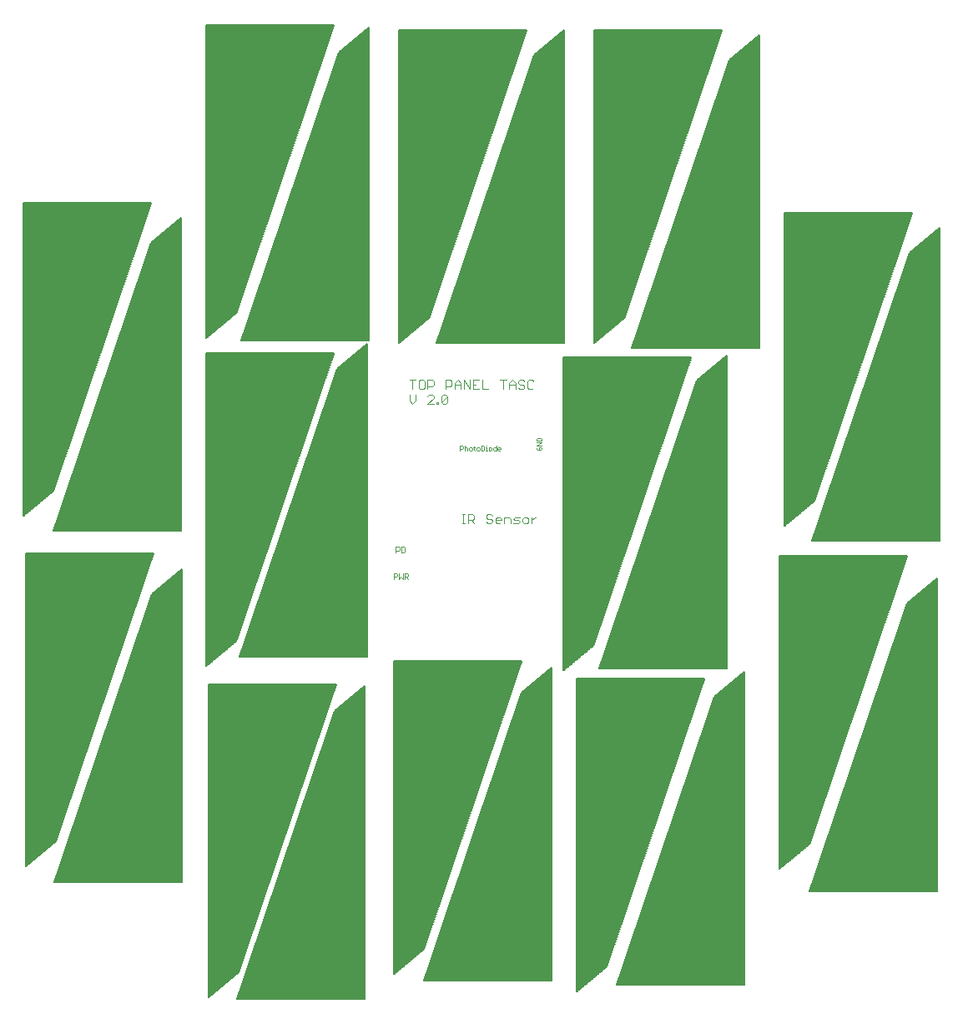
<source format=gto>
G75*
%MOIN*%
%OFA0B0*%
%FSLAX25Y25*%
%IPPOS*%
%LPD*%
%AMOC8*
5,1,8,0,0,1.08239X$1,22.5*
%
%ADD10C,0.00600*%
%ADD11C,0.00200*%
%ADD12C,0.00300*%
%ADD13C,0.00500*%
D10*
X0058100Y0089000D02*
X0062370Y0089000D01*
X0060235Y0089000D02*
X0060235Y0095405D01*
X0058100Y0093270D01*
X0064545Y0093270D02*
X0064545Y0089000D01*
X0064545Y0092203D02*
X0068816Y0092203D01*
X0068816Y0093270D02*
X0068816Y0089000D01*
X0068816Y0093270D02*
X0066681Y0095405D01*
X0064545Y0093270D01*
X0098500Y0096900D02*
X0102770Y0101170D01*
X0102770Y0102238D01*
X0101703Y0103305D01*
X0099568Y0103305D01*
X0098500Y0102238D01*
X0098500Y0096900D02*
X0102770Y0096900D01*
X0104945Y0096900D02*
X0104945Y0101170D01*
X0107081Y0103305D01*
X0109216Y0101170D01*
X0109216Y0096900D01*
X0109216Y0100103D02*
X0104945Y0100103D01*
X0135068Y0050705D02*
X0134000Y0049638D01*
X0135068Y0050705D02*
X0137203Y0050705D01*
X0138270Y0049638D01*
X0138270Y0048570D01*
X0134000Y0044300D01*
X0138270Y0044300D01*
X0140445Y0044300D02*
X0140445Y0050705D01*
X0143648Y0050705D01*
X0144716Y0049638D01*
X0144716Y0048570D01*
X0143648Y0047503D01*
X0140445Y0047503D01*
X0140445Y0044300D02*
X0143648Y0044300D01*
X0144716Y0045368D01*
X0144716Y0046435D01*
X0143648Y0047503D01*
X0173300Y0098900D02*
X0177570Y0103170D01*
X0177570Y0104238D01*
X0176503Y0105305D01*
X0174368Y0105305D01*
X0173300Y0104238D01*
X0173300Y0098900D02*
X0177570Y0098900D01*
X0179745Y0098900D02*
X0182948Y0098900D01*
X0184016Y0099968D01*
X0184016Y0104238D01*
X0182948Y0105305D01*
X0179745Y0105305D01*
X0179745Y0098900D01*
X0206168Y0053905D02*
X0205100Y0052838D01*
X0206168Y0053905D02*
X0208303Y0053905D01*
X0209370Y0052838D01*
X0209370Y0051770D01*
X0205100Y0047500D01*
X0209370Y0047500D01*
X0211545Y0048568D02*
X0212613Y0047500D01*
X0214748Y0047500D01*
X0215816Y0048568D01*
X0215816Y0052838D02*
X0214748Y0053905D01*
X0212613Y0053905D01*
X0211545Y0052838D01*
X0211545Y0048568D01*
X0246268Y0092900D02*
X0245200Y0093968D01*
X0245200Y0096103D01*
X0248403Y0096103D01*
X0249470Y0095035D01*
X0249470Y0093968D01*
X0248403Y0092900D01*
X0246268Y0092900D01*
X0245200Y0096103D02*
X0247335Y0098238D01*
X0249470Y0099305D01*
X0251645Y0099305D02*
X0251645Y0092900D01*
X0254848Y0092900D01*
X0255916Y0093968D01*
X0255916Y0098238D01*
X0254848Y0099305D01*
X0251645Y0099305D01*
X0284935Y0051738D02*
X0287070Y0052805D01*
X0284935Y0051738D02*
X0282800Y0049603D01*
X0286003Y0049603D01*
X0287070Y0048535D01*
X0287070Y0047468D01*
X0286003Y0046400D01*
X0283868Y0046400D01*
X0282800Y0047468D01*
X0282800Y0049603D01*
X0289245Y0051738D02*
X0289245Y0047468D01*
X0290313Y0046400D01*
X0292448Y0046400D01*
X0293516Y0047468D01*
X0293516Y0051738D02*
X0292448Y0052805D01*
X0290313Y0052805D01*
X0289245Y0051738D01*
X0360500Y0079468D02*
X0361568Y0078400D01*
X0363703Y0078400D01*
X0364770Y0079468D01*
X0364770Y0081603D01*
X0363703Y0082670D01*
X0362635Y0082670D01*
X0360500Y0081603D01*
X0360500Y0084805D01*
X0364770Y0084805D01*
X0366945Y0083738D02*
X0368013Y0084805D01*
X0370148Y0084805D01*
X0371216Y0083738D01*
X0371216Y0079468D02*
X0370148Y0078400D01*
X0368013Y0078400D01*
X0366945Y0079468D01*
X0366945Y0083738D01*
X0336948Y0142300D02*
X0333745Y0142300D01*
X0333745Y0148705D01*
X0336948Y0148705D01*
X0338016Y0147638D01*
X0338016Y0143368D01*
X0336948Y0142300D01*
X0331570Y0143368D02*
X0330503Y0142300D01*
X0328368Y0142300D01*
X0327300Y0143368D01*
X0327300Y0145503D02*
X0329435Y0146570D01*
X0330503Y0146570D01*
X0331570Y0145503D01*
X0331570Y0143368D01*
X0327300Y0145503D02*
X0327300Y0148705D01*
X0331570Y0148705D01*
X0286516Y0172868D02*
X0285448Y0171800D01*
X0282245Y0171800D01*
X0282245Y0178205D01*
X0285448Y0178205D01*
X0286516Y0177138D01*
X0286516Y0176070D01*
X0285448Y0175003D01*
X0282245Y0175003D01*
X0280070Y0173935D02*
X0279003Y0175003D01*
X0275800Y0175003D01*
X0275800Y0172868D01*
X0276868Y0171800D01*
X0279003Y0171800D01*
X0280070Y0172868D01*
X0280070Y0173935D01*
X0277935Y0177138D02*
X0275800Y0175003D01*
X0277935Y0177138D02*
X0280070Y0178205D01*
X0285448Y0175003D02*
X0286516Y0173935D01*
X0286516Y0172868D01*
X0251616Y0218900D02*
X0251616Y0223170D01*
X0249481Y0225305D01*
X0247345Y0223170D01*
X0247345Y0218900D01*
X0245170Y0219968D02*
X0245170Y0221035D01*
X0244103Y0222103D01*
X0240900Y0222103D01*
X0240900Y0219968D01*
X0241968Y0218900D01*
X0244103Y0218900D01*
X0245170Y0219968D01*
X0247345Y0222103D02*
X0251616Y0222103D01*
X0245170Y0225305D02*
X0243035Y0224238D01*
X0240900Y0222103D01*
X0223148Y0292600D02*
X0221013Y0292600D01*
X0219945Y0293668D01*
X0219945Y0297938D01*
X0221013Y0299005D01*
X0223148Y0299005D01*
X0224216Y0297938D01*
X0224216Y0293668D02*
X0223148Y0292600D01*
X0217770Y0295803D02*
X0213500Y0295803D01*
X0216703Y0299005D01*
X0216703Y0292600D01*
X0186448Y0357500D02*
X0183245Y0357500D01*
X0183245Y0363905D01*
X0186448Y0363905D01*
X0187516Y0362838D01*
X0187516Y0358568D01*
X0186448Y0357500D01*
X0181070Y0360703D02*
X0176800Y0360703D01*
X0180003Y0363905D01*
X0180003Y0357500D01*
X0143148Y0305505D02*
X0139945Y0305505D01*
X0139945Y0299100D01*
X0143148Y0299100D01*
X0144216Y0300168D01*
X0144216Y0304438D01*
X0143148Y0305505D01*
X0137770Y0304438D02*
X0137770Y0303370D01*
X0136703Y0302303D01*
X0137770Y0301235D01*
X0137770Y0300168D01*
X0136703Y0299100D01*
X0134568Y0299100D01*
X0133500Y0300168D01*
X0135635Y0302303D02*
X0136703Y0302303D01*
X0137770Y0304438D02*
X0136703Y0305505D01*
X0134568Y0305505D01*
X0133500Y0304438D01*
X0107748Y0354900D02*
X0105613Y0354900D01*
X0104545Y0355968D01*
X0104545Y0360238D01*
X0105613Y0361305D01*
X0107748Y0361305D01*
X0108816Y0360238D01*
X0108816Y0355968D02*
X0107748Y0354900D01*
X0102370Y0355968D02*
X0101303Y0354900D01*
X0099168Y0354900D01*
X0098100Y0355968D01*
X0100235Y0358103D02*
X0101303Y0358103D01*
X0102370Y0357035D01*
X0102370Y0355968D01*
X0101303Y0358103D02*
X0102370Y0359170D01*
X0102370Y0360238D01*
X0101303Y0361305D01*
X0099168Y0361305D01*
X0098100Y0360238D01*
X0033548Y0289205D02*
X0031413Y0289205D01*
X0030345Y0288138D01*
X0030345Y0283868D01*
X0031413Y0282800D01*
X0033548Y0282800D01*
X0034616Y0283868D01*
X0034616Y0288138D02*
X0033548Y0289205D01*
X0026035Y0289205D02*
X0026035Y0282800D01*
X0023900Y0282800D02*
X0028170Y0282800D01*
X0023900Y0287070D02*
X0026035Y0289205D01*
X0059435Y0227105D02*
X0059435Y0220700D01*
X0057300Y0220700D02*
X0061570Y0220700D01*
X0063745Y0220700D02*
X0063745Y0227105D01*
X0066948Y0227105D01*
X0068016Y0226038D01*
X0068016Y0221768D01*
X0066948Y0220700D01*
X0063745Y0220700D01*
X0059435Y0227105D02*
X0057300Y0224970D01*
X0097700Y0223468D02*
X0098768Y0222400D01*
X0100903Y0222400D01*
X0101970Y0223468D01*
X0101970Y0224535D01*
X0100903Y0225603D01*
X0099835Y0225603D01*
X0100903Y0225603D02*
X0101970Y0226670D01*
X0101970Y0227738D01*
X0100903Y0228805D01*
X0098768Y0228805D01*
X0097700Y0227738D01*
X0104145Y0228805D02*
X0104145Y0222400D01*
X0107348Y0222400D01*
X0108416Y0223468D01*
X0108416Y0224535D01*
X0107348Y0225603D01*
X0104145Y0225603D01*
X0104145Y0228805D02*
X0107348Y0228805D01*
X0108416Y0227738D01*
X0108416Y0226670D01*
X0107348Y0225603D01*
X0135068Y0178705D02*
X0134000Y0177638D01*
X0135068Y0178705D02*
X0137203Y0178705D01*
X0138270Y0177638D01*
X0138270Y0176570D01*
X0137203Y0175503D01*
X0138270Y0174435D01*
X0138270Y0173368D01*
X0137203Y0172300D01*
X0135068Y0172300D01*
X0134000Y0173368D01*
X0136135Y0175503D02*
X0137203Y0175503D01*
X0140445Y0175503D02*
X0144716Y0175503D01*
X0144716Y0176570D02*
X0144716Y0172300D01*
X0144716Y0176570D02*
X0142581Y0178705D01*
X0140445Y0176570D01*
X0140445Y0172300D01*
X0035916Y0151438D02*
X0035916Y0150370D01*
X0034848Y0149303D01*
X0031645Y0149303D01*
X0031645Y0152505D02*
X0031645Y0146100D01*
X0034848Y0146100D01*
X0035916Y0147168D01*
X0035916Y0148235D01*
X0034848Y0149303D01*
X0035916Y0151438D02*
X0034848Y0152505D01*
X0031645Y0152505D01*
X0027335Y0152505D02*
X0025200Y0150370D01*
X0027335Y0152505D02*
X0027335Y0146100D01*
X0025200Y0146100D02*
X0029470Y0146100D01*
X0289100Y0303803D02*
X0293370Y0303803D01*
X0295545Y0303803D02*
X0299816Y0303803D01*
X0299816Y0304870D02*
X0299816Y0300600D01*
X0299816Y0304870D02*
X0297681Y0307005D01*
X0295545Y0304870D01*
X0295545Y0300600D01*
X0292303Y0300600D02*
X0292303Y0307005D01*
X0289100Y0303803D01*
X0329000Y0292005D02*
X0329000Y0288803D01*
X0331135Y0289870D01*
X0332203Y0289870D01*
X0333270Y0288803D01*
X0333270Y0286668D01*
X0332203Y0285600D01*
X0330068Y0285600D01*
X0329000Y0286668D01*
X0329000Y0292005D02*
X0333270Y0292005D01*
X0335445Y0289870D02*
X0337581Y0292005D01*
X0339716Y0289870D01*
X0339716Y0285600D01*
X0339716Y0288803D02*
X0335445Y0288803D01*
X0335445Y0289870D02*
X0335445Y0285600D01*
X0360800Y0225805D02*
X0360800Y0222603D01*
X0362935Y0223670D01*
X0364003Y0223670D01*
X0365070Y0222603D01*
X0365070Y0220468D01*
X0364003Y0219400D01*
X0361868Y0219400D01*
X0360800Y0220468D01*
X0360800Y0225805D02*
X0365070Y0225805D01*
X0367245Y0225805D02*
X0370448Y0225805D01*
X0371516Y0224738D01*
X0371516Y0223670D01*
X0370448Y0222603D01*
X0367245Y0222603D01*
X0367245Y0225805D02*
X0367245Y0219400D01*
X0370448Y0219400D01*
X0371516Y0220468D01*
X0371516Y0221535D01*
X0370448Y0222603D01*
D11*
X0221881Y0224545D02*
X0221881Y0225135D01*
X0221586Y0225430D01*
X0220996Y0225430D01*
X0220996Y0224840D01*
X0220406Y0225430D02*
X0220111Y0225135D01*
X0220111Y0224545D01*
X0220406Y0224250D01*
X0221586Y0224250D01*
X0221881Y0224545D01*
X0221881Y0226062D02*
X0220111Y0226062D01*
X0221881Y0227242D01*
X0220111Y0227242D01*
X0220111Y0227875D02*
X0220111Y0228760D01*
X0220406Y0229055D01*
X0221586Y0229055D01*
X0221881Y0228760D01*
X0221881Y0227875D01*
X0220111Y0227875D01*
X0205685Y0224985D02*
X0205685Y0224690D01*
X0204505Y0224690D01*
X0204505Y0224985D02*
X0204800Y0225280D01*
X0205390Y0225280D01*
X0205685Y0224985D01*
X0205390Y0224100D02*
X0204800Y0224100D01*
X0204505Y0224395D01*
X0204505Y0224985D01*
X0203872Y0225280D02*
X0202987Y0225280D01*
X0202692Y0224985D01*
X0202692Y0224395D01*
X0202987Y0224100D01*
X0203872Y0224100D01*
X0203872Y0225870D01*
X0202060Y0224985D02*
X0201765Y0225280D01*
X0201175Y0225280D01*
X0200880Y0224985D01*
X0200880Y0224395D01*
X0201175Y0224100D01*
X0201765Y0224100D01*
X0202060Y0224395D01*
X0202060Y0224985D01*
X0200261Y0224100D02*
X0199671Y0224100D01*
X0199966Y0224100D02*
X0199966Y0225280D01*
X0199671Y0225280D01*
X0199966Y0225870D02*
X0199966Y0226165D01*
X0199039Y0225575D02*
X0198744Y0225870D01*
X0197859Y0225870D01*
X0197859Y0224100D01*
X0198744Y0224100D01*
X0199039Y0224395D01*
X0199039Y0225575D01*
X0197226Y0224985D02*
X0196931Y0225280D01*
X0196341Y0225280D01*
X0196046Y0224985D01*
X0196046Y0224395D01*
X0196341Y0224100D01*
X0196931Y0224100D01*
X0197226Y0224395D01*
X0197226Y0224985D01*
X0195428Y0225280D02*
X0194838Y0225280D01*
X0195133Y0225575D02*
X0195133Y0224395D01*
X0195428Y0224100D01*
X0194205Y0224395D02*
X0194205Y0224985D01*
X0193910Y0225280D01*
X0193320Y0225280D01*
X0193025Y0224985D01*
X0193025Y0224395D01*
X0193320Y0224100D01*
X0193910Y0224100D01*
X0194205Y0224395D01*
X0192393Y0224100D02*
X0192393Y0224985D01*
X0192098Y0225280D01*
X0191508Y0225280D01*
X0191213Y0224985D01*
X0190580Y0224985D02*
X0190285Y0224690D01*
X0189400Y0224690D01*
X0189400Y0224100D02*
X0189400Y0225870D01*
X0190285Y0225870D01*
X0190580Y0225575D01*
X0190580Y0224985D01*
X0191213Y0225870D02*
X0191213Y0224100D01*
X0167111Y0185602D02*
X0166010Y0185602D01*
X0166010Y0183400D01*
X0167111Y0183400D01*
X0167478Y0183767D01*
X0167478Y0185235D01*
X0167111Y0185602D01*
X0165268Y0185235D02*
X0165268Y0184501D01*
X0164901Y0184134D01*
X0163800Y0184134D01*
X0163800Y0183400D02*
X0163800Y0185602D01*
X0164901Y0185602D01*
X0165268Y0185235D01*
X0165110Y0175002D02*
X0165110Y0172800D01*
X0165844Y0173534D01*
X0166578Y0172800D01*
X0166578Y0175002D01*
X0167320Y0175002D02*
X0168421Y0175002D01*
X0168788Y0174635D01*
X0168788Y0173901D01*
X0168421Y0173534D01*
X0167320Y0173534D01*
X0168054Y0173534D02*
X0168788Y0172800D01*
X0167320Y0172800D02*
X0167320Y0175002D01*
X0164368Y0174635D02*
X0164368Y0173901D01*
X0164001Y0173534D01*
X0162900Y0173534D01*
X0162900Y0172800D02*
X0162900Y0175002D01*
X0164001Y0175002D01*
X0164368Y0174635D01*
D12*
X0190226Y0195000D02*
X0191440Y0195000D01*
X0190833Y0195000D02*
X0190833Y0198641D01*
X0190226Y0198641D02*
X0191440Y0198641D01*
X0192643Y0198641D02*
X0194463Y0198641D01*
X0195070Y0198034D01*
X0195070Y0196820D01*
X0194463Y0196214D01*
X0192643Y0196214D01*
X0193856Y0196214D02*
X0195070Y0195000D01*
X0192643Y0195000D02*
X0192643Y0198641D01*
X0199893Y0198034D02*
X0199893Y0197427D01*
X0200500Y0196820D01*
X0201713Y0196820D01*
X0202320Y0196214D01*
X0202320Y0195607D01*
X0201713Y0195000D01*
X0200500Y0195000D01*
X0199893Y0195607D01*
X0199893Y0198034D02*
X0200500Y0198641D01*
X0201713Y0198641D01*
X0202320Y0198034D01*
X0203519Y0196820D02*
X0204125Y0197427D01*
X0205339Y0197427D01*
X0205945Y0196820D01*
X0205945Y0196214D01*
X0203519Y0196214D01*
X0203519Y0196820D02*
X0203519Y0195607D01*
X0204125Y0195000D01*
X0205339Y0195000D01*
X0207144Y0195000D02*
X0207144Y0197427D01*
X0208964Y0197427D01*
X0209570Y0196820D01*
X0209570Y0195000D01*
X0210769Y0195000D02*
X0212589Y0195000D01*
X0213196Y0195607D01*
X0212589Y0196214D01*
X0211375Y0196214D01*
X0210769Y0196820D01*
X0211375Y0197427D01*
X0213196Y0197427D01*
X0214394Y0196820D02*
X0214394Y0195607D01*
X0215001Y0195000D01*
X0216214Y0195000D01*
X0216821Y0195607D01*
X0216821Y0196820D01*
X0216214Y0197427D01*
X0215001Y0197427D01*
X0214394Y0196820D01*
X0218019Y0196214D02*
X0219232Y0197427D01*
X0219839Y0197427D01*
X0218019Y0197427D02*
X0218019Y0195000D01*
X0183758Y0242650D02*
X0182545Y0242650D01*
X0181938Y0243257D01*
X0184365Y0245683D01*
X0184365Y0243257D01*
X0183758Y0242650D01*
X0181938Y0243257D02*
X0181938Y0245683D01*
X0182545Y0246290D01*
X0183758Y0246290D01*
X0184365Y0245683D01*
X0183751Y0248556D02*
X0183751Y0252196D01*
X0185571Y0252196D01*
X0186177Y0251589D01*
X0186177Y0250376D01*
X0185571Y0249769D01*
X0183751Y0249769D01*
X0187376Y0250376D02*
X0189802Y0250376D01*
X0189802Y0250982D02*
X0189802Y0248556D01*
X0191001Y0248556D02*
X0191001Y0252196D01*
X0193428Y0248556D01*
X0193428Y0252196D01*
X0194626Y0252196D02*
X0194626Y0248556D01*
X0197053Y0248556D01*
X0198251Y0248556D02*
X0198251Y0252196D01*
X0197053Y0252196D02*
X0194626Y0252196D01*
X0194626Y0250376D02*
X0195839Y0250376D01*
X0198251Y0248556D02*
X0200678Y0248556D01*
X0205501Y0252196D02*
X0207928Y0252196D01*
X0206715Y0252196D02*
X0206715Y0248556D01*
X0209126Y0248556D02*
X0209126Y0250982D01*
X0210340Y0252196D01*
X0211553Y0250982D01*
X0211553Y0248556D01*
X0212752Y0249162D02*
X0213358Y0248556D01*
X0214572Y0248556D01*
X0215178Y0249162D01*
X0215178Y0249769D01*
X0214572Y0250376D01*
X0213358Y0250376D01*
X0212752Y0250982D01*
X0212752Y0251589D01*
X0213358Y0252196D01*
X0214572Y0252196D01*
X0215178Y0251589D01*
X0216377Y0251589D02*
X0216377Y0249162D01*
X0216983Y0248556D01*
X0218197Y0248556D01*
X0218803Y0249162D01*
X0218803Y0251589D02*
X0218197Y0252196D01*
X0216983Y0252196D01*
X0216377Y0251589D01*
X0211553Y0250376D02*
X0209126Y0250376D01*
X0189802Y0250982D02*
X0188589Y0252196D01*
X0187376Y0250982D01*
X0187376Y0248556D01*
X0180732Y0243257D02*
X0180732Y0242650D01*
X0180125Y0242650D01*
X0180125Y0243257D01*
X0180732Y0243257D01*
X0178927Y0242650D02*
X0176500Y0242650D01*
X0178927Y0245077D01*
X0178927Y0245683D01*
X0178320Y0246290D01*
X0177107Y0246290D01*
X0176500Y0245683D01*
X0176500Y0248556D02*
X0176500Y0252196D01*
X0178320Y0252196D01*
X0178927Y0251589D01*
X0178927Y0250376D01*
X0178320Y0249769D01*
X0176500Y0249769D01*
X0175302Y0249162D02*
X0175302Y0251589D01*
X0174695Y0252196D01*
X0173482Y0252196D01*
X0172875Y0251589D01*
X0172875Y0249162D01*
X0173482Y0248556D01*
X0174695Y0248556D01*
X0175302Y0249162D01*
X0171677Y0246290D02*
X0171677Y0243863D01*
X0170463Y0242650D01*
X0169250Y0243863D01*
X0169250Y0246290D01*
X0170463Y0248556D02*
X0170463Y0252196D01*
X0169250Y0252196D02*
X0171677Y0252196D01*
D13*
X0066400Y0166700D02*
X0027400Y0051700D01*
X0078400Y0051700D01*
X0078400Y0176700D01*
X0066400Y0166700D01*
X0066397Y0166691D02*
X0078400Y0166691D01*
X0078400Y0167189D02*
X0066987Y0167189D01*
X0067585Y0167688D02*
X0078400Y0167688D01*
X0078400Y0168186D02*
X0068184Y0168186D01*
X0068782Y0168685D02*
X0078400Y0168685D01*
X0078400Y0169183D02*
X0069380Y0169183D01*
X0069978Y0169682D02*
X0078400Y0169682D01*
X0078400Y0170180D02*
X0070576Y0170180D01*
X0071175Y0170679D02*
X0078400Y0170679D01*
X0078400Y0171177D02*
X0071773Y0171177D01*
X0072371Y0171676D02*
X0078400Y0171676D01*
X0078400Y0172174D02*
X0072969Y0172174D01*
X0073567Y0172673D02*
X0078400Y0172673D01*
X0078400Y0173171D02*
X0074166Y0173171D01*
X0074764Y0173670D02*
X0078400Y0173670D01*
X0078400Y0174168D02*
X0075362Y0174168D01*
X0075960Y0174667D02*
X0078400Y0174667D01*
X0078400Y0175165D02*
X0076559Y0175165D01*
X0077157Y0175664D02*
X0078400Y0175664D01*
X0078400Y0176162D02*
X0077755Y0176162D01*
X0078353Y0176661D02*
X0078400Y0176661D01*
X0088100Y0176661D02*
X0109820Y0176661D01*
X0109989Y0177159D02*
X0088100Y0177159D01*
X0088100Y0177658D02*
X0110158Y0177658D01*
X0110327Y0178157D02*
X0088100Y0178157D01*
X0088100Y0178655D02*
X0110496Y0178655D01*
X0110665Y0179154D02*
X0088100Y0179154D01*
X0088100Y0179652D02*
X0110834Y0179652D01*
X0111003Y0180151D02*
X0088100Y0180151D01*
X0088100Y0180649D02*
X0111172Y0180649D01*
X0111341Y0181148D02*
X0088100Y0181148D01*
X0088100Y0181646D02*
X0111510Y0181646D01*
X0111679Y0182145D02*
X0088100Y0182145D01*
X0088100Y0182643D02*
X0111849Y0182643D01*
X0112018Y0183142D02*
X0088100Y0183142D01*
X0088100Y0183640D02*
X0112187Y0183640D01*
X0112356Y0184139D02*
X0088100Y0184139D01*
X0088100Y0184637D02*
X0112525Y0184637D01*
X0112694Y0185136D02*
X0088100Y0185136D01*
X0088100Y0185634D02*
X0112863Y0185634D01*
X0113032Y0186133D02*
X0088100Y0186133D01*
X0088100Y0186631D02*
X0113201Y0186631D01*
X0113370Y0187130D02*
X0088100Y0187130D01*
X0088100Y0187628D02*
X0113539Y0187628D01*
X0113708Y0188127D02*
X0088100Y0188127D01*
X0088100Y0188625D02*
X0113877Y0188625D01*
X0114046Y0189124D02*
X0088100Y0189124D01*
X0088100Y0189622D02*
X0114215Y0189622D01*
X0114384Y0190121D02*
X0088100Y0190121D01*
X0088100Y0190619D02*
X0114554Y0190619D01*
X0114723Y0191118D02*
X0088100Y0191118D01*
X0088100Y0191616D02*
X0114892Y0191616D01*
X0115061Y0192115D02*
X0088100Y0192115D01*
X0088100Y0192613D02*
X0115230Y0192613D01*
X0115399Y0193112D02*
X0088100Y0193112D01*
X0088100Y0193610D02*
X0115568Y0193610D01*
X0115737Y0194109D02*
X0088100Y0194109D01*
X0088100Y0194607D02*
X0115906Y0194607D01*
X0116075Y0195106D02*
X0088100Y0195106D01*
X0088100Y0195604D02*
X0116244Y0195604D01*
X0116413Y0196103D02*
X0088100Y0196103D01*
X0088100Y0196601D02*
X0116582Y0196601D01*
X0116751Y0197100D02*
X0088100Y0197100D01*
X0088100Y0197598D02*
X0116920Y0197598D01*
X0117089Y0198097D02*
X0088100Y0198097D01*
X0088100Y0198595D02*
X0117258Y0198595D01*
X0117428Y0199094D02*
X0088100Y0199094D01*
X0088100Y0199592D02*
X0117597Y0199592D01*
X0117766Y0200091D02*
X0088100Y0200091D01*
X0088100Y0200590D02*
X0117935Y0200590D01*
X0118104Y0201088D02*
X0088100Y0201088D01*
X0088100Y0201587D02*
X0118273Y0201587D01*
X0118442Y0202085D02*
X0088100Y0202085D01*
X0088100Y0202584D02*
X0118611Y0202584D01*
X0118780Y0203082D02*
X0088100Y0203082D01*
X0088100Y0203581D02*
X0118949Y0203581D01*
X0119118Y0204079D02*
X0088100Y0204079D01*
X0088100Y0204578D02*
X0119287Y0204578D01*
X0119456Y0205076D02*
X0088100Y0205076D01*
X0088100Y0205575D02*
X0119625Y0205575D01*
X0119794Y0206073D02*
X0088100Y0206073D01*
X0088100Y0206572D02*
X0119963Y0206572D01*
X0120132Y0207070D02*
X0088100Y0207070D01*
X0088100Y0207569D02*
X0120302Y0207569D01*
X0120471Y0208067D02*
X0088100Y0208067D01*
X0088100Y0208566D02*
X0120640Y0208566D01*
X0120809Y0209064D02*
X0088100Y0209064D01*
X0088100Y0209563D02*
X0120978Y0209563D01*
X0121147Y0210061D02*
X0088100Y0210061D01*
X0088100Y0210560D02*
X0121316Y0210560D01*
X0121485Y0211058D02*
X0088100Y0211058D01*
X0088100Y0211557D02*
X0121654Y0211557D01*
X0121823Y0212055D02*
X0088100Y0212055D01*
X0088100Y0212554D02*
X0121992Y0212554D01*
X0122161Y0213052D02*
X0088100Y0213052D01*
X0088100Y0213551D02*
X0122330Y0213551D01*
X0122499Y0214049D02*
X0088100Y0214049D01*
X0088100Y0214548D02*
X0122668Y0214548D01*
X0122837Y0215046D02*
X0088100Y0215046D01*
X0088100Y0215545D02*
X0123007Y0215545D01*
X0123176Y0216043D02*
X0088100Y0216043D01*
X0088100Y0216542D02*
X0123345Y0216542D01*
X0123514Y0217040D02*
X0088100Y0217040D01*
X0088100Y0217539D02*
X0123683Y0217539D01*
X0123852Y0218037D02*
X0088100Y0218037D01*
X0088100Y0218536D02*
X0124021Y0218536D01*
X0124190Y0219034D02*
X0088100Y0219034D01*
X0088100Y0219533D02*
X0124359Y0219533D01*
X0124528Y0220031D02*
X0088100Y0220031D01*
X0088100Y0220530D02*
X0124697Y0220530D01*
X0124866Y0221028D02*
X0088100Y0221028D01*
X0088100Y0221527D02*
X0125035Y0221527D01*
X0125204Y0222026D02*
X0088100Y0222026D01*
X0088100Y0222524D02*
X0125373Y0222524D01*
X0125542Y0223023D02*
X0088100Y0223023D01*
X0088100Y0223521D02*
X0125711Y0223521D01*
X0125881Y0224020D02*
X0088100Y0224020D01*
X0088100Y0224518D02*
X0126050Y0224518D01*
X0126219Y0225017D02*
X0088100Y0225017D01*
X0088100Y0225515D02*
X0126388Y0225515D01*
X0126557Y0226014D02*
X0088100Y0226014D01*
X0088100Y0226512D02*
X0126726Y0226512D01*
X0126895Y0227011D02*
X0088100Y0227011D01*
X0088100Y0227509D02*
X0127064Y0227509D01*
X0127233Y0228008D02*
X0088100Y0228008D01*
X0088100Y0228506D02*
X0127402Y0228506D01*
X0127571Y0229005D02*
X0088100Y0229005D01*
X0088100Y0229503D02*
X0127740Y0229503D01*
X0127909Y0230002D02*
X0088100Y0230002D01*
X0088100Y0230500D02*
X0128078Y0230500D01*
X0128247Y0230999D02*
X0088100Y0230999D01*
X0088100Y0231497D02*
X0128416Y0231497D01*
X0128586Y0231996D02*
X0088100Y0231996D01*
X0088100Y0232494D02*
X0128755Y0232494D01*
X0128924Y0232993D02*
X0088100Y0232993D01*
X0088100Y0233491D02*
X0129093Y0233491D01*
X0129262Y0233990D02*
X0088100Y0233990D01*
X0088100Y0234488D02*
X0129431Y0234488D01*
X0129600Y0234987D02*
X0088100Y0234987D01*
X0088100Y0235485D02*
X0129769Y0235485D01*
X0129938Y0235984D02*
X0088100Y0235984D01*
X0088100Y0236482D02*
X0130107Y0236482D01*
X0130276Y0236981D02*
X0088100Y0236981D01*
X0088100Y0237479D02*
X0130445Y0237479D01*
X0130614Y0237978D02*
X0088100Y0237978D01*
X0088100Y0238476D02*
X0130783Y0238476D01*
X0130952Y0238975D02*
X0088100Y0238975D01*
X0088100Y0239473D02*
X0131121Y0239473D01*
X0131290Y0239972D02*
X0088100Y0239972D01*
X0088100Y0240470D02*
X0131460Y0240470D01*
X0131629Y0240969D02*
X0088100Y0240969D01*
X0088100Y0241467D02*
X0131798Y0241467D01*
X0131967Y0241966D02*
X0088100Y0241966D01*
X0088100Y0242464D02*
X0132136Y0242464D01*
X0132305Y0242963D02*
X0088100Y0242963D01*
X0088100Y0243461D02*
X0132474Y0243461D01*
X0132643Y0243960D02*
X0088100Y0243960D01*
X0088100Y0244459D02*
X0132812Y0244459D01*
X0132981Y0244957D02*
X0088100Y0244957D01*
X0088100Y0245456D02*
X0133150Y0245456D01*
X0133319Y0245954D02*
X0088100Y0245954D01*
X0088100Y0246453D02*
X0133488Y0246453D01*
X0133657Y0246951D02*
X0088100Y0246951D01*
X0088100Y0247450D02*
X0133826Y0247450D01*
X0133995Y0247948D02*
X0088100Y0247948D01*
X0088100Y0248447D02*
X0134165Y0248447D01*
X0134334Y0248945D02*
X0088100Y0248945D01*
X0088100Y0249444D02*
X0134503Y0249444D01*
X0134672Y0249942D02*
X0088100Y0249942D01*
X0088100Y0250441D02*
X0134841Y0250441D01*
X0135010Y0250939D02*
X0088100Y0250939D01*
X0088100Y0251438D02*
X0135179Y0251438D01*
X0135348Y0251936D02*
X0088100Y0251936D01*
X0088100Y0252435D02*
X0135517Y0252435D01*
X0135686Y0252933D02*
X0088100Y0252933D01*
X0088100Y0253432D02*
X0135855Y0253432D01*
X0136024Y0253930D02*
X0088100Y0253930D01*
X0088100Y0254429D02*
X0136193Y0254429D01*
X0136362Y0254927D02*
X0088100Y0254927D01*
X0088100Y0255426D02*
X0136531Y0255426D01*
X0136700Y0255924D02*
X0088100Y0255924D01*
X0088100Y0256423D02*
X0136869Y0256423D01*
X0137039Y0256921D02*
X0088100Y0256921D01*
X0088100Y0257420D02*
X0137208Y0257420D01*
X0137377Y0257918D02*
X0088100Y0257918D01*
X0088100Y0258417D02*
X0137546Y0258417D01*
X0137715Y0258915D02*
X0088100Y0258915D01*
X0088100Y0259414D02*
X0137884Y0259414D01*
X0138053Y0259912D02*
X0088100Y0259912D01*
X0088100Y0260411D02*
X0138222Y0260411D01*
X0138391Y0260909D02*
X0088100Y0260909D01*
X0088100Y0261408D02*
X0138560Y0261408D01*
X0138729Y0261906D02*
X0088100Y0261906D01*
X0088100Y0262405D02*
X0138898Y0262405D01*
X0139067Y0262903D02*
X0088100Y0262903D01*
X0088100Y0263000D02*
X0139100Y0263000D01*
X0100100Y0148000D01*
X0088100Y0138000D01*
X0088100Y0263000D01*
X0088100Y0269000D02*
X0100100Y0279000D01*
X0139100Y0394000D01*
X0088100Y0394000D01*
X0088100Y0269000D01*
X0088100Y0269384D02*
X0088561Y0269384D01*
X0088100Y0269883D02*
X0089159Y0269883D01*
X0089757Y0270381D02*
X0088100Y0270381D01*
X0088100Y0270880D02*
X0090356Y0270880D01*
X0090954Y0271378D02*
X0088100Y0271378D01*
X0088100Y0271877D02*
X0091552Y0271877D01*
X0092150Y0272375D02*
X0088100Y0272375D01*
X0088100Y0272874D02*
X0092748Y0272874D01*
X0093347Y0273372D02*
X0088100Y0273372D01*
X0088100Y0273871D02*
X0093945Y0273871D01*
X0094543Y0274369D02*
X0088100Y0274369D01*
X0088100Y0274868D02*
X0095141Y0274868D01*
X0095739Y0275366D02*
X0088100Y0275366D01*
X0088100Y0275865D02*
X0096338Y0275865D01*
X0096936Y0276363D02*
X0088100Y0276363D01*
X0088100Y0276862D02*
X0097534Y0276862D01*
X0098132Y0277360D02*
X0088100Y0277360D01*
X0088100Y0277859D02*
X0098731Y0277859D01*
X0099329Y0278357D02*
X0088100Y0278357D01*
X0088100Y0278856D02*
X0099927Y0278856D01*
X0100220Y0279354D02*
X0088100Y0279354D01*
X0088100Y0279853D02*
X0100389Y0279853D01*
X0100558Y0280351D02*
X0088100Y0280351D01*
X0088100Y0280850D02*
X0100727Y0280850D01*
X0100896Y0281348D02*
X0088100Y0281348D01*
X0088100Y0281847D02*
X0101065Y0281847D01*
X0101235Y0282345D02*
X0088100Y0282345D01*
X0088100Y0282844D02*
X0101404Y0282844D01*
X0101573Y0283342D02*
X0088100Y0283342D01*
X0088100Y0283841D02*
X0101742Y0283841D01*
X0101911Y0284339D02*
X0088100Y0284339D01*
X0088100Y0284838D02*
X0102080Y0284838D01*
X0102249Y0285336D02*
X0088100Y0285336D01*
X0088100Y0285835D02*
X0102418Y0285835D01*
X0102587Y0286333D02*
X0088100Y0286333D01*
X0088100Y0286832D02*
X0102756Y0286832D01*
X0102925Y0287330D02*
X0088100Y0287330D01*
X0088100Y0287829D02*
X0103094Y0287829D01*
X0103263Y0288328D02*
X0088100Y0288328D01*
X0088100Y0288826D02*
X0103432Y0288826D01*
X0103601Y0289325D02*
X0088100Y0289325D01*
X0088100Y0289823D02*
X0103770Y0289823D01*
X0103939Y0290322D02*
X0088100Y0290322D01*
X0088100Y0290820D02*
X0104109Y0290820D01*
X0104278Y0291319D02*
X0088100Y0291319D01*
X0088100Y0291817D02*
X0104447Y0291817D01*
X0104616Y0292316D02*
X0088100Y0292316D01*
X0088100Y0292814D02*
X0104785Y0292814D01*
X0104954Y0293313D02*
X0088100Y0293313D01*
X0088100Y0293811D02*
X0105123Y0293811D01*
X0105292Y0294310D02*
X0088100Y0294310D01*
X0088100Y0294808D02*
X0105461Y0294808D01*
X0105630Y0295307D02*
X0088100Y0295307D01*
X0088100Y0295805D02*
X0105799Y0295805D01*
X0105968Y0296304D02*
X0088100Y0296304D01*
X0088100Y0296802D02*
X0106137Y0296802D01*
X0106306Y0297301D02*
X0088100Y0297301D01*
X0088100Y0297799D02*
X0106475Y0297799D01*
X0106644Y0298298D02*
X0088100Y0298298D01*
X0088100Y0298796D02*
X0106814Y0298796D01*
X0106983Y0299295D02*
X0088100Y0299295D01*
X0088100Y0299793D02*
X0107152Y0299793D01*
X0107321Y0300292D02*
X0088100Y0300292D01*
X0088100Y0300790D02*
X0107490Y0300790D01*
X0107659Y0301289D02*
X0088100Y0301289D01*
X0088100Y0301787D02*
X0107828Y0301787D01*
X0107997Y0302286D02*
X0088100Y0302286D01*
X0088100Y0302784D02*
X0108166Y0302784D01*
X0108335Y0303283D02*
X0088100Y0303283D01*
X0088100Y0303781D02*
X0108504Y0303781D01*
X0108673Y0304280D02*
X0088100Y0304280D01*
X0088100Y0304778D02*
X0108842Y0304778D01*
X0109011Y0305277D02*
X0088100Y0305277D01*
X0088100Y0305775D02*
X0109180Y0305775D01*
X0109349Y0306274D02*
X0088100Y0306274D01*
X0088100Y0306772D02*
X0109518Y0306772D01*
X0109688Y0307271D02*
X0088100Y0307271D01*
X0088100Y0307769D02*
X0109857Y0307769D01*
X0110026Y0308268D02*
X0088100Y0308268D01*
X0088100Y0308766D02*
X0110195Y0308766D01*
X0110364Y0309265D02*
X0088100Y0309265D01*
X0088100Y0309763D02*
X0110533Y0309763D01*
X0110702Y0310262D02*
X0088100Y0310262D01*
X0088100Y0310761D02*
X0110871Y0310761D01*
X0111040Y0311259D02*
X0088100Y0311259D01*
X0088100Y0311758D02*
X0111209Y0311758D01*
X0111378Y0312256D02*
X0088100Y0312256D01*
X0088100Y0312755D02*
X0111547Y0312755D01*
X0111716Y0313253D02*
X0088100Y0313253D01*
X0088100Y0313752D02*
X0111885Y0313752D01*
X0112054Y0314250D02*
X0088100Y0314250D01*
X0088100Y0314749D02*
X0112223Y0314749D01*
X0112393Y0315247D02*
X0088100Y0315247D01*
X0088100Y0315746D02*
X0112562Y0315746D01*
X0112731Y0316244D02*
X0088100Y0316244D01*
X0088100Y0316743D02*
X0112900Y0316743D01*
X0113069Y0317241D02*
X0088100Y0317241D01*
X0088100Y0317740D02*
X0113238Y0317740D01*
X0113407Y0318238D02*
X0088100Y0318238D01*
X0088100Y0318737D02*
X0113576Y0318737D01*
X0113745Y0319235D02*
X0088100Y0319235D01*
X0088100Y0319734D02*
X0113914Y0319734D01*
X0114083Y0320232D02*
X0088100Y0320232D01*
X0088100Y0320731D02*
X0114252Y0320731D01*
X0114421Y0321229D02*
X0088100Y0321229D01*
X0088100Y0321728D02*
X0114590Y0321728D01*
X0114759Y0322226D02*
X0088100Y0322226D01*
X0088100Y0322725D02*
X0114928Y0322725D01*
X0115097Y0323223D02*
X0088100Y0323223D01*
X0088100Y0323722D02*
X0115267Y0323722D01*
X0115436Y0324220D02*
X0088100Y0324220D01*
X0088100Y0324719D02*
X0115605Y0324719D01*
X0115774Y0325217D02*
X0088100Y0325217D01*
X0088100Y0325716D02*
X0115943Y0325716D01*
X0116112Y0326214D02*
X0088100Y0326214D01*
X0088100Y0326713D02*
X0116281Y0326713D01*
X0116450Y0327211D02*
X0088100Y0327211D01*
X0088100Y0327710D02*
X0116619Y0327710D01*
X0116788Y0328208D02*
X0088100Y0328208D01*
X0088100Y0328707D02*
X0116957Y0328707D01*
X0117126Y0329205D02*
X0088100Y0329205D01*
X0088100Y0329704D02*
X0117295Y0329704D01*
X0117464Y0330202D02*
X0088100Y0330202D01*
X0088100Y0330701D02*
X0117633Y0330701D01*
X0117802Y0331199D02*
X0088100Y0331199D01*
X0088100Y0331698D02*
X0117972Y0331698D01*
X0118141Y0332197D02*
X0088100Y0332197D01*
X0088100Y0332695D02*
X0118310Y0332695D01*
X0118479Y0333194D02*
X0088100Y0333194D01*
X0088100Y0333692D02*
X0118648Y0333692D01*
X0118817Y0334191D02*
X0088100Y0334191D01*
X0088100Y0334689D02*
X0118986Y0334689D01*
X0119155Y0335188D02*
X0088100Y0335188D01*
X0088100Y0335686D02*
X0119324Y0335686D01*
X0119493Y0336185D02*
X0088100Y0336185D01*
X0088100Y0336683D02*
X0119662Y0336683D01*
X0119831Y0337182D02*
X0088100Y0337182D01*
X0088100Y0337680D02*
X0120000Y0337680D01*
X0120169Y0338179D02*
X0088100Y0338179D01*
X0088100Y0338677D02*
X0120338Y0338677D01*
X0120507Y0339176D02*
X0088100Y0339176D01*
X0088100Y0339674D02*
X0120676Y0339674D01*
X0120846Y0340173D02*
X0088100Y0340173D01*
X0088100Y0340671D02*
X0121015Y0340671D01*
X0121184Y0341170D02*
X0088100Y0341170D01*
X0088100Y0341668D02*
X0121353Y0341668D01*
X0121522Y0342167D02*
X0088100Y0342167D01*
X0088100Y0342665D02*
X0121691Y0342665D01*
X0121860Y0343164D02*
X0088100Y0343164D01*
X0088100Y0343662D02*
X0122029Y0343662D01*
X0122198Y0344161D02*
X0088100Y0344161D01*
X0088100Y0344659D02*
X0122367Y0344659D01*
X0122536Y0345158D02*
X0088100Y0345158D01*
X0088100Y0345656D02*
X0122705Y0345656D01*
X0122874Y0346155D02*
X0088100Y0346155D01*
X0088100Y0346653D02*
X0123043Y0346653D01*
X0123212Y0347152D02*
X0088100Y0347152D01*
X0088100Y0347650D02*
X0123381Y0347650D01*
X0123550Y0348149D02*
X0088100Y0348149D01*
X0088100Y0348647D02*
X0123720Y0348647D01*
X0123889Y0349146D02*
X0088100Y0349146D01*
X0088100Y0349644D02*
X0124058Y0349644D01*
X0124227Y0350143D02*
X0088100Y0350143D01*
X0088100Y0350641D02*
X0124396Y0350641D01*
X0124565Y0351140D02*
X0088100Y0351140D01*
X0088100Y0351638D02*
X0124734Y0351638D01*
X0124903Y0352137D02*
X0088100Y0352137D01*
X0088100Y0352635D02*
X0125072Y0352635D01*
X0125241Y0353134D02*
X0088100Y0353134D01*
X0088100Y0353632D02*
X0125410Y0353632D01*
X0125579Y0354131D02*
X0088100Y0354131D01*
X0088100Y0354630D02*
X0125748Y0354630D01*
X0125917Y0355128D02*
X0088100Y0355128D01*
X0088100Y0355627D02*
X0126086Y0355627D01*
X0126255Y0356125D02*
X0088100Y0356125D01*
X0088100Y0356624D02*
X0126425Y0356624D01*
X0126594Y0357122D02*
X0088100Y0357122D01*
X0088100Y0357621D02*
X0126763Y0357621D01*
X0126932Y0358119D02*
X0088100Y0358119D01*
X0088100Y0358618D02*
X0127101Y0358618D01*
X0127270Y0359116D02*
X0088100Y0359116D01*
X0088100Y0359615D02*
X0127439Y0359615D01*
X0127608Y0360113D02*
X0088100Y0360113D01*
X0088100Y0360612D02*
X0127777Y0360612D01*
X0127946Y0361110D02*
X0088100Y0361110D01*
X0088100Y0361609D02*
X0128115Y0361609D01*
X0128284Y0362107D02*
X0088100Y0362107D01*
X0088100Y0362606D02*
X0128453Y0362606D01*
X0128622Y0363104D02*
X0088100Y0363104D01*
X0088100Y0363603D02*
X0128791Y0363603D01*
X0128960Y0364101D02*
X0088100Y0364101D01*
X0088100Y0364600D02*
X0129129Y0364600D01*
X0129299Y0365098D02*
X0088100Y0365098D01*
X0088100Y0365597D02*
X0129468Y0365597D01*
X0129637Y0366095D02*
X0088100Y0366095D01*
X0088100Y0366594D02*
X0129806Y0366594D01*
X0129975Y0367092D02*
X0088100Y0367092D01*
X0088100Y0367591D02*
X0130144Y0367591D01*
X0130313Y0368089D02*
X0088100Y0368089D01*
X0088100Y0368588D02*
X0130482Y0368588D01*
X0130651Y0369086D02*
X0088100Y0369086D01*
X0088100Y0369585D02*
X0130820Y0369585D01*
X0130989Y0370083D02*
X0088100Y0370083D01*
X0088100Y0370582D02*
X0131158Y0370582D01*
X0131327Y0371080D02*
X0088100Y0371080D01*
X0088100Y0371579D02*
X0131496Y0371579D01*
X0131665Y0372077D02*
X0088100Y0372077D01*
X0088100Y0372576D02*
X0131834Y0372576D01*
X0132004Y0373074D02*
X0088100Y0373074D01*
X0088100Y0373573D02*
X0132173Y0373573D01*
X0132342Y0374071D02*
X0088100Y0374071D01*
X0088100Y0374570D02*
X0132511Y0374570D01*
X0132680Y0375068D02*
X0088100Y0375068D01*
X0088100Y0375567D02*
X0132849Y0375567D01*
X0133018Y0376066D02*
X0088100Y0376066D01*
X0088100Y0376564D02*
X0133187Y0376564D01*
X0133356Y0377063D02*
X0088100Y0377063D01*
X0088100Y0377561D02*
X0133525Y0377561D01*
X0133694Y0378060D02*
X0088100Y0378060D01*
X0088100Y0378558D02*
X0133863Y0378558D01*
X0134032Y0379057D02*
X0088100Y0379057D01*
X0088100Y0379555D02*
X0134201Y0379555D01*
X0134370Y0380054D02*
X0088100Y0380054D01*
X0088100Y0380552D02*
X0134539Y0380552D01*
X0134708Y0381051D02*
X0088100Y0381051D01*
X0088100Y0381549D02*
X0134878Y0381549D01*
X0135047Y0382048D02*
X0088100Y0382048D01*
X0088100Y0382546D02*
X0135216Y0382546D01*
X0135385Y0383045D02*
X0088100Y0383045D01*
X0088100Y0383543D02*
X0135554Y0383543D01*
X0135723Y0384042D02*
X0088100Y0384042D01*
X0088100Y0384540D02*
X0135892Y0384540D01*
X0136061Y0385039D02*
X0088100Y0385039D01*
X0088100Y0385537D02*
X0136230Y0385537D01*
X0136399Y0386036D02*
X0088100Y0386036D01*
X0088100Y0386534D02*
X0136568Y0386534D01*
X0136737Y0387033D02*
X0088100Y0387033D01*
X0088100Y0387531D02*
X0136906Y0387531D01*
X0137075Y0388030D02*
X0088100Y0388030D01*
X0088100Y0388528D02*
X0137244Y0388528D01*
X0137413Y0389027D02*
X0088100Y0389027D01*
X0088100Y0389525D02*
X0137583Y0389525D01*
X0137752Y0390024D02*
X0088100Y0390024D01*
X0088100Y0390522D02*
X0137921Y0390522D01*
X0138090Y0391021D02*
X0088100Y0391021D01*
X0088100Y0391519D02*
X0138259Y0391519D01*
X0138428Y0392018D02*
X0088100Y0392018D01*
X0088100Y0392516D02*
X0138597Y0392516D01*
X0138766Y0393015D02*
X0088100Y0393015D01*
X0088100Y0393513D02*
X0138935Y0393513D01*
X0146538Y0387531D02*
X0153100Y0387531D01*
X0153100Y0387033D02*
X0145939Y0387033D01*
X0145341Y0386534D02*
X0153100Y0386534D01*
X0153100Y0386036D02*
X0144743Y0386036D01*
X0144145Y0385537D02*
X0153100Y0385537D01*
X0153100Y0385039D02*
X0143546Y0385039D01*
X0142948Y0384540D02*
X0153100Y0384540D01*
X0153100Y0384042D02*
X0142350Y0384042D01*
X0141752Y0383543D02*
X0153100Y0383543D01*
X0153100Y0383045D02*
X0141154Y0383045D01*
X0141100Y0383000D02*
X0153100Y0393000D01*
X0153100Y0268000D01*
X0102100Y0268000D01*
X0141100Y0383000D01*
X0140946Y0382546D02*
X0153100Y0382546D01*
X0153100Y0382048D02*
X0140777Y0382048D01*
X0140608Y0381549D02*
X0153100Y0381549D01*
X0153100Y0381051D02*
X0140439Y0381051D01*
X0140270Y0380552D02*
X0153100Y0380552D01*
X0153100Y0380054D02*
X0140101Y0380054D01*
X0139932Y0379555D02*
X0153100Y0379555D01*
X0153100Y0379057D02*
X0139763Y0379057D01*
X0139594Y0378558D02*
X0153100Y0378558D01*
X0153100Y0378060D02*
X0139425Y0378060D01*
X0139255Y0377561D02*
X0153100Y0377561D01*
X0153100Y0377063D02*
X0139086Y0377063D01*
X0138917Y0376564D02*
X0153100Y0376564D01*
X0153100Y0376066D02*
X0138748Y0376066D01*
X0138579Y0375567D02*
X0153100Y0375567D01*
X0153100Y0375068D02*
X0138410Y0375068D01*
X0138241Y0374570D02*
X0153100Y0374570D01*
X0153100Y0374071D02*
X0138072Y0374071D01*
X0137903Y0373573D02*
X0153100Y0373573D01*
X0153100Y0373074D02*
X0137734Y0373074D01*
X0137565Y0372576D02*
X0153100Y0372576D01*
X0153100Y0372077D02*
X0137396Y0372077D01*
X0137227Y0371579D02*
X0153100Y0371579D01*
X0153100Y0371080D02*
X0137058Y0371080D01*
X0136889Y0370582D02*
X0153100Y0370582D01*
X0153100Y0370083D02*
X0136720Y0370083D01*
X0136551Y0369585D02*
X0153100Y0369585D01*
X0153100Y0369086D02*
X0136381Y0369086D01*
X0136212Y0368588D02*
X0153100Y0368588D01*
X0153100Y0368089D02*
X0136043Y0368089D01*
X0135874Y0367591D02*
X0153100Y0367591D01*
X0153100Y0367092D02*
X0135705Y0367092D01*
X0135536Y0366594D02*
X0153100Y0366594D01*
X0153100Y0366095D02*
X0135367Y0366095D01*
X0135198Y0365597D02*
X0153100Y0365597D01*
X0153100Y0365098D02*
X0135029Y0365098D01*
X0134860Y0364600D02*
X0153100Y0364600D01*
X0153100Y0364101D02*
X0134691Y0364101D01*
X0134522Y0363603D02*
X0153100Y0363603D01*
X0153100Y0363104D02*
X0134353Y0363104D01*
X0134184Y0362606D02*
X0153100Y0362606D01*
X0153100Y0362107D02*
X0134015Y0362107D01*
X0133846Y0361609D02*
X0153100Y0361609D01*
X0153100Y0361110D02*
X0133676Y0361110D01*
X0133507Y0360612D02*
X0153100Y0360612D01*
X0153100Y0360113D02*
X0133338Y0360113D01*
X0133169Y0359615D02*
X0153100Y0359615D01*
X0153100Y0359116D02*
X0133000Y0359116D01*
X0132831Y0358618D02*
X0153100Y0358618D01*
X0153100Y0358119D02*
X0132662Y0358119D01*
X0132493Y0357621D02*
X0153100Y0357621D01*
X0153100Y0357122D02*
X0132324Y0357122D01*
X0132155Y0356624D02*
X0153100Y0356624D01*
X0153100Y0356125D02*
X0131986Y0356125D01*
X0131817Y0355627D02*
X0153100Y0355627D01*
X0153100Y0355128D02*
X0131648Y0355128D01*
X0131479Y0354630D02*
X0153100Y0354630D01*
X0153100Y0354131D02*
X0131310Y0354131D01*
X0131141Y0353632D02*
X0153100Y0353632D01*
X0153100Y0353134D02*
X0130972Y0353134D01*
X0130802Y0352635D02*
X0153100Y0352635D01*
X0153100Y0352137D02*
X0130633Y0352137D01*
X0130464Y0351638D02*
X0153100Y0351638D01*
X0153100Y0351140D02*
X0130295Y0351140D01*
X0130126Y0350641D02*
X0153100Y0350641D01*
X0153100Y0350143D02*
X0129957Y0350143D01*
X0129788Y0349644D02*
X0153100Y0349644D01*
X0153100Y0349146D02*
X0129619Y0349146D01*
X0129450Y0348647D02*
X0153100Y0348647D01*
X0153100Y0348149D02*
X0129281Y0348149D01*
X0129112Y0347650D02*
X0153100Y0347650D01*
X0153100Y0347152D02*
X0128943Y0347152D01*
X0128774Y0346653D02*
X0153100Y0346653D01*
X0153100Y0346155D02*
X0128605Y0346155D01*
X0128436Y0345656D02*
X0153100Y0345656D01*
X0153100Y0345158D02*
X0128267Y0345158D01*
X0128097Y0344659D02*
X0153100Y0344659D01*
X0153100Y0344161D02*
X0127928Y0344161D01*
X0127759Y0343662D02*
X0153100Y0343662D01*
X0153100Y0343164D02*
X0127590Y0343164D01*
X0127421Y0342665D02*
X0153100Y0342665D01*
X0153100Y0342167D02*
X0127252Y0342167D01*
X0127083Y0341668D02*
X0153100Y0341668D01*
X0153100Y0341170D02*
X0126914Y0341170D01*
X0126745Y0340671D02*
X0153100Y0340671D01*
X0153100Y0340173D02*
X0126576Y0340173D01*
X0126407Y0339674D02*
X0153100Y0339674D01*
X0153100Y0339176D02*
X0126238Y0339176D01*
X0126069Y0338677D02*
X0153100Y0338677D01*
X0153100Y0338179D02*
X0125900Y0338179D01*
X0125731Y0337680D02*
X0153100Y0337680D01*
X0153100Y0337182D02*
X0125562Y0337182D01*
X0125393Y0336683D02*
X0153100Y0336683D01*
X0153100Y0336185D02*
X0125223Y0336185D01*
X0125054Y0335686D02*
X0153100Y0335686D01*
X0153100Y0335188D02*
X0124885Y0335188D01*
X0124716Y0334689D02*
X0153100Y0334689D01*
X0153100Y0334191D02*
X0124547Y0334191D01*
X0124378Y0333692D02*
X0153100Y0333692D01*
X0153100Y0333194D02*
X0124209Y0333194D01*
X0124040Y0332695D02*
X0153100Y0332695D01*
X0153100Y0332197D02*
X0123871Y0332197D01*
X0123702Y0331698D02*
X0153100Y0331698D01*
X0153100Y0331199D02*
X0123533Y0331199D01*
X0123364Y0330701D02*
X0153100Y0330701D01*
X0153100Y0330202D02*
X0123195Y0330202D01*
X0123026Y0329704D02*
X0153100Y0329704D01*
X0153100Y0329205D02*
X0122857Y0329205D01*
X0122688Y0328707D02*
X0153100Y0328707D01*
X0153100Y0328208D02*
X0122519Y0328208D01*
X0122349Y0327710D02*
X0153100Y0327710D01*
X0153100Y0327211D02*
X0122180Y0327211D01*
X0122011Y0326713D02*
X0153100Y0326713D01*
X0153100Y0326214D02*
X0121842Y0326214D01*
X0121673Y0325716D02*
X0153100Y0325716D01*
X0153100Y0325217D02*
X0121504Y0325217D01*
X0121335Y0324719D02*
X0153100Y0324719D01*
X0153100Y0324220D02*
X0121166Y0324220D01*
X0120997Y0323722D02*
X0153100Y0323722D01*
X0153100Y0323223D02*
X0120828Y0323223D01*
X0120659Y0322725D02*
X0153100Y0322725D01*
X0153100Y0322226D02*
X0120490Y0322226D01*
X0120321Y0321728D02*
X0153100Y0321728D01*
X0153100Y0321229D02*
X0120152Y0321229D01*
X0119983Y0320731D02*
X0153100Y0320731D01*
X0153100Y0320232D02*
X0119814Y0320232D01*
X0119644Y0319734D02*
X0153100Y0319734D01*
X0153100Y0319235D02*
X0119475Y0319235D01*
X0119306Y0318737D02*
X0153100Y0318737D01*
X0153100Y0318238D02*
X0119137Y0318238D01*
X0118968Y0317740D02*
X0153100Y0317740D01*
X0153100Y0317241D02*
X0118799Y0317241D01*
X0118630Y0316743D02*
X0153100Y0316743D01*
X0153100Y0316244D02*
X0118461Y0316244D01*
X0118292Y0315746D02*
X0153100Y0315746D01*
X0153100Y0315247D02*
X0118123Y0315247D01*
X0117954Y0314749D02*
X0153100Y0314749D01*
X0153100Y0314250D02*
X0117785Y0314250D01*
X0117616Y0313752D02*
X0153100Y0313752D01*
X0153100Y0313253D02*
X0117447Y0313253D01*
X0117278Y0312755D02*
X0153100Y0312755D01*
X0153100Y0312256D02*
X0117109Y0312256D01*
X0116940Y0311758D02*
X0153100Y0311758D01*
X0153100Y0311259D02*
X0116770Y0311259D01*
X0116601Y0310761D02*
X0153100Y0310761D01*
X0153100Y0310262D02*
X0116432Y0310262D01*
X0116263Y0309763D02*
X0153100Y0309763D01*
X0153100Y0309265D02*
X0116094Y0309265D01*
X0115925Y0308766D02*
X0153100Y0308766D01*
X0153100Y0308268D02*
X0115756Y0308268D01*
X0115587Y0307769D02*
X0153100Y0307769D01*
X0153100Y0307271D02*
X0115418Y0307271D01*
X0115249Y0306772D02*
X0153100Y0306772D01*
X0153100Y0306274D02*
X0115080Y0306274D01*
X0114911Y0305775D02*
X0153100Y0305775D01*
X0153100Y0305277D02*
X0114742Y0305277D01*
X0114573Y0304778D02*
X0153100Y0304778D01*
X0153100Y0304280D02*
X0114404Y0304280D01*
X0114235Y0303781D02*
X0153100Y0303781D01*
X0153100Y0303283D02*
X0114065Y0303283D01*
X0113896Y0302784D02*
X0153100Y0302784D01*
X0153100Y0302286D02*
X0113727Y0302286D01*
X0113558Y0301787D02*
X0153100Y0301787D01*
X0153100Y0301289D02*
X0113389Y0301289D01*
X0113220Y0300790D02*
X0153100Y0300790D01*
X0153100Y0300292D02*
X0113051Y0300292D01*
X0112882Y0299793D02*
X0153100Y0299793D01*
X0153100Y0299295D02*
X0112713Y0299295D01*
X0112544Y0298796D02*
X0153100Y0298796D01*
X0153100Y0298298D02*
X0112375Y0298298D01*
X0112206Y0297799D02*
X0153100Y0297799D01*
X0153100Y0297301D02*
X0112037Y0297301D01*
X0111868Y0296802D02*
X0153100Y0296802D01*
X0153100Y0296304D02*
X0111699Y0296304D01*
X0111530Y0295805D02*
X0153100Y0295805D01*
X0153100Y0295307D02*
X0111361Y0295307D01*
X0111191Y0294808D02*
X0153100Y0294808D01*
X0153100Y0294310D02*
X0111022Y0294310D01*
X0110853Y0293811D02*
X0153100Y0293811D01*
X0153100Y0293313D02*
X0110684Y0293313D01*
X0110515Y0292814D02*
X0153100Y0292814D01*
X0153100Y0292316D02*
X0110346Y0292316D01*
X0110177Y0291817D02*
X0153100Y0291817D01*
X0153100Y0291319D02*
X0110008Y0291319D01*
X0109839Y0290820D02*
X0153100Y0290820D01*
X0153100Y0290322D02*
X0109670Y0290322D01*
X0109501Y0289823D02*
X0153100Y0289823D01*
X0153100Y0289325D02*
X0109332Y0289325D01*
X0109163Y0288826D02*
X0153100Y0288826D01*
X0153100Y0288328D02*
X0108994Y0288328D01*
X0108825Y0287829D02*
X0153100Y0287829D01*
X0153100Y0287330D02*
X0108656Y0287330D01*
X0108486Y0286832D02*
X0153100Y0286832D01*
X0153100Y0286333D02*
X0108317Y0286333D01*
X0108148Y0285835D02*
X0153100Y0285835D01*
X0153100Y0285336D02*
X0107979Y0285336D01*
X0107810Y0284838D02*
X0153100Y0284838D01*
X0153100Y0284339D02*
X0107641Y0284339D01*
X0107472Y0283841D02*
X0153100Y0283841D01*
X0153100Y0283342D02*
X0107303Y0283342D01*
X0107134Y0282844D02*
X0153100Y0282844D01*
X0153100Y0282345D02*
X0106965Y0282345D01*
X0106796Y0281847D02*
X0153100Y0281847D01*
X0153100Y0281348D02*
X0106627Y0281348D01*
X0106458Y0280850D02*
X0153100Y0280850D01*
X0153100Y0280351D02*
X0106289Y0280351D01*
X0106120Y0279853D02*
X0153100Y0279853D01*
X0153100Y0279354D02*
X0105951Y0279354D01*
X0105782Y0278856D02*
X0153100Y0278856D01*
X0153100Y0278357D02*
X0105612Y0278357D01*
X0105443Y0277859D02*
X0153100Y0277859D01*
X0153100Y0277360D02*
X0105274Y0277360D01*
X0105105Y0276862D02*
X0153100Y0276862D01*
X0153100Y0276363D02*
X0104936Y0276363D01*
X0104767Y0275865D02*
X0153100Y0275865D01*
X0153100Y0275366D02*
X0104598Y0275366D01*
X0104429Y0274868D02*
X0153100Y0274868D01*
X0153100Y0274369D02*
X0104260Y0274369D01*
X0104091Y0273871D02*
X0153100Y0273871D01*
X0153100Y0273372D02*
X0103922Y0273372D01*
X0103753Y0272874D02*
X0153100Y0272874D01*
X0153100Y0272375D02*
X0103584Y0272375D01*
X0103415Y0271877D02*
X0153100Y0271877D01*
X0153100Y0271378D02*
X0103246Y0271378D01*
X0103077Y0270880D02*
X0153100Y0270880D01*
X0153100Y0270381D02*
X0102907Y0270381D01*
X0102738Y0269883D02*
X0153100Y0269883D01*
X0153100Y0269384D02*
X0102569Y0269384D01*
X0102400Y0268886D02*
X0153100Y0268886D01*
X0153100Y0268387D02*
X0102231Y0268387D01*
X0078100Y0268387D02*
X0053005Y0268387D01*
X0052836Y0267889D02*
X0078100Y0267889D01*
X0078100Y0267390D02*
X0052667Y0267390D01*
X0052498Y0266892D02*
X0078100Y0266892D01*
X0078100Y0266393D02*
X0052329Y0266393D01*
X0052160Y0265895D02*
X0078100Y0265895D01*
X0078100Y0265396D02*
X0051991Y0265396D01*
X0051822Y0264897D02*
X0078100Y0264897D01*
X0078100Y0264399D02*
X0051653Y0264399D01*
X0051484Y0263900D02*
X0078100Y0263900D01*
X0078100Y0263402D02*
X0051315Y0263402D01*
X0051146Y0262903D02*
X0078100Y0262903D01*
X0078100Y0262405D02*
X0050976Y0262405D01*
X0050807Y0261906D02*
X0078100Y0261906D01*
X0078100Y0261408D02*
X0050638Y0261408D01*
X0050469Y0260909D02*
X0078100Y0260909D01*
X0078100Y0260411D02*
X0050300Y0260411D01*
X0050131Y0259912D02*
X0078100Y0259912D01*
X0078100Y0259414D02*
X0049962Y0259414D01*
X0049793Y0258915D02*
X0078100Y0258915D01*
X0078100Y0258417D02*
X0049624Y0258417D01*
X0049455Y0257918D02*
X0078100Y0257918D01*
X0078100Y0257420D02*
X0049286Y0257420D01*
X0049117Y0256921D02*
X0078100Y0256921D01*
X0078100Y0256423D02*
X0048948Y0256423D01*
X0048779Y0255924D02*
X0078100Y0255924D01*
X0078100Y0255426D02*
X0048610Y0255426D01*
X0048441Y0254927D02*
X0078100Y0254927D01*
X0078100Y0254429D02*
X0048271Y0254429D01*
X0048102Y0253930D02*
X0078100Y0253930D01*
X0078100Y0253432D02*
X0047933Y0253432D01*
X0047764Y0252933D02*
X0078100Y0252933D01*
X0078100Y0252435D02*
X0047595Y0252435D01*
X0047426Y0251936D02*
X0078100Y0251936D01*
X0078100Y0251438D02*
X0047257Y0251438D01*
X0047088Y0250939D02*
X0078100Y0250939D01*
X0078100Y0250441D02*
X0046919Y0250441D01*
X0046750Y0249942D02*
X0078100Y0249942D01*
X0078100Y0249444D02*
X0046581Y0249444D01*
X0046412Y0248945D02*
X0078100Y0248945D01*
X0078100Y0248447D02*
X0046243Y0248447D01*
X0046074Y0247948D02*
X0078100Y0247948D01*
X0078100Y0247450D02*
X0045905Y0247450D01*
X0045736Y0246951D02*
X0078100Y0246951D01*
X0078100Y0246453D02*
X0045567Y0246453D01*
X0045397Y0245954D02*
X0078100Y0245954D01*
X0078100Y0245456D02*
X0045228Y0245456D01*
X0045059Y0244957D02*
X0078100Y0244957D01*
X0078100Y0244459D02*
X0044890Y0244459D01*
X0044721Y0243960D02*
X0078100Y0243960D01*
X0078100Y0243461D02*
X0044552Y0243461D01*
X0044383Y0242963D02*
X0078100Y0242963D01*
X0078100Y0242464D02*
X0044214Y0242464D01*
X0044045Y0241966D02*
X0078100Y0241966D01*
X0078100Y0241467D02*
X0043876Y0241467D01*
X0043707Y0240969D02*
X0078100Y0240969D01*
X0078100Y0240470D02*
X0043538Y0240470D01*
X0043369Y0239972D02*
X0078100Y0239972D01*
X0078100Y0239473D02*
X0043200Y0239473D01*
X0043031Y0238975D02*
X0078100Y0238975D01*
X0078100Y0238476D02*
X0042862Y0238476D01*
X0042692Y0237978D02*
X0078100Y0237978D01*
X0078100Y0237479D02*
X0042523Y0237479D01*
X0042354Y0236981D02*
X0078100Y0236981D01*
X0078100Y0236482D02*
X0042185Y0236482D01*
X0042016Y0235984D02*
X0078100Y0235984D01*
X0078100Y0235485D02*
X0041847Y0235485D01*
X0041678Y0234987D02*
X0078100Y0234987D01*
X0078100Y0234488D02*
X0041509Y0234488D01*
X0041340Y0233990D02*
X0078100Y0233990D01*
X0078100Y0233491D02*
X0041171Y0233491D01*
X0041002Y0232993D02*
X0078100Y0232993D01*
X0078100Y0232494D02*
X0040833Y0232494D01*
X0040664Y0231996D02*
X0078100Y0231996D01*
X0078100Y0231497D02*
X0040495Y0231497D01*
X0040326Y0230999D02*
X0078100Y0230999D01*
X0078100Y0230500D02*
X0040157Y0230500D01*
X0039988Y0230002D02*
X0078100Y0230002D01*
X0078100Y0229503D02*
X0039818Y0229503D01*
X0039649Y0229005D02*
X0078100Y0229005D01*
X0078100Y0228506D02*
X0039480Y0228506D01*
X0039311Y0228008D02*
X0078100Y0228008D01*
X0078100Y0227509D02*
X0039142Y0227509D01*
X0038973Y0227011D02*
X0078100Y0227011D01*
X0078100Y0226512D02*
X0038804Y0226512D01*
X0038635Y0226014D02*
X0078100Y0226014D01*
X0078100Y0225515D02*
X0038466Y0225515D01*
X0038297Y0225017D02*
X0078100Y0225017D01*
X0078100Y0224518D02*
X0038128Y0224518D01*
X0037959Y0224020D02*
X0078100Y0224020D01*
X0078100Y0223521D02*
X0037790Y0223521D01*
X0037621Y0223023D02*
X0078100Y0223023D01*
X0078100Y0222524D02*
X0037452Y0222524D01*
X0037283Y0222026D02*
X0078100Y0222026D01*
X0078100Y0221527D02*
X0037113Y0221527D01*
X0036944Y0221028D02*
X0078100Y0221028D01*
X0078100Y0220530D02*
X0036775Y0220530D01*
X0036606Y0220031D02*
X0078100Y0220031D01*
X0078100Y0219533D02*
X0036437Y0219533D01*
X0036268Y0219034D02*
X0078100Y0219034D01*
X0078100Y0218536D02*
X0036099Y0218536D01*
X0035930Y0218037D02*
X0078100Y0218037D01*
X0078100Y0217539D02*
X0035761Y0217539D01*
X0035592Y0217040D02*
X0078100Y0217040D01*
X0078100Y0216542D02*
X0035423Y0216542D01*
X0035254Y0216043D02*
X0078100Y0216043D01*
X0078100Y0215545D02*
X0035085Y0215545D01*
X0034916Y0215046D02*
X0078100Y0215046D01*
X0078100Y0214548D02*
X0034747Y0214548D01*
X0034578Y0214049D02*
X0078100Y0214049D01*
X0078100Y0213551D02*
X0034409Y0213551D01*
X0034239Y0213052D02*
X0078100Y0213052D01*
X0078100Y0212554D02*
X0034070Y0212554D01*
X0033901Y0212055D02*
X0078100Y0212055D01*
X0078100Y0211557D02*
X0033732Y0211557D01*
X0033563Y0211058D02*
X0078100Y0211058D01*
X0078100Y0210560D02*
X0033394Y0210560D01*
X0033225Y0210061D02*
X0078100Y0210061D01*
X0078100Y0209563D02*
X0033056Y0209563D01*
X0032887Y0209064D02*
X0078100Y0209064D01*
X0078100Y0208566D02*
X0032718Y0208566D01*
X0032549Y0208067D02*
X0078100Y0208067D01*
X0078100Y0207569D02*
X0032380Y0207569D01*
X0032211Y0207070D02*
X0078100Y0207070D01*
X0078100Y0206572D02*
X0032042Y0206572D01*
X0031873Y0206073D02*
X0078100Y0206073D01*
X0078100Y0205575D02*
X0031704Y0205575D01*
X0031534Y0205076D02*
X0078100Y0205076D01*
X0078100Y0204578D02*
X0031365Y0204578D01*
X0031196Y0204079D02*
X0078100Y0204079D01*
X0078100Y0203581D02*
X0031027Y0203581D01*
X0030858Y0203082D02*
X0078100Y0203082D01*
X0078100Y0202584D02*
X0030689Y0202584D01*
X0030520Y0202085D02*
X0078100Y0202085D01*
X0078100Y0201587D02*
X0030351Y0201587D01*
X0030182Y0201088D02*
X0078100Y0201088D01*
X0078100Y0200590D02*
X0030013Y0200590D01*
X0029844Y0200091D02*
X0078100Y0200091D01*
X0078100Y0199592D02*
X0029675Y0199592D01*
X0029506Y0199094D02*
X0078100Y0199094D01*
X0078100Y0198595D02*
X0029337Y0198595D01*
X0029168Y0198097D02*
X0078100Y0198097D01*
X0078100Y0197598D02*
X0028999Y0197598D01*
X0028830Y0197100D02*
X0078100Y0197100D01*
X0078100Y0196601D02*
X0028660Y0196601D01*
X0028491Y0196103D02*
X0078100Y0196103D01*
X0078100Y0195604D02*
X0028322Y0195604D01*
X0028153Y0195106D02*
X0078100Y0195106D01*
X0078100Y0194607D02*
X0027984Y0194607D01*
X0027815Y0194109D02*
X0078100Y0194109D01*
X0078100Y0193610D02*
X0027646Y0193610D01*
X0027477Y0193112D02*
X0078100Y0193112D01*
X0078100Y0192613D02*
X0027308Y0192613D01*
X0027139Y0192115D02*
X0078100Y0192115D01*
X0078100Y0192000D02*
X0027100Y0192000D01*
X0066100Y0307000D01*
X0078100Y0317000D01*
X0078100Y0192000D01*
X0066900Y0183100D02*
X0027900Y0068100D01*
X0015900Y0058100D01*
X0015900Y0183100D01*
X0066900Y0183100D01*
X0066745Y0182643D02*
X0015900Y0182643D01*
X0015900Y0182145D02*
X0066576Y0182145D01*
X0066407Y0181646D02*
X0015900Y0181646D01*
X0015900Y0181148D02*
X0066238Y0181148D01*
X0066069Y0180649D02*
X0015900Y0180649D01*
X0015900Y0180151D02*
X0065900Y0180151D01*
X0065731Y0179652D02*
X0015900Y0179652D01*
X0015900Y0179154D02*
X0065562Y0179154D01*
X0065393Y0178655D02*
X0015900Y0178655D01*
X0015900Y0178157D02*
X0065224Y0178157D01*
X0065054Y0177658D02*
X0015900Y0177658D01*
X0015900Y0177159D02*
X0064885Y0177159D01*
X0064716Y0176661D02*
X0015900Y0176661D01*
X0015900Y0176162D02*
X0064547Y0176162D01*
X0064378Y0175664D02*
X0015900Y0175664D01*
X0015900Y0175165D02*
X0064209Y0175165D01*
X0064040Y0174667D02*
X0015900Y0174667D01*
X0015900Y0174168D02*
X0063871Y0174168D01*
X0063702Y0173670D02*
X0015900Y0173670D01*
X0015900Y0173171D02*
X0063533Y0173171D01*
X0063364Y0172673D02*
X0015900Y0172673D01*
X0015900Y0172174D02*
X0063195Y0172174D01*
X0063026Y0171676D02*
X0015900Y0171676D01*
X0015900Y0171177D02*
X0062857Y0171177D01*
X0062688Y0170679D02*
X0015900Y0170679D01*
X0015900Y0170180D02*
X0062519Y0170180D01*
X0062349Y0169682D02*
X0015900Y0169682D01*
X0015900Y0169183D02*
X0062180Y0169183D01*
X0062011Y0168685D02*
X0015900Y0168685D01*
X0015900Y0168186D02*
X0061842Y0168186D01*
X0061673Y0167688D02*
X0015900Y0167688D01*
X0015900Y0167189D02*
X0061504Y0167189D01*
X0061335Y0166691D02*
X0015900Y0166691D01*
X0015900Y0166192D02*
X0061166Y0166192D01*
X0060997Y0165694D02*
X0015900Y0165694D01*
X0015900Y0165195D02*
X0060828Y0165195D01*
X0060659Y0164697D02*
X0015900Y0164697D01*
X0015900Y0164198D02*
X0060490Y0164198D01*
X0060321Y0163700D02*
X0015900Y0163700D01*
X0015900Y0163201D02*
X0060152Y0163201D01*
X0059983Y0162703D02*
X0015900Y0162703D01*
X0015900Y0162204D02*
X0059814Y0162204D01*
X0059645Y0161706D02*
X0015900Y0161706D01*
X0015900Y0161207D02*
X0059475Y0161207D01*
X0059306Y0160709D02*
X0015900Y0160709D01*
X0015900Y0160210D02*
X0059137Y0160210D01*
X0058968Y0159712D02*
X0015900Y0159712D01*
X0015900Y0159213D02*
X0058799Y0159213D01*
X0058630Y0158715D02*
X0015900Y0158715D01*
X0015900Y0158216D02*
X0058461Y0158216D01*
X0058292Y0157718D02*
X0015900Y0157718D01*
X0015900Y0157219D02*
X0058123Y0157219D01*
X0057954Y0156721D02*
X0015900Y0156721D01*
X0015900Y0156222D02*
X0057785Y0156222D01*
X0057616Y0155723D02*
X0015900Y0155723D01*
X0015900Y0155225D02*
X0057447Y0155225D01*
X0057278Y0154726D02*
X0015900Y0154726D01*
X0015900Y0154228D02*
X0057109Y0154228D01*
X0056940Y0153729D02*
X0015900Y0153729D01*
X0015900Y0153231D02*
X0056770Y0153231D01*
X0056601Y0152732D02*
X0015900Y0152732D01*
X0015900Y0152234D02*
X0056432Y0152234D01*
X0056263Y0151735D02*
X0015900Y0151735D01*
X0015900Y0151237D02*
X0056094Y0151237D01*
X0055925Y0150738D02*
X0015900Y0150738D01*
X0015900Y0150240D02*
X0055756Y0150240D01*
X0055587Y0149741D02*
X0015900Y0149741D01*
X0015900Y0149243D02*
X0055418Y0149243D01*
X0055249Y0148744D02*
X0015900Y0148744D01*
X0015900Y0148246D02*
X0055080Y0148246D01*
X0054911Y0147747D02*
X0015900Y0147747D01*
X0015900Y0147249D02*
X0054742Y0147249D01*
X0054573Y0146750D02*
X0015900Y0146750D01*
X0015900Y0146252D02*
X0054404Y0146252D01*
X0054235Y0145753D02*
X0015900Y0145753D01*
X0015900Y0145255D02*
X0054066Y0145255D01*
X0053896Y0144756D02*
X0015900Y0144756D01*
X0015900Y0144258D02*
X0053727Y0144258D01*
X0053558Y0143759D02*
X0015900Y0143759D01*
X0015900Y0143261D02*
X0053389Y0143261D01*
X0053220Y0142762D02*
X0015900Y0142762D01*
X0015900Y0142264D02*
X0053051Y0142264D01*
X0052882Y0141765D02*
X0015900Y0141765D01*
X0015900Y0141267D02*
X0052713Y0141267D01*
X0052544Y0140768D02*
X0015900Y0140768D01*
X0015900Y0140270D02*
X0052375Y0140270D01*
X0052206Y0139771D02*
X0015900Y0139771D01*
X0015900Y0139273D02*
X0052037Y0139273D01*
X0051868Y0138774D02*
X0015900Y0138774D01*
X0015900Y0138276D02*
X0051699Y0138276D01*
X0051530Y0137777D02*
X0015900Y0137777D01*
X0015900Y0137279D02*
X0051361Y0137279D01*
X0051192Y0136780D02*
X0015900Y0136780D01*
X0015900Y0136282D02*
X0051022Y0136282D01*
X0050853Y0135783D02*
X0015900Y0135783D01*
X0015900Y0135285D02*
X0050684Y0135285D01*
X0050515Y0134786D02*
X0015900Y0134786D01*
X0015900Y0134288D02*
X0050346Y0134288D01*
X0050177Y0133789D02*
X0015900Y0133789D01*
X0015900Y0133290D02*
X0050008Y0133290D01*
X0049839Y0132792D02*
X0015900Y0132792D01*
X0015900Y0132293D02*
X0049670Y0132293D01*
X0049501Y0131795D02*
X0015900Y0131795D01*
X0015900Y0131296D02*
X0049332Y0131296D01*
X0049163Y0130798D02*
X0015900Y0130798D01*
X0015900Y0130299D02*
X0048994Y0130299D01*
X0048825Y0129801D02*
X0015900Y0129801D01*
X0015900Y0129302D02*
X0048656Y0129302D01*
X0048487Y0128804D02*
X0015900Y0128804D01*
X0015900Y0128305D02*
X0048317Y0128305D01*
X0048148Y0127807D02*
X0015900Y0127807D01*
X0015900Y0127308D02*
X0047979Y0127308D01*
X0047810Y0126810D02*
X0015900Y0126810D01*
X0015900Y0126311D02*
X0047641Y0126311D01*
X0047472Y0125813D02*
X0015900Y0125813D01*
X0015900Y0125314D02*
X0047303Y0125314D01*
X0047134Y0124816D02*
X0015900Y0124816D01*
X0015900Y0124317D02*
X0046965Y0124317D01*
X0046796Y0123819D02*
X0015900Y0123819D01*
X0015900Y0123320D02*
X0046627Y0123320D01*
X0046458Y0122822D02*
X0015900Y0122822D01*
X0015900Y0122323D02*
X0046289Y0122323D01*
X0046120Y0121825D02*
X0015900Y0121825D01*
X0015900Y0121326D02*
X0045951Y0121326D01*
X0045782Y0120828D02*
X0015900Y0120828D01*
X0015900Y0120329D02*
X0045613Y0120329D01*
X0045443Y0119831D02*
X0015900Y0119831D01*
X0015900Y0119332D02*
X0045274Y0119332D01*
X0045105Y0118834D02*
X0015900Y0118834D01*
X0015900Y0118335D02*
X0044936Y0118335D01*
X0044767Y0117837D02*
X0015900Y0117837D01*
X0015900Y0117338D02*
X0044598Y0117338D01*
X0044429Y0116840D02*
X0015900Y0116840D01*
X0015900Y0116341D02*
X0044260Y0116341D01*
X0044091Y0115843D02*
X0015900Y0115843D01*
X0015900Y0115344D02*
X0043922Y0115344D01*
X0043753Y0114846D02*
X0015900Y0114846D01*
X0015900Y0114347D02*
X0043584Y0114347D01*
X0043415Y0113849D02*
X0015900Y0113849D01*
X0015900Y0113350D02*
X0043246Y0113350D01*
X0043077Y0112852D02*
X0015900Y0112852D01*
X0015900Y0112353D02*
X0042908Y0112353D01*
X0042738Y0111855D02*
X0015900Y0111855D01*
X0015900Y0111356D02*
X0042569Y0111356D01*
X0042400Y0110857D02*
X0015900Y0110857D01*
X0015900Y0110359D02*
X0042231Y0110359D01*
X0042062Y0109860D02*
X0015900Y0109860D01*
X0015900Y0109362D02*
X0041893Y0109362D01*
X0041724Y0108863D02*
X0015900Y0108863D01*
X0015900Y0108365D02*
X0041555Y0108365D01*
X0041386Y0107866D02*
X0015900Y0107866D01*
X0015900Y0107368D02*
X0041217Y0107368D01*
X0041048Y0106869D02*
X0015900Y0106869D01*
X0015900Y0106371D02*
X0040879Y0106371D01*
X0040710Y0105872D02*
X0015900Y0105872D01*
X0015900Y0105374D02*
X0040541Y0105374D01*
X0040372Y0104875D02*
X0015900Y0104875D01*
X0015900Y0104377D02*
X0040203Y0104377D01*
X0040034Y0103878D02*
X0015900Y0103878D01*
X0015900Y0103380D02*
X0039864Y0103380D01*
X0039695Y0102881D02*
X0015900Y0102881D01*
X0015900Y0102383D02*
X0039526Y0102383D01*
X0039357Y0101884D02*
X0015900Y0101884D01*
X0015900Y0101386D02*
X0039188Y0101386D01*
X0039019Y0100887D02*
X0015900Y0100887D01*
X0015900Y0100389D02*
X0038850Y0100389D01*
X0038681Y0099890D02*
X0015900Y0099890D01*
X0015900Y0099392D02*
X0038512Y0099392D01*
X0038343Y0098893D02*
X0015900Y0098893D01*
X0015900Y0098395D02*
X0038174Y0098395D01*
X0038005Y0097896D02*
X0015900Y0097896D01*
X0015900Y0097398D02*
X0037836Y0097398D01*
X0037667Y0096899D02*
X0015900Y0096899D01*
X0015900Y0096401D02*
X0037498Y0096401D01*
X0037329Y0095902D02*
X0015900Y0095902D01*
X0015900Y0095404D02*
X0037159Y0095404D01*
X0036990Y0094905D02*
X0015900Y0094905D01*
X0015900Y0094407D02*
X0036821Y0094407D01*
X0036652Y0093908D02*
X0015900Y0093908D01*
X0015900Y0093410D02*
X0036483Y0093410D01*
X0036314Y0092911D02*
X0015900Y0092911D01*
X0015900Y0092413D02*
X0036145Y0092413D01*
X0035976Y0091914D02*
X0015900Y0091914D01*
X0015900Y0091416D02*
X0035807Y0091416D01*
X0035638Y0090917D02*
X0015900Y0090917D01*
X0015900Y0090419D02*
X0035469Y0090419D01*
X0035300Y0089920D02*
X0015900Y0089920D01*
X0015900Y0089421D02*
X0035131Y0089421D01*
X0034962Y0088923D02*
X0015900Y0088923D01*
X0015900Y0088424D02*
X0034793Y0088424D01*
X0034624Y0087926D02*
X0015900Y0087926D01*
X0015900Y0087427D02*
X0034455Y0087427D01*
X0034285Y0086929D02*
X0015900Y0086929D01*
X0015900Y0086430D02*
X0034116Y0086430D01*
X0033947Y0085932D02*
X0015900Y0085932D01*
X0015900Y0085433D02*
X0033778Y0085433D01*
X0033609Y0084935D02*
X0015900Y0084935D01*
X0015900Y0084436D02*
X0033440Y0084436D01*
X0033271Y0083938D02*
X0015900Y0083938D01*
X0015900Y0083439D02*
X0033102Y0083439D01*
X0032933Y0082941D02*
X0015900Y0082941D01*
X0015900Y0082442D02*
X0032764Y0082442D01*
X0032595Y0081944D02*
X0015900Y0081944D01*
X0015900Y0081445D02*
X0032426Y0081445D01*
X0032257Y0080947D02*
X0015900Y0080947D01*
X0015900Y0080448D02*
X0032088Y0080448D01*
X0031919Y0079950D02*
X0015900Y0079950D01*
X0015900Y0079451D02*
X0031750Y0079451D01*
X0031581Y0078953D02*
X0015900Y0078953D01*
X0015900Y0078454D02*
X0031411Y0078454D01*
X0031242Y0077956D02*
X0015900Y0077956D01*
X0015900Y0077457D02*
X0031073Y0077457D01*
X0030904Y0076959D02*
X0015900Y0076959D01*
X0015900Y0076460D02*
X0030735Y0076460D01*
X0030566Y0075962D02*
X0015900Y0075962D01*
X0015900Y0075463D02*
X0030397Y0075463D01*
X0030228Y0074965D02*
X0015900Y0074965D01*
X0015900Y0074466D02*
X0030059Y0074466D01*
X0029890Y0073968D02*
X0015900Y0073968D01*
X0015900Y0073469D02*
X0029721Y0073469D01*
X0029552Y0072971D02*
X0015900Y0072971D01*
X0015900Y0072472D02*
X0029383Y0072472D01*
X0029214Y0071974D02*
X0015900Y0071974D01*
X0015900Y0071475D02*
X0029045Y0071475D01*
X0028876Y0070977D02*
X0015900Y0070977D01*
X0015900Y0070478D02*
X0028706Y0070478D01*
X0028537Y0069980D02*
X0015900Y0069980D01*
X0015900Y0069481D02*
X0028368Y0069481D01*
X0028199Y0068983D02*
X0015900Y0068983D01*
X0015900Y0068484D02*
X0028030Y0068484D01*
X0027763Y0067986D02*
X0015900Y0067986D01*
X0015900Y0067487D02*
X0027164Y0067487D01*
X0026566Y0066988D02*
X0015900Y0066988D01*
X0015900Y0066490D02*
X0025968Y0066490D01*
X0025370Y0065991D02*
X0015900Y0065991D01*
X0015900Y0065493D02*
X0024772Y0065493D01*
X0024173Y0064994D02*
X0015900Y0064994D01*
X0015900Y0064496D02*
X0023575Y0064496D01*
X0022977Y0063997D02*
X0015900Y0063997D01*
X0015900Y0063499D02*
X0022379Y0063499D01*
X0021780Y0063000D02*
X0015900Y0063000D01*
X0015900Y0062502D02*
X0021182Y0062502D01*
X0020584Y0062003D02*
X0015900Y0062003D01*
X0015900Y0061505D02*
X0019986Y0061505D01*
X0019388Y0061006D02*
X0015900Y0061006D01*
X0015900Y0060508D02*
X0018789Y0060508D01*
X0018191Y0060009D02*
X0015900Y0060009D01*
X0015900Y0059511D02*
X0017593Y0059511D01*
X0016995Y0059012D02*
X0015900Y0059012D01*
X0015900Y0058514D02*
X0016397Y0058514D01*
X0027682Y0052532D02*
X0078400Y0052532D01*
X0078400Y0053030D02*
X0027851Y0053030D01*
X0028020Y0053529D02*
X0078400Y0053529D01*
X0078400Y0054027D02*
X0028189Y0054027D01*
X0028358Y0054526D02*
X0078400Y0054526D01*
X0078400Y0055024D02*
X0028527Y0055024D01*
X0028696Y0055523D02*
X0078400Y0055523D01*
X0078400Y0056021D02*
X0028865Y0056021D01*
X0029035Y0056520D02*
X0078400Y0056520D01*
X0078400Y0057018D02*
X0029204Y0057018D01*
X0029373Y0057517D02*
X0078400Y0057517D01*
X0078400Y0058015D02*
X0029542Y0058015D01*
X0029711Y0058514D02*
X0078400Y0058514D01*
X0078400Y0059012D02*
X0029880Y0059012D01*
X0030049Y0059511D02*
X0078400Y0059511D01*
X0078400Y0060009D02*
X0030218Y0060009D01*
X0030387Y0060508D02*
X0078400Y0060508D01*
X0078400Y0061006D02*
X0030556Y0061006D01*
X0030725Y0061505D02*
X0078400Y0061505D01*
X0078400Y0062003D02*
X0030894Y0062003D01*
X0031063Y0062502D02*
X0078400Y0062502D01*
X0078400Y0063000D02*
X0031232Y0063000D01*
X0031401Y0063499D02*
X0078400Y0063499D01*
X0078400Y0063997D02*
X0031570Y0063997D01*
X0031739Y0064496D02*
X0078400Y0064496D01*
X0078400Y0064994D02*
X0031909Y0064994D01*
X0032078Y0065493D02*
X0078400Y0065493D01*
X0078400Y0065991D02*
X0032247Y0065991D01*
X0032416Y0066490D02*
X0078400Y0066490D01*
X0078400Y0066988D02*
X0032585Y0066988D01*
X0032754Y0067487D02*
X0078400Y0067487D01*
X0078400Y0067986D02*
X0032923Y0067986D01*
X0033092Y0068484D02*
X0078400Y0068484D01*
X0078400Y0068983D02*
X0033261Y0068983D01*
X0033430Y0069481D02*
X0078400Y0069481D01*
X0078400Y0069980D02*
X0033599Y0069980D01*
X0033768Y0070478D02*
X0078400Y0070478D01*
X0078400Y0070977D02*
X0033937Y0070977D01*
X0034106Y0071475D02*
X0078400Y0071475D01*
X0078400Y0071974D02*
X0034275Y0071974D01*
X0034444Y0072472D02*
X0078400Y0072472D01*
X0078400Y0072971D02*
X0034614Y0072971D01*
X0034783Y0073469D02*
X0078400Y0073469D01*
X0078400Y0073968D02*
X0034952Y0073968D01*
X0035121Y0074466D02*
X0078400Y0074466D01*
X0078400Y0074965D02*
X0035290Y0074965D01*
X0035459Y0075463D02*
X0078400Y0075463D01*
X0078400Y0075962D02*
X0035628Y0075962D01*
X0035797Y0076460D02*
X0078400Y0076460D01*
X0078400Y0076959D02*
X0035966Y0076959D01*
X0036135Y0077457D02*
X0078400Y0077457D01*
X0078400Y0077956D02*
X0036304Y0077956D01*
X0036473Y0078454D02*
X0078400Y0078454D01*
X0078400Y0078953D02*
X0036642Y0078953D01*
X0036811Y0079451D02*
X0078400Y0079451D01*
X0078400Y0079950D02*
X0036980Y0079950D01*
X0037149Y0080448D02*
X0078400Y0080448D01*
X0078400Y0080947D02*
X0037318Y0080947D01*
X0037488Y0081445D02*
X0078400Y0081445D01*
X0078400Y0081944D02*
X0037657Y0081944D01*
X0037826Y0082442D02*
X0078400Y0082442D01*
X0078400Y0082941D02*
X0037995Y0082941D01*
X0038164Y0083439D02*
X0078400Y0083439D01*
X0078400Y0083938D02*
X0038333Y0083938D01*
X0038502Y0084436D02*
X0078400Y0084436D01*
X0078400Y0084935D02*
X0038671Y0084935D01*
X0038840Y0085433D02*
X0078400Y0085433D01*
X0078400Y0085932D02*
X0039009Y0085932D01*
X0039178Y0086430D02*
X0078400Y0086430D01*
X0078400Y0086929D02*
X0039347Y0086929D01*
X0039516Y0087427D02*
X0078400Y0087427D01*
X0078400Y0087926D02*
X0039685Y0087926D01*
X0039854Y0088424D02*
X0078400Y0088424D01*
X0078400Y0088923D02*
X0040023Y0088923D01*
X0040192Y0089421D02*
X0078400Y0089421D01*
X0078400Y0089920D02*
X0040362Y0089920D01*
X0040531Y0090419D02*
X0078400Y0090419D01*
X0078400Y0090917D02*
X0040700Y0090917D01*
X0040869Y0091416D02*
X0078400Y0091416D01*
X0078400Y0091914D02*
X0041038Y0091914D01*
X0041207Y0092413D02*
X0078400Y0092413D01*
X0078400Y0092911D02*
X0041376Y0092911D01*
X0041545Y0093410D02*
X0078400Y0093410D01*
X0078400Y0093908D02*
X0041714Y0093908D01*
X0041883Y0094407D02*
X0078400Y0094407D01*
X0078400Y0094905D02*
X0042052Y0094905D01*
X0042221Y0095404D02*
X0078400Y0095404D01*
X0078400Y0095902D02*
X0042390Y0095902D01*
X0042559Y0096401D02*
X0078400Y0096401D01*
X0078400Y0096899D02*
X0042728Y0096899D01*
X0042897Y0097398D02*
X0078400Y0097398D01*
X0078400Y0097896D02*
X0043067Y0097896D01*
X0043236Y0098395D02*
X0078400Y0098395D01*
X0078400Y0098893D02*
X0043405Y0098893D01*
X0043574Y0099392D02*
X0078400Y0099392D01*
X0078400Y0099890D02*
X0043743Y0099890D01*
X0043912Y0100389D02*
X0078400Y0100389D01*
X0078400Y0100887D02*
X0044081Y0100887D01*
X0044250Y0101386D02*
X0078400Y0101386D01*
X0078400Y0101884D02*
X0044419Y0101884D01*
X0044588Y0102383D02*
X0078400Y0102383D01*
X0078400Y0102881D02*
X0044757Y0102881D01*
X0044926Y0103380D02*
X0078400Y0103380D01*
X0078400Y0103878D02*
X0045095Y0103878D01*
X0045264Y0104377D02*
X0078400Y0104377D01*
X0078400Y0104875D02*
X0045433Y0104875D01*
X0045602Y0105374D02*
X0078400Y0105374D01*
X0078400Y0105872D02*
X0045771Y0105872D01*
X0045941Y0106371D02*
X0078400Y0106371D01*
X0078400Y0106869D02*
X0046110Y0106869D01*
X0046279Y0107368D02*
X0078400Y0107368D01*
X0078400Y0107866D02*
X0046448Y0107866D01*
X0046617Y0108365D02*
X0078400Y0108365D01*
X0078400Y0108863D02*
X0046786Y0108863D01*
X0046955Y0109362D02*
X0078400Y0109362D01*
X0078400Y0109860D02*
X0047124Y0109860D01*
X0047293Y0110359D02*
X0078400Y0110359D01*
X0078400Y0110857D02*
X0047462Y0110857D01*
X0047631Y0111356D02*
X0078400Y0111356D01*
X0078400Y0111855D02*
X0047800Y0111855D01*
X0047969Y0112353D02*
X0078400Y0112353D01*
X0078400Y0112852D02*
X0048138Y0112852D01*
X0048307Y0113350D02*
X0078400Y0113350D01*
X0078400Y0113849D02*
X0048476Y0113849D01*
X0048646Y0114347D02*
X0078400Y0114347D01*
X0078400Y0114846D02*
X0048815Y0114846D01*
X0048984Y0115344D02*
X0078400Y0115344D01*
X0078400Y0115843D02*
X0049153Y0115843D01*
X0049322Y0116341D02*
X0078400Y0116341D01*
X0078400Y0116840D02*
X0049491Y0116840D01*
X0049660Y0117338D02*
X0078400Y0117338D01*
X0078400Y0117837D02*
X0049829Y0117837D01*
X0049998Y0118335D02*
X0078400Y0118335D01*
X0078400Y0118834D02*
X0050167Y0118834D01*
X0050336Y0119332D02*
X0078400Y0119332D01*
X0078400Y0119831D02*
X0050505Y0119831D01*
X0050674Y0120329D02*
X0078400Y0120329D01*
X0078400Y0120828D02*
X0050843Y0120828D01*
X0051012Y0121326D02*
X0078400Y0121326D01*
X0078400Y0121825D02*
X0051181Y0121825D01*
X0051350Y0122323D02*
X0078400Y0122323D01*
X0078400Y0122822D02*
X0051520Y0122822D01*
X0051689Y0123320D02*
X0078400Y0123320D01*
X0078400Y0123819D02*
X0051858Y0123819D01*
X0052027Y0124317D02*
X0078400Y0124317D01*
X0078400Y0124816D02*
X0052196Y0124816D01*
X0052365Y0125314D02*
X0078400Y0125314D01*
X0078400Y0125813D02*
X0052534Y0125813D01*
X0052703Y0126311D02*
X0078400Y0126311D01*
X0078400Y0126810D02*
X0052872Y0126810D01*
X0053041Y0127308D02*
X0078400Y0127308D01*
X0078400Y0127807D02*
X0053210Y0127807D01*
X0053379Y0128305D02*
X0078400Y0128305D01*
X0078400Y0128804D02*
X0053548Y0128804D01*
X0053717Y0129302D02*
X0078400Y0129302D01*
X0078400Y0129801D02*
X0053886Y0129801D01*
X0054055Y0130299D02*
X0078400Y0130299D01*
X0078400Y0130798D02*
X0054225Y0130798D01*
X0054394Y0131296D02*
X0078400Y0131296D01*
X0078400Y0131795D02*
X0054563Y0131795D01*
X0054732Y0132293D02*
X0078400Y0132293D01*
X0078400Y0132792D02*
X0054901Y0132792D01*
X0055070Y0133290D02*
X0078400Y0133290D01*
X0078400Y0133789D02*
X0055239Y0133789D01*
X0055408Y0134288D02*
X0078400Y0134288D01*
X0078400Y0134786D02*
X0055577Y0134786D01*
X0055746Y0135285D02*
X0078400Y0135285D01*
X0078400Y0135783D02*
X0055915Y0135783D01*
X0056084Y0136282D02*
X0078400Y0136282D01*
X0078400Y0136780D02*
X0056253Y0136780D01*
X0056422Y0137279D02*
X0078400Y0137279D01*
X0078400Y0137777D02*
X0056591Y0137777D01*
X0056760Y0138276D02*
X0078400Y0138276D01*
X0078400Y0138774D02*
X0056929Y0138774D01*
X0057099Y0139273D02*
X0078400Y0139273D01*
X0078400Y0139771D02*
X0057268Y0139771D01*
X0057437Y0140270D02*
X0078400Y0140270D01*
X0078400Y0140768D02*
X0057606Y0140768D01*
X0057775Y0141267D02*
X0078400Y0141267D01*
X0078400Y0141765D02*
X0057944Y0141765D01*
X0058113Y0142264D02*
X0078400Y0142264D01*
X0078400Y0142762D02*
X0058282Y0142762D01*
X0058451Y0143261D02*
X0078400Y0143261D01*
X0078400Y0143759D02*
X0058620Y0143759D01*
X0058789Y0144258D02*
X0078400Y0144258D01*
X0078400Y0144756D02*
X0058958Y0144756D01*
X0059127Y0145255D02*
X0078400Y0145255D01*
X0078400Y0145753D02*
X0059296Y0145753D01*
X0059465Y0146252D02*
X0078400Y0146252D01*
X0078400Y0146750D02*
X0059634Y0146750D01*
X0059804Y0147249D02*
X0078400Y0147249D01*
X0078400Y0147747D02*
X0059973Y0147747D01*
X0060142Y0148246D02*
X0078400Y0148246D01*
X0078400Y0148744D02*
X0060311Y0148744D01*
X0060480Y0149243D02*
X0078400Y0149243D01*
X0078400Y0149741D02*
X0060649Y0149741D01*
X0060818Y0150240D02*
X0078400Y0150240D01*
X0078400Y0150738D02*
X0060987Y0150738D01*
X0061156Y0151237D02*
X0078400Y0151237D01*
X0078400Y0151735D02*
X0061325Y0151735D01*
X0061494Y0152234D02*
X0078400Y0152234D01*
X0078400Y0152732D02*
X0061663Y0152732D01*
X0061832Y0153231D02*
X0078400Y0153231D01*
X0078400Y0153729D02*
X0062001Y0153729D01*
X0062170Y0154228D02*
X0078400Y0154228D01*
X0078400Y0154726D02*
X0062339Y0154726D01*
X0062508Y0155225D02*
X0078400Y0155225D01*
X0078400Y0155723D02*
X0062678Y0155723D01*
X0062847Y0156222D02*
X0078400Y0156222D01*
X0078400Y0156721D02*
X0063016Y0156721D01*
X0063185Y0157219D02*
X0078400Y0157219D01*
X0078400Y0157718D02*
X0063354Y0157718D01*
X0063523Y0158216D02*
X0078400Y0158216D01*
X0078400Y0158715D02*
X0063692Y0158715D01*
X0063861Y0159213D02*
X0078400Y0159213D01*
X0078400Y0159712D02*
X0064030Y0159712D01*
X0064199Y0160210D02*
X0078400Y0160210D01*
X0078400Y0160709D02*
X0064368Y0160709D01*
X0064537Y0161207D02*
X0078400Y0161207D01*
X0078400Y0161706D02*
X0064706Y0161706D01*
X0064875Y0162204D02*
X0078400Y0162204D01*
X0078400Y0162703D02*
X0065044Y0162703D01*
X0065213Y0163201D02*
X0078400Y0163201D01*
X0078400Y0163700D02*
X0065382Y0163700D01*
X0065552Y0164198D02*
X0078400Y0164198D01*
X0078400Y0164697D02*
X0065721Y0164697D01*
X0065890Y0165195D02*
X0078400Y0165195D01*
X0078400Y0165694D02*
X0066059Y0165694D01*
X0066228Y0166192D02*
X0078400Y0166192D01*
X0088100Y0166192D02*
X0106270Y0166192D01*
X0106100Y0165694D02*
X0088100Y0165694D01*
X0088100Y0165195D02*
X0105931Y0165195D01*
X0105762Y0164697D02*
X0088100Y0164697D01*
X0088100Y0164198D02*
X0105593Y0164198D01*
X0105424Y0163700D02*
X0088100Y0163700D01*
X0088100Y0163201D02*
X0105255Y0163201D01*
X0105086Y0162703D02*
X0088100Y0162703D01*
X0088100Y0162204D02*
X0104917Y0162204D01*
X0104748Y0161706D02*
X0088100Y0161706D01*
X0088100Y0161207D02*
X0104579Y0161207D01*
X0104410Y0160709D02*
X0088100Y0160709D01*
X0088100Y0160210D02*
X0104241Y0160210D01*
X0104072Y0159712D02*
X0088100Y0159712D01*
X0088100Y0159213D02*
X0103903Y0159213D01*
X0103734Y0158715D02*
X0088100Y0158715D01*
X0088100Y0158216D02*
X0103565Y0158216D01*
X0103396Y0157718D02*
X0088100Y0157718D01*
X0088100Y0157219D02*
X0103226Y0157219D01*
X0103057Y0156721D02*
X0088100Y0156721D01*
X0088100Y0156222D02*
X0102888Y0156222D01*
X0102719Y0155723D02*
X0088100Y0155723D01*
X0088100Y0155225D02*
X0102550Y0155225D01*
X0102381Y0154726D02*
X0088100Y0154726D01*
X0088100Y0154228D02*
X0102212Y0154228D01*
X0102043Y0153729D02*
X0088100Y0153729D01*
X0088100Y0153231D02*
X0101874Y0153231D01*
X0101705Y0152732D02*
X0088100Y0152732D01*
X0088100Y0152234D02*
X0101536Y0152234D01*
X0101367Y0151735D02*
X0088100Y0151735D01*
X0088100Y0151237D02*
X0101198Y0151237D01*
X0101029Y0150738D02*
X0088100Y0150738D01*
X0088100Y0150240D02*
X0100860Y0150240D01*
X0100691Y0149741D02*
X0088100Y0149741D01*
X0088100Y0149243D02*
X0100521Y0149243D01*
X0100352Y0148744D02*
X0088100Y0148744D01*
X0088100Y0148246D02*
X0100183Y0148246D01*
X0099797Y0147747D02*
X0088100Y0147747D01*
X0088100Y0147249D02*
X0099199Y0147249D01*
X0098600Y0146750D02*
X0088100Y0146750D01*
X0088100Y0146252D02*
X0098002Y0146252D01*
X0097404Y0145753D02*
X0088100Y0145753D01*
X0088100Y0145255D02*
X0096806Y0145255D01*
X0096208Y0144756D02*
X0088100Y0144756D01*
X0088100Y0144258D02*
X0095609Y0144258D01*
X0095011Y0143759D02*
X0088100Y0143759D01*
X0088100Y0143261D02*
X0094413Y0143261D01*
X0093815Y0142762D02*
X0088100Y0142762D01*
X0088100Y0142264D02*
X0093216Y0142264D01*
X0092618Y0141765D02*
X0088100Y0141765D01*
X0088100Y0141267D02*
X0092020Y0141267D01*
X0091422Y0140768D02*
X0088100Y0140768D01*
X0088100Y0140270D02*
X0090824Y0140270D01*
X0090225Y0139771D02*
X0088100Y0139771D01*
X0088100Y0139273D02*
X0089627Y0139273D01*
X0089029Y0138774D02*
X0088100Y0138774D01*
X0088100Y0138276D02*
X0088431Y0138276D01*
X0088900Y0130800D02*
X0139900Y0130800D01*
X0100900Y0015800D01*
X0088900Y0005800D01*
X0088900Y0130800D01*
X0088900Y0130798D02*
X0139899Y0130798D01*
X0139730Y0130299D02*
X0088900Y0130299D01*
X0088900Y0129801D02*
X0139561Y0129801D01*
X0139392Y0129302D02*
X0088900Y0129302D01*
X0088900Y0128804D02*
X0139223Y0128804D01*
X0139054Y0128305D02*
X0088900Y0128305D01*
X0088900Y0127807D02*
X0138885Y0127807D01*
X0138716Y0127308D02*
X0088900Y0127308D01*
X0088900Y0126810D02*
X0138547Y0126810D01*
X0138378Y0126311D02*
X0088900Y0126311D01*
X0088900Y0125813D02*
X0138209Y0125813D01*
X0138040Y0125314D02*
X0088900Y0125314D01*
X0088900Y0124816D02*
X0137871Y0124816D01*
X0137702Y0124317D02*
X0088900Y0124317D01*
X0088900Y0123819D02*
X0137532Y0123819D01*
X0137363Y0123320D02*
X0088900Y0123320D01*
X0088900Y0122822D02*
X0137194Y0122822D01*
X0137025Y0122323D02*
X0088900Y0122323D01*
X0088900Y0121825D02*
X0136856Y0121825D01*
X0136687Y0121326D02*
X0088900Y0121326D01*
X0088900Y0120828D02*
X0136518Y0120828D01*
X0136349Y0120329D02*
X0088900Y0120329D01*
X0088900Y0119831D02*
X0136180Y0119831D01*
X0136011Y0119332D02*
X0088900Y0119332D01*
X0088900Y0118834D02*
X0135842Y0118834D01*
X0135673Y0118335D02*
X0088900Y0118335D01*
X0088900Y0117837D02*
X0135504Y0117837D01*
X0135335Y0117338D02*
X0088900Y0117338D01*
X0088900Y0116840D02*
X0135166Y0116840D01*
X0134997Y0116341D02*
X0088900Y0116341D01*
X0088900Y0115843D02*
X0134827Y0115843D01*
X0134658Y0115344D02*
X0088900Y0115344D01*
X0088900Y0114846D02*
X0134489Y0114846D01*
X0134320Y0114347D02*
X0088900Y0114347D01*
X0088900Y0113849D02*
X0134151Y0113849D01*
X0133982Y0113350D02*
X0088900Y0113350D01*
X0088900Y0112852D02*
X0133813Y0112852D01*
X0133644Y0112353D02*
X0088900Y0112353D01*
X0088900Y0111855D02*
X0133475Y0111855D01*
X0133306Y0111356D02*
X0088900Y0111356D01*
X0088900Y0110857D02*
X0133137Y0110857D01*
X0132968Y0110359D02*
X0088900Y0110359D01*
X0088900Y0109860D02*
X0132799Y0109860D01*
X0132630Y0109362D02*
X0088900Y0109362D01*
X0088900Y0108863D02*
X0132461Y0108863D01*
X0132292Y0108365D02*
X0088900Y0108365D01*
X0088900Y0107866D02*
X0132123Y0107866D01*
X0131953Y0107368D02*
X0088900Y0107368D01*
X0088900Y0106869D02*
X0131784Y0106869D01*
X0131615Y0106371D02*
X0088900Y0106371D01*
X0088900Y0105872D02*
X0131446Y0105872D01*
X0131277Y0105374D02*
X0088900Y0105374D01*
X0088900Y0104875D02*
X0131108Y0104875D01*
X0130939Y0104377D02*
X0088900Y0104377D01*
X0088900Y0103878D02*
X0130770Y0103878D01*
X0130601Y0103380D02*
X0088900Y0103380D01*
X0088900Y0102881D02*
X0130432Y0102881D01*
X0130263Y0102383D02*
X0088900Y0102383D01*
X0088900Y0101884D02*
X0130094Y0101884D01*
X0129925Y0101386D02*
X0088900Y0101386D01*
X0088900Y0100887D02*
X0129756Y0100887D01*
X0129587Y0100389D02*
X0088900Y0100389D01*
X0088900Y0099890D02*
X0129418Y0099890D01*
X0129248Y0099392D02*
X0088900Y0099392D01*
X0088900Y0098893D02*
X0129079Y0098893D01*
X0128910Y0098395D02*
X0088900Y0098395D01*
X0088900Y0097896D02*
X0128741Y0097896D01*
X0128572Y0097398D02*
X0088900Y0097398D01*
X0088900Y0096899D02*
X0128403Y0096899D01*
X0128234Y0096401D02*
X0088900Y0096401D01*
X0088900Y0095902D02*
X0128065Y0095902D01*
X0127896Y0095404D02*
X0088900Y0095404D01*
X0088900Y0094905D02*
X0127727Y0094905D01*
X0127558Y0094407D02*
X0088900Y0094407D01*
X0088900Y0093908D02*
X0127389Y0093908D01*
X0127220Y0093410D02*
X0088900Y0093410D01*
X0088900Y0092911D02*
X0127051Y0092911D01*
X0126882Y0092413D02*
X0088900Y0092413D01*
X0088900Y0091914D02*
X0126713Y0091914D01*
X0126544Y0091416D02*
X0088900Y0091416D01*
X0088900Y0090917D02*
X0126374Y0090917D01*
X0126205Y0090419D02*
X0088900Y0090419D01*
X0088900Y0089920D02*
X0126036Y0089920D01*
X0125867Y0089421D02*
X0088900Y0089421D01*
X0088900Y0088923D02*
X0125698Y0088923D01*
X0125529Y0088424D02*
X0088900Y0088424D01*
X0088900Y0087926D02*
X0125360Y0087926D01*
X0125191Y0087427D02*
X0088900Y0087427D01*
X0088900Y0086929D02*
X0125022Y0086929D01*
X0124853Y0086430D02*
X0088900Y0086430D01*
X0088900Y0085932D02*
X0124684Y0085932D01*
X0124515Y0085433D02*
X0088900Y0085433D01*
X0088900Y0084935D02*
X0124346Y0084935D01*
X0124177Y0084436D02*
X0088900Y0084436D01*
X0088900Y0083938D02*
X0124008Y0083938D01*
X0123839Y0083439D02*
X0088900Y0083439D01*
X0088900Y0082941D02*
X0123670Y0082941D01*
X0123500Y0082442D02*
X0088900Y0082442D01*
X0088900Y0081944D02*
X0123331Y0081944D01*
X0123162Y0081445D02*
X0088900Y0081445D01*
X0088900Y0080947D02*
X0122993Y0080947D01*
X0122824Y0080448D02*
X0088900Y0080448D01*
X0088900Y0079950D02*
X0122655Y0079950D01*
X0122486Y0079451D02*
X0088900Y0079451D01*
X0088900Y0078953D02*
X0122317Y0078953D01*
X0122148Y0078454D02*
X0088900Y0078454D01*
X0088900Y0077956D02*
X0121979Y0077956D01*
X0121810Y0077457D02*
X0088900Y0077457D01*
X0088900Y0076959D02*
X0121641Y0076959D01*
X0121472Y0076460D02*
X0088900Y0076460D01*
X0088900Y0075962D02*
X0121303Y0075962D01*
X0121134Y0075463D02*
X0088900Y0075463D01*
X0088900Y0074965D02*
X0120965Y0074965D01*
X0120795Y0074466D02*
X0088900Y0074466D01*
X0088900Y0073968D02*
X0120626Y0073968D01*
X0120457Y0073469D02*
X0088900Y0073469D01*
X0088900Y0072971D02*
X0120288Y0072971D01*
X0120119Y0072472D02*
X0088900Y0072472D01*
X0088900Y0071974D02*
X0119950Y0071974D01*
X0119781Y0071475D02*
X0088900Y0071475D01*
X0088900Y0070977D02*
X0119612Y0070977D01*
X0119443Y0070478D02*
X0088900Y0070478D01*
X0088900Y0069980D02*
X0119274Y0069980D01*
X0119105Y0069481D02*
X0088900Y0069481D01*
X0088900Y0068983D02*
X0118936Y0068983D01*
X0118767Y0068484D02*
X0088900Y0068484D01*
X0088900Y0067986D02*
X0118598Y0067986D01*
X0118429Y0067487D02*
X0088900Y0067487D01*
X0088900Y0066988D02*
X0118260Y0066988D01*
X0118091Y0066490D02*
X0088900Y0066490D01*
X0088900Y0065991D02*
X0117921Y0065991D01*
X0117752Y0065493D02*
X0088900Y0065493D01*
X0088900Y0064994D02*
X0117583Y0064994D01*
X0117414Y0064496D02*
X0088900Y0064496D01*
X0088900Y0063997D02*
X0117245Y0063997D01*
X0117076Y0063499D02*
X0088900Y0063499D01*
X0088900Y0063000D02*
X0116907Y0063000D01*
X0116738Y0062502D02*
X0088900Y0062502D01*
X0088900Y0062003D02*
X0116569Y0062003D01*
X0116400Y0061505D02*
X0088900Y0061505D01*
X0088900Y0061006D02*
X0116231Y0061006D01*
X0116062Y0060508D02*
X0088900Y0060508D01*
X0088900Y0060009D02*
X0115893Y0060009D01*
X0115724Y0059511D02*
X0088900Y0059511D01*
X0088900Y0059012D02*
X0115555Y0059012D01*
X0115386Y0058514D02*
X0088900Y0058514D01*
X0088900Y0058015D02*
X0115216Y0058015D01*
X0115047Y0057517D02*
X0088900Y0057517D01*
X0088900Y0057018D02*
X0114878Y0057018D01*
X0114709Y0056520D02*
X0088900Y0056520D01*
X0088900Y0056021D02*
X0114540Y0056021D01*
X0114371Y0055523D02*
X0088900Y0055523D01*
X0088900Y0055024D02*
X0114202Y0055024D01*
X0114033Y0054526D02*
X0088900Y0054526D01*
X0088900Y0054027D02*
X0113864Y0054027D01*
X0113695Y0053529D02*
X0088900Y0053529D01*
X0088900Y0053030D02*
X0113526Y0053030D01*
X0113357Y0052532D02*
X0088900Y0052532D01*
X0088900Y0052033D02*
X0113188Y0052033D01*
X0113019Y0051535D02*
X0088900Y0051535D01*
X0088900Y0051036D02*
X0112850Y0051036D01*
X0112681Y0050538D02*
X0088900Y0050538D01*
X0088900Y0050039D02*
X0112512Y0050039D01*
X0112342Y0049541D02*
X0088900Y0049541D01*
X0088900Y0049042D02*
X0112173Y0049042D01*
X0112004Y0048544D02*
X0088900Y0048544D01*
X0088900Y0048045D02*
X0111835Y0048045D01*
X0111666Y0047547D02*
X0088900Y0047547D01*
X0088900Y0047048D02*
X0111497Y0047048D01*
X0111328Y0046550D02*
X0088900Y0046550D01*
X0088900Y0046051D02*
X0111159Y0046051D01*
X0110990Y0045552D02*
X0088900Y0045552D01*
X0088900Y0045054D02*
X0110821Y0045054D01*
X0110652Y0044555D02*
X0088900Y0044555D01*
X0088900Y0044057D02*
X0110483Y0044057D01*
X0110314Y0043558D02*
X0088900Y0043558D01*
X0088900Y0043060D02*
X0110145Y0043060D01*
X0109976Y0042561D02*
X0088900Y0042561D01*
X0088900Y0042063D02*
X0109807Y0042063D01*
X0109637Y0041564D02*
X0088900Y0041564D01*
X0088900Y0041066D02*
X0109468Y0041066D01*
X0109299Y0040567D02*
X0088900Y0040567D01*
X0088900Y0040069D02*
X0109130Y0040069D01*
X0108961Y0039570D02*
X0088900Y0039570D01*
X0088900Y0039072D02*
X0108792Y0039072D01*
X0108623Y0038573D02*
X0088900Y0038573D01*
X0088900Y0038075D02*
X0108454Y0038075D01*
X0108285Y0037576D02*
X0088900Y0037576D01*
X0088900Y0037078D02*
X0108116Y0037078D01*
X0107947Y0036579D02*
X0088900Y0036579D01*
X0088900Y0036081D02*
X0107778Y0036081D01*
X0107609Y0035582D02*
X0088900Y0035582D01*
X0088900Y0035084D02*
X0107440Y0035084D01*
X0107271Y0034585D02*
X0088900Y0034585D01*
X0088900Y0034087D02*
X0107102Y0034087D01*
X0106933Y0033588D02*
X0088900Y0033588D01*
X0088900Y0033090D02*
X0106763Y0033090D01*
X0106594Y0032591D02*
X0088900Y0032591D01*
X0088900Y0032093D02*
X0106425Y0032093D01*
X0106256Y0031594D02*
X0088900Y0031594D01*
X0088900Y0031096D02*
X0106087Y0031096D01*
X0105918Y0030597D02*
X0088900Y0030597D01*
X0088900Y0030099D02*
X0105749Y0030099D01*
X0105580Y0029600D02*
X0088900Y0029600D01*
X0088900Y0029102D02*
X0105411Y0029102D01*
X0105242Y0028603D02*
X0088900Y0028603D01*
X0088900Y0028105D02*
X0105073Y0028105D01*
X0104904Y0027606D02*
X0088900Y0027606D01*
X0088900Y0027108D02*
X0104735Y0027108D01*
X0104566Y0026609D02*
X0088900Y0026609D01*
X0088900Y0026111D02*
X0104397Y0026111D01*
X0104228Y0025612D02*
X0088900Y0025612D01*
X0088900Y0025114D02*
X0104059Y0025114D01*
X0103889Y0024615D02*
X0088900Y0024615D01*
X0088900Y0024117D02*
X0103720Y0024117D01*
X0103551Y0023618D02*
X0088900Y0023618D01*
X0088900Y0023119D02*
X0103382Y0023119D01*
X0103213Y0022621D02*
X0088900Y0022621D01*
X0088900Y0022122D02*
X0103044Y0022122D01*
X0102875Y0021624D02*
X0088900Y0021624D01*
X0088900Y0021125D02*
X0102706Y0021125D01*
X0102537Y0020627D02*
X0088900Y0020627D01*
X0088900Y0020128D02*
X0102368Y0020128D01*
X0102199Y0019630D02*
X0088900Y0019630D01*
X0088900Y0019131D02*
X0102030Y0019131D01*
X0101861Y0018633D02*
X0088900Y0018633D01*
X0088900Y0018134D02*
X0101692Y0018134D01*
X0101523Y0017636D02*
X0088900Y0017636D01*
X0088900Y0017137D02*
X0101354Y0017137D01*
X0101184Y0016639D02*
X0088900Y0016639D01*
X0088900Y0016140D02*
X0101015Y0016140D01*
X0100710Y0015642D02*
X0088900Y0015642D01*
X0088900Y0015143D02*
X0100112Y0015143D01*
X0099514Y0014645D02*
X0088900Y0014645D01*
X0088900Y0014146D02*
X0098916Y0014146D01*
X0098317Y0013648D02*
X0088900Y0013648D01*
X0088900Y0013149D02*
X0097719Y0013149D01*
X0097121Y0012651D02*
X0088900Y0012651D01*
X0088900Y0012152D02*
X0096523Y0012152D01*
X0095924Y0011654D02*
X0088900Y0011654D01*
X0088900Y0011155D02*
X0095326Y0011155D01*
X0094728Y0010657D02*
X0088900Y0010657D01*
X0088900Y0010158D02*
X0094130Y0010158D01*
X0093532Y0009660D02*
X0088900Y0009660D01*
X0088900Y0009161D02*
X0092933Y0009161D01*
X0092335Y0008663D02*
X0088900Y0008663D01*
X0088900Y0008164D02*
X0091737Y0008164D01*
X0091139Y0007666D02*
X0088900Y0007666D01*
X0088900Y0007167D02*
X0090541Y0007167D01*
X0089942Y0006669D02*
X0088900Y0006669D01*
X0088900Y0006170D02*
X0089344Y0006170D01*
X0100500Y0005000D02*
X0139500Y0120000D01*
X0151500Y0130000D01*
X0151500Y0005000D01*
X0100500Y0005000D01*
X0100559Y0005173D02*
X0151500Y0005173D01*
X0151500Y0005672D02*
X0100728Y0005672D01*
X0100897Y0006170D02*
X0151500Y0006170D01*
X0151500Y0006669D02*
X0101066Y0006669D01*
X0101235Y0007167D02*
X0151500Y0007167D01*
X0151500Y0007666D02*
X0101404Y0007666D01*
X0101573Y0008164D02*
X0151500Y0008164D01*
X0151500Y0008663D02*
X0101742Y0008663D01*
X0101911Y0009161D02*
X0151500Y0009161D01*
X0151500Y0009660D02*
X0102080Y0009660D01*
X0102249Y0010158D02*
X0151500Y0010158D01*
X0151500Y0010657D02*
X0102418Y0010657D01*
X0102587Y0011155D02*
X0151500Y0011155D01*
X0151500Y0011654D02*
X0102756Y0011654D01*
X0102926Y0012152D02*
X0151500Y0012152D01*
X0151500Y0012651D02*
X0103095Y0012651D01*
X0103264Y0013149D02*
X0151500Y0013149D01*
X0151500Y0013648D02*
X0103433Y0013648D01*
X0103602Y0014146D02*
X0151500Y0014146D01*
X0151500Y0014645D02*
X0103771Y0014645D01*
X0103940Y0015143D02*
X0151500Y0015143D01*
X0151500Y0015642D02*
X0104109Y0015642D01*
X0104278Y0016140D02*
X0151500Y0016140D01*
X0151500Y0016639D02*
X0104447Y0016639D01*
X0104616Y0017137D02*
X0151500Y0017137D01*
X0151500Y0017636D02*
X0104785Y0017636D01*
X0104954Y0018134D02*
X0151500Y0018134D01*
X0151500Y0018633D02*
X0105123Y0018633D01*
X0105292Y0019131D02*
X0151500Y0019131D01*
X0151500Y0019630D02*
X0105461Y0019630D01*
X0105630Y0020128D02*
X0151500Y0020128D01*
X0151500Y0020627D02*
X0105800Y0020627D01*
X0105969Y0021125D02*
X0151500Y0021125D01*
X0151500Y0021624D02*
X0106138Y0021624D01*
X0106307Y0022122D02*
X0151500Y0022122D01*
X0151500Y0022621D02*
X0106476Y0022621D01*
X0106645Y0023119D02*
X0151500Y0023119D01*
X0151500Y0023618D02*
X0106814Y0023618D01*
X0106983Y0024117D02*
X0151500Y0024117D01*
X0151500Y0024615D02*
X0107152Y0024615D01*
X0107321Y0025114D02*
X0151500Y0025114D01*
X0151500Y0025612D02*
X0107490Y0025612D01*
X0107659Y0026111D02*
X0151500Y0026111D01*
X0151500Y0026609D02*
X0107828Y0026609D01*
X0107997Y0027108D02*
X0151500Y0027108D01*
X0151500Y0027606D02*
X0108166Y0027606D01*
X0108335Y0028105D02*
X0151500Y0028105D01*
X0151500Y0028603D02*
X0108505Y0028603D01*
X0108674Y0029102D02*
X0151500Y0029102D01*
X0151500Y0029600D02*
X0108843Y0029600D01*
X0109012Y0030099D02*
X0151500Y0030099D01*
X0151500Y0030597D02*
X0109181Y0030597D01*
X0109350Y0031096D02*
X0151500Y0031096D01*
X0151500Y0031594D02*
X0109519Y0031594D01*
X0109688Y0032093D02*
X0151500Y0032093D01*
X0151500Y0032591D02*
X0109857Y0032591D01*
X0110026Y0033090D02*
X0151500Y0033090D01*
X0151500Y0033588D02*
X0110195Y0033588D01*
X0110364Y0034087D02*
X0151500Y0034087D01*
X0151500Y0034585D02*
X0110533Y0034585D01*
X0110702Y0035084D02*
X0151500Y0035084D01*
X0151500Y0035582D02*
X0110871Y0035582D01*
X0111040Y0036081D02*
X0151500Y0036081D01*
X0151500Y0036579D02*
X0111209Y0036579D01*
X0111379Y0037078D02*
X0151500Y0037078D01*
X0151500Y0037576D02*
X0111548Y0037576D01*
X0111717Y0038075D02*
X0151500Y0038075D01*
X0151500Y0038573D02*
X0111886Y0038573D01*
X0112055Y0039072D02*
X0151500Y0039072D01*
X0151500Y0039570D02*
X0112224Y0039570D01*
X0112393Y0040069D02*
X0151500Y0040069D01*
X0151500Y0040567D02*
X0112562Y0040567D01*
X0112731Y0041066D02*
X0151500Y0041066D01*
X0151500Y0041564D02*
X0112900Y0041564D01*
X0113069Y0042063D02*
X0151500Y0042063D01*
X0151500Y0042561D02*
X0113238Y0042561D01*
X0113407Y0043060D02*
X0151500Y0043060D01*
X0151500Y0043558D02*
X0113576Y0043558D01*
X0113745Y0044057D02*
X0151500Y0044057D01*
X0151500Y0044555D02*
X0113914Y0044555D01*
X0114084Y0045054D02*
X0151500Y0045054D01*
X0151500Y0045552D02*
X0114253Y0045552D01*
X0114422Y0046051D02*
X0151500Y0046051D01*
X0151500Y0046550D02*
X0114591Y0046550D01*
X0114760Y0047048D02*
X0151500Y0047048D01*
X0151500Y0047547D02*
X0114929Y0047547D01*
X0115098Y0048045D02*
X0151500Y0048045D01*
X0151500Y0048544D02*
X0115267Y0048544D01*
X0115436Y0049042D02*
X0151500Y0049042D01*
X0151500Y0049541D02*
X0115605Y0049541D01*
X0115774Y0050039D02*
X0151500Y0050039D01*
X0151500Y0050538D02*
X0115943Y0050538D01*
X0116112Y0051036D02*
X0151500Y0051036D01*
X0151500Y0051535D02*
X0116281Y0051535D01*
X0116450Y0052033D02*
X0151500Y0052033D01*
X0151500Y0052532D02*
X0116619Y0052532D01*
X0116788Y0053030D02*
X0151500Y0053030D01*
X0151500Y0053529D02*
X0116958Y0053529D01*
X0117127Y0054027D02*
X0151500Y0054027D01*
X0151500Y0054526D02*
X0117296Y0054526D01*
X0117465Y0055024D02*
X0151500Y0055024D01*
X0151500Y0055523D02*
X0117634Y0055523D01*
X0117803Y0056021D02*
X0151500Y0056021D01*
X0151500Y0056520D02*
X0117972Y0056520D01*
X0118141Y0057018D02*
X0151500Y0057018D01*
X0151500Y0057517D02*
X0118310Y0057517D01*
X0118479Y0058015D02*
X0151500Y0058015D01*
X0151500Y0058514D02*
X0118648Y0058514D01*
X0118817Y0059012D02*
X0151500Y0059012D01*
X0151500Y0059511D02*
X0118986Y0059511D01*
X0119155Y0060009D02*
X0151500Y0060009D01*
X0151500Y0060508D02*
X0119324Y0060508D01*
X0119493Y0061006D02*
X0151500Y0061006D01*
X0151500Y0061505D02*
X0119663Y0061505D01*
X0119832Y0062003D02*
X0151500Y0062003D01*
X0151500Y0062502D02*
X0120001Y0062502D01*
X0120170Y0063000D02*
X0151500Y0063000D01*
X0151500Y0063499D02*
X0120339Y0063499D01*
X0120508Y0063997D02*
X0151500Y0063997D01*
X0151500Y0064496D02*
X0120677Y0064496D01*
X0120846Y0064994D02*
X0151500Y0064994D01*
X0151500Y0065493D02*
X0121015Y0065493D01*
X0121184Y0065991D02*
X0151500Y0065991D01*
X0151500Y0066490D02*
X0121353Y0066490D01*
X0121522Y0066988D02*
X0151500Y0066988D01*
X0151500Y0067487D02*
X0121691Y0067487D01*
X0121860Y0067986D02*
X0151500Y0067986D01*
X0151500Y0068484D02*
X0122029Y0068484D01*
X0122198Y0068983D02*
X0151500Y0068983D01*
X0151500Y0069481D02*
X0122367Y0069481D01*
X0122537Y0069980D02*
X0151500Y0069980D01*
X0151500Y0070478D02*
X0122706Y0070478D01*
X0122875Y0070977D02*
X0151500Y0070977D01*
X0151500Y0071475D02*
X0123044Y0071475D01*
X0123213Y0071974D02*
X0151500Y0071974D01*
X0151500Y0072472D02*
X0123382Y0072472D01*
X0123551Y0072971D02*
X0151500Y0072971D01*
X0151500Y0073469D02*
X0123720Y0073469D01*
X0123889Y0073968D02*
X0151500Y0073968D01*
X0151500Y0074466D02*
X0124058Y0074466D01*
X0124227Y0074965D02*
X0151500Y0074965D01*
X0151500Y0075463D02*
X0124396Y0075463D01*
X0124565Y0075962D02*
X0151500Y0075962D01*
X0151500Y0076460D02*
X0124734Y0076460D01*
X0124903Y0076959D02*
X0151500Y0076959D01*
X0151500Y0077457D02*
X0125072Y0077457D01*
X0125241Y0077956D02*
X0151500Y0077956D01*
X0151500Y0078454D02*
X0125411Y0078454D01*
X0125580Y0078953D02*
X0151500Y0078953D01*
X0151500Y0079451D02*
X0125749Y0079451D01*
X0125918Y0079950D02*
X0151500Y0079950D01*
X0151500Y0080448D02*
X0126087Y0080448D01*
X0126256Y0080947D02*
X0151500Y0080947D01*
X0151500Y0081445D02*
X0126425Y0081445D01*
X0126594Y0081944D02*
X0151500Y0081944D01*
X0151500Y0082442D02*
X0126763Y0082442D01*
X0126932Y0082941D02*
X0151500Y0082941D01*
X0151500Y0083439D02*
X0127101Y0083439D01*
X0127270Y0083938D02*
X0151500Y0083938D01*
X0151500Y0084436D02*
X0127439Y0084436D01*
X0127608Y0084935D02*
X0151500Y0084935D01*
X0151500Y0085433D02*
X0127777Y0085433D01*
X0127946Y0085932D02*
X0151500Y0085932D01*
X0151500Y0086430D02*
X0128116Y0086430D01*
X0128285Y0086929D02*
X0151500Y0086929D01*
X0151500Y0087427D02*
X0128454Y0087427D01*
X0128623Y0087926D02*
X0151500Y0087926D01*
X0151500Y0088424D02*
X0128792Y0088424D01*
X0128961Y0088923D02*
X0151500Y0088923D01*
X0151500Y0089421D02*
X0129130Y0089421D01*
X0129299Y0089920D02*
X0151500Y0089920D01*
X0151500Y0090419D02*
X0129468Y0090419D01*
X0129637Y0090917D02*
X0151500Y0090917D01*
X0151500Y0091416D02*
X0129806Y0091416D01*
X0129975Y0091914D02*
X0151500Y0091914D01*
X0151500Y0092413D02*
X0130144Y0092413D01*
X0130313Y0092911D02*
X0151500Y0092911D01*
X0151500Y0093410D02*
X0130482Y0093410D01*
X0130651Y0093908D02*
X0151500Y0093908D01*
X0151500Y0094407D02*
X0130820Y0094407D01*
X0130990Y0094905D02*
X0151500Y0094905D01*
X0151500Y0095404D02*
X0131159Y0095404D01*
X0131328Y0095902D02*
X0151500Y0095902D01*
X0151500Y0096401D02*
X0131497Y0096401D01*
X0131666Y0096899D02*
X0151500Y0096899D01*
X0151500Y0097398D02*
X0131835Y0097398D01*
X0132004Y0097896D02*
X0151500Y0097896D01*
X0151500Y0098395D02*
X0132173Y0098395D01*
X0132342Y0098893D02*
X0151500Y0098893D01*
X0151500Y0099392D02*
X0132511Y0099392D01*
X0132680Y0099890D02*
X0151500Y0099890D01*
X0151500Y0100389D02*
X0132849Y0100389D01*
X0133018Y0100887D02*
X0151500Y0100887D01*
X0151500Y0101386D02*
X0133187Y0101386D01*
X0133356Y0101884D02*
X0151500Y0101884D01*
X0151500Y0102383D02*
X0133525Y0102383D01*
X0133695Y0102881D02*
X0151500Y0102881D01*
X0151500Y0103380D02*
X0133864Y0103380D01*
X0134033Y0103878D02*
X0151500Y0103878D01*
X0151500Y0104377D02*
X0134202Y0104377D01*
X0134371Y0104875D02*
X0151500Y0104875D01*
X0151500Y0105374D02*
X0134540Y0105374D01*
X0134709Y0105872D02*
X0151500Y0105872D01*
X0151500Y0106371D02*
X0134878Y0106371D01*
X0135047Y0106869D02*
X0151500Y0106869D01*
X0151500Y0107368D02*
X0135216Y0107368D01*
X0135385Y0107866D02*
X0151500Y0107866D01*
X0151500Y0108365D02*
X0135554Y0108365D01*
X0135723Y0108863D02*
X0151500Y0108863D01*
X0151500Y0109362D02*
X0135892Y0109362D01*
X0136061Y0109860D02*
X0151500Y0109860D01*
X0151500Y0110359D02*
X0136230Y0110359D01*
X0136399Y0110857D02*
X0151500Y0110857D01*
X0151500Y0111356D02*
X0136569Y0111356D01*
X0136738Y0111855D02*
X0151500Y0111855D01*
X0151500Y0112353D02*
X0136907Y0112353D01*
X0137076Y0112852D02*
X0151500Y0112852D01*
X0151500Y0113350D02*
X0137245Y0113350D01*
X0137414Y0113849D02*
X0151500Y0113849D01*
X0151500Y0114347D02*
X0137583Y0114347D01*
X0137752Y0114846D02*
X0151500Y0114846D01*
X0151500Y0115344D02*
X0137921Y0115344D01*
X0138090Y0115843D02*
X0151500Y0115843D01*
X0151500Y0116341D02*
X0138259Y0116341D01*
X0138428Y0116840D02*
X0151500Y0116840D01*
X0151500Y0117338D02*
X0138597Y0117338D01*
X0138766Y0117837D02*
X0151500Y0117837D01*
X0151500Y0118335D02*
X0138935Y0118335D01*
X0139104Y0118834D02*
X0151500Y0118834D01*
X0151500Y0119332D02*
X0139274Y0119332D01*
X0139443Y0119831D02*
X0151500Y0119831D01*
X0151500Y0120329D02*
X0139895Y0120329D01*
X0140493Y0120828D02*
X0151500Y0120828D01*
X0151500Y0121326D02*
X0141091Y0121326D01*
X0141690Y0121825D02*
X0151500Y0121825D01*
X0151500Y0122323D02*
X0142288Y0122323D01*
X0142886Y0122822D02*
X0151500Y0122822D01*
X0151500Y0123320D02*
X0143484Y0123320D01*
X0144083Y0123819D02*
X0151500Y0123819D01*
X0151500Y0124317D02*
X0144681Y0124317D01*
X0145279Y0124816D02*
X0151500Y0124816D01*
X0151500Y0125314D02*
X0145877Y0125314D01*
X0146475Y0125813D02*
X0151500Y0125813D01*
X0151500Y0126311D02*
X0147074Y0126311D01*
X0147672Y0126810D02*
X0151500Y0126810D01*
X0151500Y0127308D02*
X0148270Y0127308D01*
X0148868Y0127807D02*
X0151500Y0127807D01*
X0151500Y0128305D02*
X0149466Y0128305D01*
X0150065Y0128804D02*
X0151500Y0128804D01*
X0151500Y0129302D02*
X0150663Y0129302D01*
X0151261Y0129801D02*
X0151500Y0129801D01*
X0163100Y0129801D02*
X0210641Y0129801D01*
X0210810Y0130299D02*
X0163100Y0130299D01*
X0163100Y0130798D02*
X0210979Y0130798D01*
X0211148Y0131296D02*
X0163100Y0131296D01*
X0163100Y0131795D02*
X0211317Y0131795D01*
X0211486Y0132293D02*
X0163100Y0132293D01*
X0163100Y0132792D02*
X0211656Y0132792D01*
X0211825Y0133290D02*
X0163100Y0133290D01*
X0163100Y0133789D02*
X0211994Y0133789D01*
X0212163Y0134288D02*
X0163100Y0134288D01*
X0163100Y0134786D02*
X0212332Y0134786D01*
X0212501Y0135285D02*
X0163100Y0135285D01*
X0163100Y0135783D02*
X0212670Y0135783D01*
X0212839Y0136282D02*
X0163100Y0136282D01*
X0163100Y0136780D02*
X0213008Y0136780D01*
X0213177Y0137279D02*
X0163100Y0137279D01*
X0163100Y0137777D02*
X0213346Y0137777D01*
X0213515Y0138276D02*
X0163100Y0138276D01*
X0163100Y0138774D02*
X0213684Y0138774D01*
X0213853Y0139273D02*
X0163100Y0139273D01*
X0163100Y0139771D02*
X0214022Y0139771D01*
X0214100Y0140000D02*
X0175100Y0025000D01*
X0163100Y0015000D01*
X0163100Y0140000D01*
X0214100Y0140000D01*
X0220490Y0132792D02*
X0225900Y0132792D01*
X0225900Y0133290D02*
X0221089Y0133290D01*
X0221687Y0133789D02*
X0225900Y0133789D01*
X0225900Y0134288D02*
X0222285Y0134288D01*
X0222883Y0134786D02*
X0225900Y0134786D01*
X0225900Y0135285D02*
X0223481Y0135285D01*
X0224080Y0135783D02*
X0225900Y0135783D01*
X0225900Y0136282D02*
X0224678Y0136282D01*
X0225276Y0136780D02*
X0225900Y0136780D01*
X0225874Y0137279D02*
X0225900Y0137279D01*
X0225900Y0137300D02*
X0213900Y0127300D01*
X0174900Y0012300D01*
X0225900Y0012300D01*
X0225900Y0137300D01*
X0225900Y0132293D02*
X0219892Y0132293D01*
X0219294Y0131795D02*
X0225900Y0131795D01*
X0225900Y0131296D02*
X0218696Y0131296D01*
X0218098Y0130798D02*
X0225900Y0130798D01*
X0225900Y0130299D02*
X0217499Y0130299D01*
X0216901Y0129801D02*
X0225900Y0129801D01*
X0225900Y0129302D02*
X0216303Y0129302D01*
X0215705Y0128804D02*
X0225900Y0128804D01*
X0225900Y0128305D02*
X0215106Y0128305D01*
X0214508Y0127807D02*
X0225900Y0127807D01*
X0225900Y0127308D02*
X0213910Y0127308D01*
X0213734Y0126810D02*
X0225900Y0126810D01*
X0225900Y0126311D02*
X0213565Y0126311D01*
X0213396Y0125813D02*
X0225900Y0125813D01*
X0225900Y0125314D02*
X0213227Y0125314D01*
X0213058Y0124816D02*
X0225900Y0124816D01*
X0225900Y0124317D02*
X0212888Y0124317D01*
X0212719Y0123819D02*
X0225900Y0123819D01*
X0225900Y0123320D02*
X0212550Y0123320D01*
X0212381Y0122822D02*
X0225900Y0122822D01*
X0225900Y0122323D02*
X0212212Y0122323D01*
X0212043Y0121825D02*
X0225900Y0121825D01*
X0225900Y0121326D02*
X0211874Y0121326D01*
X0211705Y0120828D02*
X0225900Y0120828D01*
X0225900Y0120329D02*
X0211536Y0120329D01*
X0211367Y0119831D02*
X0225900Y0119831D01*
X0225900Y0119332D02*
X0211198Y0119332D01*
X0211029Y0118834D02*
X0225900Y0118834D01*
X0225900Y0118335D02*
X0210860Y0118335D01*
X0210691Y0117837D02*
X0225900Y0117837D01*
X0225900Y0117338D02*
X0210522Y0117338D01*
X0210353Y0116840D02*
X0225900Y0116840D01*
X0225900Y0116341D02*
X0210184Y0116341D01*
X0210014Y0115843D02*
X0225900Y0115843D01*
X0225900Y0115344D02*
X0209845Y0115344D01*
X0209676Y0114846D02*
X0225900Y0114846D01*
X0225900Y0114347D02*
X0209507Y0114347D01*
X0209338Y0113849D02*
X0225900Y0113849D01*
X0225900Y0113350D02*
X0209169Y0113350D01*
X0209000Y0112852D02*
X0225900Y0112852D01*
X0225900Y0112353D02*
X0208831Y0112353D01*
X0208662Y0111855D02*
X0225900Y0111855D01*
X0225900Y0111356D02*
X0208493Y0111356D01*
X0208324Y0110857D02*
X0225900Y0110857D01*
X0225900Y0110359D02*
X0208155Y0110359D01*
X0207986Y0109860D02*
X0225900Y0109860D01*
X0225900Y0109362D02*
X0207817Y0109362D01*
X0207648Y0108863D02*
X0225900Y0108863D01*
X0225900Y0108365D02*
X0207479Y0108365D01*
X0207309Y0107866D02*
X0225900Y0107866D01*
X0225900Y0107368D02*
X0207140Y0107368D01*
X0206971Y0106869D02*
X0225900Y0106869D01*
X0225900Y0106371D02*
X0206802Y0106371D01*
X0206633Y0105872D02*
X0225900Y0105872D01*
X0225900Y0105374D02*
X0206464Y0105374D01*
X0206295Y0104875D02*
X0225900Y0104875D01*
X0225900Y0104377D02*
X0206126Y0104377D01*
X0205957Y0103878D02*
X0225900Y0103878D01*
X0225900Y0103380D02*
X0205788Y0103380D01*
X0205619Y0102881D02*
X0225900Y0102881D01*
X0225900Y0102383D02*
X0205450Y0102383D01*
X0205281Y0101884D02*
X0225900Y0101884D01*
X0225900Y0101386D02*
X0205112Y0101386D01*
X0204943Y0100887D02*
X0225900Y0100887D01*
X0225900Y0100389D02*
X0204774Y0100389D01*
X0204605Y0099890D02*
X0225900Y0099890D01*
X0225900Y0099392D02*
X0204435Y0099392D01*
X0204266Y0098893D02*
X0225900Y0098893D01*
X0225900Y0098395D02*
X0204097Y0098395D01*
X0203928Y0097896D02*
X0225900Y0097896D01*
X0225900Y0097398D02*
X0203759Y0097398D01*
X0203590Y0096899D02*
X0225900Y0096899D01*
X0225900Y0096401D02*
X0203421Y0096401D01*
X0203252Y0095902D02*
X0225900Y0095902D01*
X0225900Y0095404D02*
X0203083Y0095404D01*
X0202914Y0094905D02*
X0225900Y0094905D01*
X0225900Y0094407D02*
X0202745Y0094407D01*
X0202576Y0093908D02*
X0225900Y0093908D01*
X0225900Y0093410D02*
X0202407Y0093410D01*
X0202238Y0092911D02*
X0225900Y0092911D01*
X0225900Y0092413D02*
X0202069Y0092413D01*
X0201900Y0091914D02*
X0225900Y0091914D01*
X0225900Y0091416D02*
X0201730Y0091416D01*
X0201561Y0090917D02*
X0225900Y0090917D01*
X0225900Y0090419D02*
X0201392Y0090419D01*
X0201223Y0089920D02*
X0225900Y0089920D01*
X0225900Y0089421D02*
X0201054Y0089421D01*
X0200885Y0088923D02*
X0225900Y0088923D01*
X0225900Y0088424D02*
X0200716Y0088424D01*
X0200547Y0087926D02*
X0225900Y0087926D01*
X0225900Y0087427D02*
X0200378Y0087427D01*
X0200209Y0086929D02*
X0225900Y0086929D01*
X0225900Y0086430D02*
X0200040Y0086430D01*
X0199871Y0085932D02*
X0225900Y0085932D01*
X0225900Y0085433D02*
X0199702Y0085433D01*
X0199533Y0084935D02*
X0225900Y0084935D01*
X0225900Y0084436D02*
X0199364Y0084436D01*
X0199195Y0083938D02*
X0225900Y0083938D01*
X0225900Y0083439D02*
X0199026Y0083439D01*
X0198856Y0082941D02*
X0225900Y0082941D01*
X0225900Y0082442D02*
X0198687Y0082442D01*
X0198518Y0081944D02*
X0225900Y0081944D01*
X0225900Y0081445D02*
X0198349Y0081445D01*
X0198180Y0080947D02*
X0225900Y0080947D01*
X0225900Y0080448D02*
X0198011Y0080448D01*
X0197842Y0079950D02*
X0225900Y0079950D01*
X0225900Y0079451D02*
X0197673Y0079451D01*
X0197504Y0078953D02*
X0225900Y0078953D01*
X0225900Y0078454D02*
X0197335Y0078454D01*
X0197166Y0077956D02*
X0225900Y0077956D01*
X0225900Y0077457D02*
X0196997Y0077457D01*
X0196828Y0076959D02*
X0225900Y0076959D01*
X0225900Y0076460D02*
X0196659Y0076460D01*
X0196490Y0075962D02*
X0225900Y0075962D01*
X0225900Y0075463D02*
X0196321Y0075463D01*
X0196151Y0074965D02*
X0225900Y0074965D01*
X0225900Y0074466D02*
X0195982Y0074466D01*
X0195813Y0073968D02*
X0225900Y0073968D01*
X0225900Y0073469D02*
X0195644Y0073469D01*
X0195475Y0072971D02*
X0225900Y0072971D01*
X0225900Y0072472D02*
X0195306Y0072472D01*
X0195137Y0071974D02*
X0225900Y0071974D01*
X0225900Y0071475D02*
X0194968Y0071475D01*
X0194799Y0070977D02*
X0225900Y0070977D01*
X0225900Y0070478D02*
X0194630Y0070478D01*
X0194461Y0069980D02*
X0225900Y0069980D01*
X0225900Y0069481D02*
X0194292Y0069481D01*
X0194123Y0068983D02*
X0225900Y0068983D01*
X0225900Y0068484D02*
X0193954Y0068484D01*
X0193785Y0067986D02*
X0225900Y0067986D01*
X0225900Y0067487D02*
X0193616Y0067487D01*
X0193447Y0066988D02*
X0225900Y0066988D01*
X0225900Y0066490D02*
X0193277Y0066490D01*
X0193108Y0065991D02*
X0225900Y0065991D01*
X0225900Y0065493D02*
X0192939Y0065493D01*
X0192770Y0064994D02*
X0225900Y0064994D01*
X0225900Y0064496D02*
X0192601Y0064496D01*
X0192432Y0063997D02*
X0225900Y0063997D01*
X0225900Y0063499D02*
X0192263Y0063499D01*
X0192094Y0063000D02*
X0225900Y0063000D01*
X0225900Y0062502D02*
X0191925Y0062502D01*
X0191756Y0062003D02*
X0225900Y0062003D01*
X0225900Y0061505D02*
X0191587Y0061505D01*
X0191418Y0061006D02*
X0225900Y0061006D01*
X0225900Y0060508D02*
X0191249Y0060508D01*
X0191080Y0060009D02*
X0225900Y0060009D01*
X0225900Y0059511D02*
X0190911Y0059511D01*
X0190742Y0059012D02*
X0225900Y0059012D01*
X0225900Y0058514D02*
X0190573Y0058514D01*
X0190403Y0058015D02*
X0225900Y0058015D01*
X0225900Y0057517D02*
X0190234Y0057517D01*
X0190065Y0057018D02*
X0225900Y0057018D01*
X0225900Y0056520D02*
X0189896Y0056520D01*
X0189727Y0056021D02*
X0225900Y0056021D01*
X0225900Y0055523D02*
X0189558Y0055523D01*
X0189389Y0055024D02*
X0225900Y0055024D01*
X0225900Y0054526D02*
X0189220Y0054526D01*
X0189051Y0054027D02*
X0225900Y0054027D01*
X0225900Y0053529D02*
X0188882Y0053529D01*
X0188713Y0053030D02*
X0225900Y0053030D01*
X0225900Y0052532D02*
X0188544Y0052532D01*
X0188375Y0052033D02*
X0225900Y0052033D01*
X0225900Y0051535D02*
X0188206Y0051535D01*
X0188037Y0051036D02*
X0225900Y0051036D01*
X0225900Y0050538D02*
X0187868Y0050538D01*
X0187698Y0050039D02*
X0225900Y0050039D01*
X0225900Y0049541D02*
X0187529Y0049541D01*
X0187360Y0049042D02*
X0225900Y0049042D01*
X0225900Y0048544D02*
X0187191Y0048544D01*
X0187022Y0048045D02*
X0225900Y0048045D01*
X0225900Y0047547D02*
X0186853Y0047547D01*
X0186684Y0047048D02*
X0225900Y0047048D01*
X0225900Y0046550D02*
X0186515Y0046550D01*
X0186346Y0046051D02*
X0225900Y0046051D01*
X0225900Y0045552D02*
X0186177Y0045552D01*
X0186008Y0045054D02*
X0225900Y0045054D01*
X0225900Y0044555D02*
X0185839Y0044555D01*
X0185670Y0044057D02*
X0225900Y0044057D01*
X0225900Y0043558D02*
X0185501Y0043558D01*
X0185332Y0043060D02*
X0225900Y0043060D01*
X0225900Y0042561D02*
X0185163Y0042561D01*
X0184994Y0042063D02*
X0225900Y0042063D01*
X0225900Y0041564D02*
X0184824Y0041564D01*
X0184655Y0041066D02*
X0225900Y0041066D01*
X0225900Y0040567D02*
X0184486Y0040567D01*
X0184317Y0040069D02*
X0225900Y0040069D01*
X0225900Y0039570D02*
X0184148Y0039570D01*
X0183979Y0039072D02*
X0225900Y0039072D01*
X0225900Y0038573D02*
X0183810Y0038573D01*
X0183641Y0038075D02*
X0225900Y0038075D01*
X0225900Y0037576D02*
X0183472Y0037576D01*
X0183303Y0037078D02*
X0225900Y0037078D01*
X0225900Y0036579D02*
X0183134Y0036579D01*
X0182965Y0036081D02*
X0225900Y0036081D01*
X0225900Y0035582D02*
X0182796Y0035582D01*
X0182627Y0035084D02*
X0225900Y0035084D01*
X0225900Y0034585D02*
X0182458Y0034585D01*
X0182289Y0034087D02*
X0225900Y0034087D01*
X0225900Y0033588D02*
X0182119Y0033588D01*
X0181950Y0033090D02*
X0225900Y0033090D01*
X0225900Y0032591D02*
X0181781Y0032591D01*
X0181612Y0032093D02*
X0225900Y0032093D01*
X0225900Y0031594D02*
X0181443Y0031594D01*
X0181274Y0031096D02*
X0225900Y0031096D01*
X0225900Y0030597D02*
X0181105Y0030597D01*
X0180936Y0030099D02*
X0225900Y0030099D01*
X0225900Y0029600D02*
X0180767Y0029600D01*
X0180598Y0029102D02*
X0225900Y0029102D01*
X0225900Y0028603D02*
X0180429Y0028603D01*
X0180260Y0028105D02*
X0225900Y0028105D01*
X0225900Y0027606D02*
X0180091Y0027606D01*
X0179922Y0027108D02*
X0225900Y0027108D01*
X0225900Y0026609D02*
X0179753Y0026609D01*
X0179584Y0026111D02*
X0225900Y0026111D01*
X0225900Y0025612D02*
X0179415Y0025612D01*
X0179245Y0025114D02*
X0225900Y0025114D01*
X0225900Y0024615D02*
X0179076Y0024615D01*
X0178907Y0024117D02*
X0225900Y0024117D01*
X0225900Y0023618D02*
X0178738Y0023618D01*
X0178569Y0023119D02*
X0225900Y0023119D01*
X0225900Y0022621D02*
X0178400Y0022621D01*
X0178231Y0022122D02*
X0225900Y0022122D01*
X0225900Y0021624D02*
X0178062Y0021624D01*
X0177893Y0021125D02*
X0225900Y0021125D01*
X0225900Y0020627D02*
X0177724Y0020627D01*
X0177555Y0020128D02*
X0225900Y0020128D01*
X0225900Y0019630D02*
X0177386Y0019630D01*
X0177217Y0019131D02*
X0225900Y0019131D01*
X0225900Y0018633D02*
X0177048Y0018633D01*
X0176879Y0018134D02*
X0225900Y0018134D01*
X0225900Y0017636D02*
X0176710Y0017636D01*
X0176540Y0017137D02*
X0225900Y0017137D01*
X0225900Y0016639D02*
X0176371Y0016639D01*
X0176202Y0016140D02*
X0225900Y0016140D01*
X0225900Y0015642D02*
X0176033Y0015642D01*
X0175864Y0015143D02*
X0225900Y0015143D01*
X0225900Y0014645D02*
X0175695Y0014645D01*
X0175526Y0014146D02*
X0225900Y0014146D01*
X0225900Y0013648D02*
X0175357Y0013648D01*
X0175188Y0013149D02*
X0225900Y0013149D01*
X0225900Y0012651D02*
X0175019Y0012651D01*
X0169254Y0020128D02*
X0163100Y0020128D01*
X0163100Y0019630D02*
X0168656Y0019630D01*
X0168058Y0019131D02*
X0163100Y0019131D01*
X0163100Y0018633D02*
X0167459Y0018633D01*
X0166861Y0018134D02*
X0163100Y0018134D01*
X0163100Y0017636D02*
X0166263Y0017636D01*
X0165665Y0017137D02*
X0163100Y0017137D01*
X0163100Y0016639D02*
X0165067Y0016639D01*
X0164468Y0016140D02*
X0163100Y0016140D01*
X0163100Y0015642D02*
X0163870Y0015642D01*
X0163272Y0015143D02*
X0163100Y0015143D01*
X0163100Y0020627D02*
X0169852Y0020627D01*
X0170451Y0021125D02*
X0163100Y0021125D01*
X0163100Y0021624D02*
X0171049Y0021624D01*
X0171647Y0022122D02*
X0163100Y0022122D01*
X0163100Y0022621D02*
X0172245Y0022621D01*
X0172843Y0023119D02*
X0163100Y0023119D01*
X0163100Y0023618D02*
X0173442Y0023618D01*
X0174040Y0024117D02*
X0163100Y0024117D01*
X0163100Y0024615D02*
X0174638Y0024615D01*
X0175139Y0025114D02*
X0163100Y0025114D01*
X0163100Y0025612D02*
X0175308Y0025612D01*
X0175477Y0026111D02*
X0163100Y0026111D01*
X0163100Y0026609D02*
X0175646Y0026609D01*
X0175815Y0027108D02*
X0163100Y0027108D01*
X0163100Y0027606D02*
X0175984Y0027606D01*
X0176153Y0028105D02*
X0163100Y0028105D01*
X0163100Y0028603D02*
X0176322Y0028603D01*
X0176491Y0029102D02*
X0163100Y0029102D01*
X0163100Y0029600D02*
X0176660Y0029600D01*
X0176829Y0030099D02*
X0163100Y0030099D01*
X0163100Y0030597D02*
X0176998Y0030597D01*
X0177167Y0031096D02*
X0163100Y0031096D01*
X0163100Y0031594D02*
X0177336Y0031594D01*
X0177505Y0032093D02*
X0163100Y0032093D01*
X0163100Y0032591D02*
X0177674Y0032591D01*
X0177843Y0033090D02*
X0163100Y0033090D01*
X0163100Y0033588D02*
X0178013Y0033588D01*
X0178182Y0034087D02*
X0163100Y0034087D01*
X0163100Y0034585D02*
X0178351Y0034585D01*
X0178520Y0035084D02*
X0163100Y0035084D01*
X0163100Y0035582D02*
X0178689Y0035582D01*
X0178858Y0036081D02*
X0163100Y0036081D01*
X0163100Y0036579D02*
X0179027Y0036579D01*
X0179196Y0037078D02*
X0163100Y0037078D01*
X0163100Y0037576D02*
X0179365Y0037576D01*
X0179534Y0038075D02*
X0163100Y0038075D01*
X0163100Y0038573D02*
X0179703Y0038573D01*
X0179872Y0039072D02*
X0163100Y0039072D01*
X0163100Y0039570D02*
X0180041Y0039570D01*
X0180210Y0040069D02*
X0163100Y0040069D01*
X0163100Y0040567D02*
X0180379Y0040567D01*
X0180548Y0041066D02*
X0163100Y0041066D01*
X0163100Y0041564D02*
X0180717Y0041564D01*
X0180887Y0042063D02*
X0163100Y0042063D01*
X0163100Y0042561D02*
X0181056Y0042561D01*
X0181225Y0043060D02*
X0163100Y0043060D01*
X0163100Y0043558D02*
X0181394Y0043558D01*
X0181563Y0044057D02*
X0163100Y0044057D01*
X0163100Y0044555D02*
X0181732Y0044555D01*
X0181901Y0045054D02*
X0163100Y0045054D01*
X0163100Y0045552D02*
X0182070Y0045552D01*
X0182239Y0046051D02*
X0163100Y0046051D01*
X0163100Y0046550D02*
X0182408Y0046550D01*
X0182577Y0047048D02*
X0163100Y0047048D01*
X0163100Y0047547D02*
X0182746Y0047547D01*
X0182915Y0048045D02*
X0163100Y0048045D01*
X0163100Y0048544D02*
X0183084Y0048544D01*
X0183253Y0049042D02*
X0163100Y0049042D01*
X0163100Y0049541D02*
X0183422Y0049541D01*
X0183592Y0050039D02*
X0163100Y0050039D01*
X0163100Y0050538D02*
X0183761Y0050538D01*
X0183930Y0051036D02*
X0163100Y0051036D01*
X0163100Y0051535D02*
X0184099Y0051535D01*
X0184268Y0052033D02*
X0163100Y0052033D01*
X0163100Y0052532D02*
X0184437Y0052532D01*
X0184606Y0053030D02*
X0163100Y0053030D01*
X0163100Y0053529D02*
X0184775Y0053529D01*
X0184944Y0054027D02*
X0163100Y0054027D01*
X0163100Y0054526D02*
X0185113Y0054526D01*
X0185282Y0055024D02*
X0163100Y0055024D01*
X0163100Y0055523D02*
X0185451Y0055523D01*
X0185620Y0056021D02*
X0163100Y0056021D01*
X0163100Y0056520D02*
X0185789Y0056520D01*
X0185958Y0057018D02*
X0163100Y0057018D01*
X0163100Y0057517D02*
X0186127Y0057517D01*
X0186296Y0058015D02*
X0163100Y0058015D01*
X0163100Y0058514D02*
X0186466Y0058514D01*
X0186635Y0059012D02*
X0163100Y0059012D01*
X0163100Y0059511D02*
X0186804Y0059511D01*
X0186973Y0060009D02*
X0163100Y0060009D01*
X0163100Y0060508D02*
X0187142Y0060508D01*
X0187311Y0061006D02*
X0163100Y0061006D01*
X0163100Y0061505D02*
X0187480Y0061505D01*
X0187649Y0062003D02*
X0163100Y0062003D01*
X0163100Y0062502D02*
X0187818Y0062502D01*
X0187987Y0063000D02*
X0163100Y0063000D01*
X0163100Y0063499D02*
X0188156Y0063499D01*
X0188325Y0063997D02*
X0163100Y0063997D01*
X0163100Y0064496D02*
X0188494Y0064496D01*
X0188663Y0064994D02*
X0163100Y0064994D01*
X0163100Y0065493D02*
X0188832Y0065493D01*
X0189001Y0065991D02*
X0163100Y0065991D01*
X0163100Y0066490D02*
X0189171Y0066490D01*
X0189340Y0066988D02*
X0163100Y0066988D01*
X0163100Y0067487D02*
X0189509Y0067487D01*
X0189678Y0067986D02*
X0163100Y0067986D01*
X0163100Y0068484D02*
X0189847Y0068484D01*
X0190016Y0068983D02*
X0163100Y0068983D01*
X0163100Y0069481D02*
X0190185Y0069481D01*
X0190354Y0069980D02*
X0163100Y0069980D01*
X0163100Y0070478D02*
X0190523Y0070478D01*
X0190692Y0070977D02*
X0163100Y0070977D01*
X0163100Y0071475D02*
X0190861Y0071475D01*
X0191030Y0071974D02*
X0163100Y0071974D01*
X0163100Y0072472D02*
X0191199Y0072472D01*
X0191368Y0072971D02*
X0163100Y0072971D01*
X0163100Y0073469D02*
X0191537Y0073469D01*
X0191706Y0073968D02*
X0163100Y0073968D01*
X0163100Y0074466D02*
X0191875Y0074466D01*
X0192045Y0074965D02*
X0163100Y0074965D01*
X0163100Y0075463D02*
X0192214Y0075463D01*
X0192383Y0075962D02*
X0163100Y0075962D01*
X0163100Y0076460D02*
X0192552Y0076460D01*
X0192721Y0076959D02*
X0163100Y0076959D01*
X0163100Y0077457D02*
X0192890Y0077457D01*
X0193059Y0077956D02*
X0163100Y0077956D01*
X0163100Y0078454D02*
X0193228Y0078454D01*
X0193397Y0078953D02*
X0163100Y0078953D01*
X0163100Y0079451D02*
X0193566Y0079451D01*
X0193735Y0079950D02*
X0163100Y0079950D01*
X0163100Y0080448D02*
X0193904Y0080448D01*
X0194073Y0080947D02*
X0163100Y0080947D01*
X0163100Y0081445D02*
X0194242Y0081445D01*
X0194411Y0081944D02*
X0163100Y0081944D01*
X0163100Y0082442D02*
X0194580Y0082442D01*
X0194750Y0082941D02*
X0163100Y0082941D01*
X0163100Y0083439D02*
X0194919Y0083439D01*
X0195088Y0083938D02*
X0163100Y0083938D01*
X0163100Y0084436D02*
X0195257Y0084436D01*
X0195426Y0084935D02*
X0163100Y0084935D01*
X0163100Y0085433D02*
X0195595Y0085433D01*
X0195764Y0085932D02*
X0163100Y0085932D01*
X0163100Y0086430D02*
X0195933Y0086430D01*
X0196102Y0086929D02*
X0163100Y0086929D01*
X0163100Y0087427D02*
X0196271Y0087427D01*
X0196440Y0087926D02*
X0163100Y0087926D01*
X0163100Y0088424D02*
X0196609Y0088424D01*
X0196778Y0088923D02*
X0163100Y0088923D01*
X0163100Y0089421D02*
X0196947Y0089421D01*
X0197116Y0089920D02*
X0163100Y0089920D01*
X0163100Y0090419D02*
X0197285Y0090419D01*
X0197454Y0090917D02*
X0163100Y0090917D01*
X0163100Y0091416D02*
X0197624Y0091416D01*
X0197793Y0091914D02*
X0163100Y0091914D01*
X0163100Y0092413D02*
X0197962Y0092413D01*
X0198131Y0092911D02*
X0163100Y0092911D01*
X0163100Y0093410D02*
X0198300Y0093410D01*
X0198469Y0093908D02*
X0163100Y0093908D01*
X0163100Y0094407D02*
X0198638Y0094407D01*
X0198807Y0094905D02*
X0163100Y0094905D01*
X0163100Y0095404D02*
X0198976Y0095404D01*
X0199145Y0095902D02*
X0163100Y0095902D01*
X0163100Y0096401D02*
X0199314Y0096401D01*
X0199483Y0096899D02*
X0163100Y0096899D01*
X0163100Y0097398D02*
X0199652Y0097398D01*
X0199821Y0097896D02*
X0163100Y0097896D01*
X0163100Y0098395D02*
X0199990Y0098395D01*
X0200159Y0098893D02*
X0163100Y0098893D01*
X0163100Y0099392D02*
X0200329Y0099392D01*
X0200498Y0099890D02*
X0163100Y0099890D01*
X0163100Y0100389D02*
X0200667Y0100389D01*
X0200836Y0100887D02*
X0163100Y0100887D01*
X0163100Y0101386D02*
X0201005Y0101386D01*
X0201174Y0101884D02*
X0163100Y0101884D01*
X0163100Y0102383D02*
X0201343Y0102383D01*
X0201512Y0102881D02*
X0163100Y0102881D01*
X0163100Y0103380D02*
X0201681Y0103380D01*
X0201850Y0103878D02*
X0163100Y0103878D01*
X0163100Y0104377D02*
X0202019Y0104377D01*
X0202188Y0104875D02*
X0163100Y0104875D01*
X0163100Y0105374D02*
X0202357Y0105374D01*
X0202526Y0105872D02*
X0163100Y0105872D01*
X0163100Y0106371D02*
X0202695Y0106371D01*
X0202864Y0106869D02*
X0163100Y0106869D01*
X0163100Y0107368D02*
X0203033Y0107368D01*
X0203203Y0107866D02*
X0163100Y0107866D01*
X0163100Y0108365D02*
X0203372Y0108365D01*
X0203541Y0108863D02*
X0163100Y0108863D01*
X0163100Y0109362D02*
X0203710Y0109362D01*
X0203879Y0109860D02*
X0163100Y0109860D01*
X0163100Y0110359D02*
X0204048Y0110359D01*
X0204217Y0110857D02*
X0163100Y0110857D01*
X0163100Y0111356D02*
X0204386Y0111356D01*
X0204555Y0111855D02*
X0163100Y0111855D01*
X0163100Y0112353D02*
X0204724Y0112353D01*
X0204893Y0112852D02*
X0163100Y0112852D01*
X0163100Y0113350D02*
X0205062Y0113350D01*
X0205231Y0113849D02*
X0163100Y0113849D01*
X0163100Y0114347D02*
X0205400Y0114347D01*
X0205569Y0114846D02*
X0163100Y0114846D01*
X0163100Y0115344D02*
X0205738Y0115344D01*
X0205907Y0115843D02*
X0163100Y0115843D01*
X0163100Y0116341D02*
X0206077Y0116341D01*
X0206246Y0116840D02*
X0163100Y0116840D01*
X0163100Y0117338D02*
X0206415Y0117338D01*
X0206584Y0117837D02*
X0163100Y0117837D01*
X0163100Y0118335D02*
X0206753Y0118335D01*
X0206922Y0118834D02*
X0163100Y0118834D01*
X0163100Y0119332D02*
X0207091Y0119332D01*
X0207260Y0119831D02*
X0163100Y0119831D01*
X0163100Y0120329D02*
X0207429Y0120329D01*
X0207598Y0120828D02*
X0163100Y0120828D01*
X0163100Y0121326D02*
X0207767Y0121326D01*
X0207936Y0121825D02*
X0163100Y0121825D01*
X0163100Y0122323D02*
X0208105Y0122323D01*
X0208274Y0122822D02*
X0163100Y0122822D01*
X0163100Y0123320D02*
X0208443Y0123320D01*
X0208612Y0123819D02*
X0163100Y0123819D01*
X0163100Y0124317D02*
X0208782Y0124317D01*
X0208951Y0124816D02*
X0163100Y0124816D01*
X0163100Y0125314D02*
X0209120Y0125314D01*
X0209289Y0125813D02*
X0163100Y0125813D01*
X0163100Y0126311D02*
X0209458Y0126311D01*
X0209627Y0126810D02*
X0163100Y0126810D01*
X0163100Y0127308D02*
X0209796Y0127308D01*
X0209965Y0127807D02*
X0163100Y0127807D01*
X0163100Y0128305D02*
X0210134Y0128305D01*
X0210303Y0128804D02*
X0163100Y0128804D01*
X0163100Y0129302D02*
X0210472Y0129302D01*
X0230800Y0136200D02*
X0242800Y0146200D01*
X0281800Y0261200D01*
X0230800Y0261200D01*
X0230800Y0136200D01*
X0230800Y0136282D02*
X0230898Y0136282D01*
X0230800Y0136780D02*
X0231496Y0136780D01*
X0232094Y0137279D02*
X0230800Y0137279D01*
X0230800Y0137777D02*
X0232693Y0137777D01*
X0233291Y0138276D02*
X0230800Y0138276D01*
X0230800Y0138774D02*
X0233889Y0138774D01*
X0234487Y0139273D02*
X0230800Y0139273D01*
X0230800Y0139771D02*
X0235085Y0139771D01*
X0235684Y0140270D02*
X0230800Y0140270D01*
X0230800Y0140768D02*
X0236282Y0140768D01*
X0236880Y0141267D02*
X0230800Y0141267D01*
X0230800Y0141765D02*
X0237478Y0141765D01*
X0238076Y0142264D02*
X0230800Y0142264D01*
X0230800Y0142762D02*
X0238675Y0142762D01*
X0239273Y0143261D02*
X0230800Y0143261D01*
X0230800Y0143759D02*
X0239871Y0143759D01*
X0240469Y0144258D02*
X0230800Y0144258D01*
X0230800Y0144756D02*
X0241068Y0144756D01*
X0241666Y0145255D02*
X0230800Y0145255D01*
X0230800Y0145753D02*
X0242264Y0145753D01*
X0242818Y0146252D02*
X0230800Y0146252D01*
X0230800Y0146750D02*
X0242987Y0146750D01*
X0243156Y0147249D02*
X0230800Y0147249D01*
X0230800Y0147747D02*
X0243325Y0147747D01*
X0243494Y0148246D02*
X0230800Y0148246D01*
X0230800Y0148744D02*
X0243663Y0148744D01*
X0243832Y0149243D02*
X0230800Y0149243D01*
X0230800Y0149741D02*
X0244001Y0149741D01*
X0244170Y0150240D02*
X0230800Y0150240D01*
X0230800Y0150738D02*
X0244339Y0150738D01*
X0244508Y0151237D02*
X0230800Y0151237D01*
X0230800Y0151735D02*
X0244677Y0151735D01*
X0244846Y0152234D02*
X0230800Y0152234D01*
X0230800Y0152732D02*
X0245015Y0152732D01*
X0245184Y0153231D02*
X0230800Y0153231D01*
X0230800Y0153729D02*
X0245353Y0153729D01*
X0245523Y0154228D02*
X0230800Y0154228D01*
X0230800Y0154726D02*
X0245692Y0154726D01*
X0245861Y0155225D02*
X0230800Y0155225D01*
X0230800Y0155723D02*
X0246030Y0155723D01*
X0246199Y0156222D02*
X0230800Y0156222D01*
X0230800Y0156721D02*
X0246368Y0156721D01*
X0246537Y0157219D02*
X0230800Y0157219D01*
X0230800Y0157718D02*
X0246706Y0157718D01*
X0246875Y0158216D02*
X0230800Y0158216D01*
X0230800Y0158715D02*
X0247044Y0158715D01*
X0247213Y0159213D02*
X0230800Y0159213D01*
X0230800Y0159712D02*
X0247382Y0159712D01*
X0247551Y0160210D02*
X0230800Y0160210D01*
X0230800Y0160709D02*
X0247720Y0160709D01*
X0247889Y0161207D02*
X0230800Y0161207D01*
X0230800Y0161706D02*
X0248058Y0161706D01*
X0248227Y0162204D02*
X0230800Y0162204D01*
X0230800Y0162703D02*
X0248397Y0162703D01*
X0248566Y0163201D02*
X0230800Y0163201D01*
X0230800Y0163700D02*
X0248735Y0163700D01*
X0248904Y0164198D02*
X0230800Y0164198D01*
X0230800Y0164697D02*
X0249073Y0164697D01*
X0249242Y0165195D02*
X0230800Y0165195D01*
X0230800Y0165694D02*
X0249411Y0165694D01*
X0249580Y0166192D02*
X0230800Y0166192D01*
X0230800Y0166691D02*
X0249749Y0166691D01*
X0249918Y0167189D02*
X0230800Y0167189D01*
X0230800Y0167688D02*
X0250087Y0167688D01*
X0250256Y0168186D02*
X0230800Y0168186D01*
X0230800Y0168685D02*
X0250425Y0168685D01*
X0250594Y0169183D02*
X0230800Y0169183D01*
X0230800Y0169682D02*
X0250763Y0169682D01*
X0250932Y0170180D02*
X0230800Y0170180D01*
X0230800Y0170679D02*
X0251102Y0170679D01*
X0251271Y0171177D02*
X0230800Y0171177D01*
X0230800Y0171676D02*
X0251440Y0171676D01*
X0251609Y0172174D02*
X0230800Y0172174D01*
X0230800Y0172673D02*
X0251778Y0172673D01*
X0251947Y0173171D02*
X0230800Y0173171D01*
X0230800Y0173670D02*
X0252116Y0173670D01*
X0252285Y0174168D02*
X0230800Y0174168D01*
X0230800Y0174667D02*
X0252454Y0174667D01*
X0252623Y0175165D02*
X0230800Y0175165D01*
X0230800Y0175664D02*
X0252792Y0175664D01*
X0252961Y0176162D02*
X0230800Y0176162D01*
X0230800Y0176661D02*
X0253130Y0176661D01*
X0253299Y0177159D02*
X0230800Y0177159D01*
X0230800Y0177658D02*
X0253468Y0177658D01*
X0253637Y0178157D02*
X0230800Y0178157D01*
X0230800Y0178655D02*
X0253806Y0178655D01*
X0253976Y0179154D02*
X0230800Y0179154D01*
X0230800Y0179652D02*
X0254145Y0179652D01*
X0254314Y0180151D02*
X0230800Y0180151D01*
X0230800Y0180649D02*
X0254483Y0180649D01*
X0254652Y0181148D02*
X0230800Y0181148D01*
X0230800Y0181646D02*
X0254821Y0181646D01*
X0254990Y0182145D02*
X0230800Y0182145D01*
X0230800Y0182643D02*
X0255159Y0182643D01*
X0255328Y0183142D02*
X0230800Y0183142D01*
X0230800Y0183640D02*
X0255497Y0183640D01*
X0255666Y0184139D02*
X0230800Y0184139D01*
X0230800Y0184637D02*
X0255835Y0184637D01*
X0256004Y0185136D02*
X0230800Y0185136D01*
X0230800Y0185634D02*
X0256173Y0185634D01*
X0256342Y0186133D02*
X0230800Y0186133D01*
X0230800Y0186631D02*
X0256511Y0186631D01*
X0256681Y0187130D02*
X0230800Y0187130D01*
X0230800Y0187628D02*
X0256850Y0187628D01*
X0257019Y0188127D02*
X0230800Y0188127D01*
X0230800Y0188625D02*
X0257188Y0188625D01*
X0257357Y0189124D02*
X0230800Y0189124D01*
X0230800Y0189622D02*
X0257526Y0189622D01*
X0257695Y0190121D02*
X0230800Y0190121D01*
X0230800Y0190619D02*
X0257864Y0190619D01*
X0258033Y0191118D02*
X0230800Y0191118D01*
X0230800Y0191616D02*
X0258202Y0191616D01*
X0258371Y0192115D02*
X0230800Y0192115D01*
X0230800Y0192613D02*
X0258540Y0192613D01*
X0258709Y0193112D02*
X0230800Y0193112D01*
X0230800Y0193610D02*
X0258878Y0193610D01*
X0259047Y0194109D02*
X0230800Y0194109D01*
X0230800Y0194607D02*
X0259216Y0194607D01*
X0259385Y0195106D02*
X0230800Y0195106D01*
X0230800Y0195604D02*
X0259555Y0195604D01*
X0259724Y0196103D02*
X0230800Y0196103D01*
X0230800Y0196601D02*
X0259893Y0196601D01*
X0260062Y0197100D02*
X0230800Y0197100D01*
X0230800Y0197598D02*
X0260231Y0197598D01*
X0260400Y0198097D02*
X0230800Y0198097D01*
X0230800Y0198595D02*
X0260569Y0198595D01*
X0260738Y0199094D02*
X0230800Y0199094D01*
X0230800Y0199592D02*
X0260907Y0199592D01*
X0261076Y0200091D02*
X0230800Y0200091D01*
X0230800Y0200590D02*
X0261245Y0200590D01*
X0261414Y0201088D02*
X0230800Y0201088D01*
X0230800Y0201587D02*
X0261583Y0201587D01*
X0261752Y0202085D02*
X0230800Y0202085D01*
X0230800Y0202584D02*
X0261921Y0202584D01*
X0262090Y0203082D02*
X0230800Y0203082D01*
X0230800Y0203581D02*
X0262260Y0203581D01*
X0262429Y0204079D02*
X0230800Y0204079D01*
X0230800Y0204578D02*
X0262598Y0204578D01*
X0262767Y0205076D02*
X0230800Y0205076D01*
X0230800Y0205575D02*
X0262936Y0205575D01*
X0263105Y0206073D02*
X0230800Y0206073D01*
X0230800Y0206572D02*
X0263274Y0206572D01*
X0263443Y0207070D02*
X0230800Y0207070D01*
X0230800Y0207569D02*
X0263612Y0207569D01*
X0263781Y0208067D02*
X0230800Y0208067D01*
X0230800Y0208566D02*
X0263950Y0208566D01*
X0264119Y0209064D02*
X0230800Y0209064D01*
X0230800Y0209563D02*
X0264288Y0209563D01*
X0264457Y0210061D02*
X0230800Y0210061D01*
X0230800Y0210560D02*
X0264626Y0210560D01*
X0264795Y0211058D02*
X0230800Y0211058D01*
X0230800Y0211557D02*
X0264964Y0211557D01*
X0265134Y0212055D02*
X0230800Y0212055D01*
X0230800Y0212554D02*
X0265303Y0212554D01*
X0265472Y0213052D02*
X0230800Y0213052D01*
X0230800Y0213551D02*
X0265641Y0213551D01*
X0265810Y0214049D02*
X0230800Y0214049D01*
X0230800Y0214548D02*
X0265979Y0214548D01*
X0266148Y0215046D02*
X0230800Y0215046D01*
X0230800Y0215545D02*
X0266317Y0215545D01*
X0266486Y0216043D02*
X0230800Y0216043D01*
X0230800Y0216542D02*
X0266655Y0216542D01*
X0266824Y0217040D02*
X0230800Y0217040D01*
X0230800Y0217539D02*
X0266993Y0217539D01*
X0267162Y0218037D02*
X0230800Y0218037D01*
X0230800Y0218536D02*
X0267331Y0218536D01*
X0267500Y0219034D02*
X0230800Y0219034D01*
X0230800Y0219533D02*
X0267669Y0219533D01*
X0267838Y0220031D02*
X0230800Y0220031D01*
X0230800Y0220530D02*
X0268008Y0220530D01*
X0268177Y0221028D02*
X0230800Y0221028D01*
X0230800Y0221527D02*
X0268346Y0221527D01*
X0268515Y0222026D02*
X0230800Y0222026D01*
X0230800Y0222524D02*
X0268684Y0222524D01*
X0268853Y0223023D02*
X0230800Y0223023D01*
X0230800Y0223521D02*
X0269022Y0223521D01*
X0269191Y0224020D02*
X0230800Y0224020D01*
X0230800Y0224518D02*
X0269360Y0224518D01*
X0269529Y0225017D02*
X0230800Y0225017D01*
X0230800Y0225515D02*
X0269698Y0225515D01*
X0269867Y0226014D02*
X0230800Y0226014D01*
X0230800Y0226512D02*
X0270036Y0226512D01*
X0270205Y0227011D02*
X0230800Y0227011D01*
X0230800Y0227509D02*
X0270374Y0227509D01*
X0270543Y0228008D02*
X0230800Y0228008D01*
X0230800Y0228506D02*
X0270713Y0228506D01*
X0270882Y0229005D02*
X0230800Y0229005D01*
X0230800Y0229503D02*
X0271051Y0229503D01*
X0271220Y0230002D02*
X0230800Y0230002D01*
X0230800Y0230500D02*
X0271389Y0230500D01*
X0271558Y0230999D02*
X0230800Y0230999D01*
X0230800Y0231497D02*
X0271727Y0231497D01*
X0271896Y0231996D02*
X0230800Y0231996D01*
X0230800Y0232494D02*
X0272065Y0232494D01*
X0272234Y0232993D02*
X0230800Y0232993D01*
X0230800Y0233491D02*
X0272403Y0233491D01*
X0272572Y0233990D02*
X0230800Y0233990D01*
X0230800Y0234488D02*
X0272741Y0234488D01*
X0272910Y0234987D02*
X0230800Y0234987D01*
X0230800Y0235485D02*
X0273079Y0235485D01*
X0273248Y0235984D02*
X0230800Y0235984D01*
X0230800Y0236482D02*
X0273417Y0236482D01*
X0273587Y0236981D02*
X0230800Y0236981D01*
X0230800Y0237479D02*
X0273756Y0237479D01*
X0273925Y0237978D02*
X0230800Y0237978D01*
X0230800Y0238476D02*
X0274094Y0238476D01*
X0274263Y0238975D02*
X0230800Y0238975D01*
X0230800Y0239473D02*
X0274432Y0239473D01*
X0274601Y0239972D02*
X0230800Y0239972D01*
X0230800Y0240470D02*
X0274770Y0240470D01*
X0274939Y0240969D02*
X0230800Y0240969D01*
X0230800Y0241467D02*
X0275108Y0241467D01*
X0275277Y0241966D02*
X0230800Y0241966D01*
X0230800Y0242464D02*
X0275446Y0242464D01*
X0275615Y0242963D02*
X0230800Y0242963D01*
X0230800Y0243461D02*
X0275784Y0243461D01*
X0275953Y0243960D02*
X0230800Y0243960D01*
X0230800Y0244459D02*
X0276122Y0244459D01*
X0276292Y0244957D02*
X0230800Y0244957D01*
X0230800Y0245456D02*
X0276461Y0245456D01*
X0276630Y0245954D02*
X0230800Y0245954D01*
X0230800Y0246453D02*
X0276799Y0246453D01*
X0276968Y0246951D02*
X0230800Y0246951D01*
X0230800Y0247450D02*
X0277137Y0247450D01*
X0277306Y0247948D02*
X0230800Y0247948D01*
X0230800Y0248447D02*
X0277475Y0248447D01*
X0277644Y0248945D02*
X0230800Y0248945D01*
X0230800Y0249444D02*
X0277813Y0249444D01*
X0277982Y0249942D02*
X0230800Y0249942D01*
X0230800Y0250441D02*
X0278151Y0250441D01*
X0278320Y0250939D02*
X0230800Y0250939D01*
X0230800Y0251438D02*
X0278489Y0251438D01*
X0278658Y0251936D02*
X0230800Y0251936D01*
X0230800Y0252435D02*
X0278827Y0252435D01*
X0278996Y0252933D02*
X0230800Y0252933D01*
X0230800Y0253432D02*
X0279166Y0253432D01*
X0279335Y0253930D02*
X0230800Y0253930D01*
X0230800Y0254429D02*
X0279504Y0254429D01*
X0279673Y0254927D02*
X0230800Y0254927D01*
X0230800Y0255426D02*
X0279842Y0255426D01*
X0280011Y0255924D02*
X0230800Y0255924D01*
X0230800Y0256423D02*
X0280180Y0256423D01*
X0280349Y0256921D02*
X0230800Y0256921D01*
X0230800Y0257420D02*
X0280518Y0257420D01*
X0280687Y0257918D02*
X0230800Y0257918D01*
X0230800Y0258417D02*
X0280856Y0258417D01*
X0281025Y0258915D02*
X0230800Y0258915D01*
X0230800Y0259414D02*
X0281194Y0259414D01*
X0281363Y0259912D02*
X0230800Y0259912D01*
X0230800Y0260411D02*
X0281532Y0260411D01*
X0281701Y0260909D02*
X0230800Y0260909D01*
X0231100Y0267000D02*
X0180100Y0267000D01*
X0219100Y0382000D01*
X0231100Y0392000D01*
X0231100Y0267000D01*
X0231100Y0267390D02*
X0180232Y0267390D01*
X0180401Y0267889D02*
X0231100Y0267889D01*
X0231100Y0268387D02*
X0180570Y0268387D01*
X0180739Y0268886D02*
X0231100Y0268886D01*
X0231100Y0269384D02*
X0180909Y0269384D01*
X0181078Y0269883D02*
X0231100Y0269883D01*
X0231100Y0270381D02*
X0181247Y0270381D01*
X0181416Y0270880D02*
X0231100Y0270880D01*
X0231100Y0271378D02*
X0181585Y0271378D01*
X0181754Y0271877D02*
X0231100Y0271877D01*
X0231100Y0272375D02*
X0181923Y0272375D01*
X0182092Y0272874D02*
X0231100Y0272874D01*
X0231100Y0273372D02*
X0182261Y0273372D01*
X0182430Y0273871D02*
X0231100Y0273871D01*
X0231100Y0274369D02*
X0182599Y0274369D01*
X0182768Y0274868D02*
X0231100Y0274868D01*
X0231100Y0275366D02*
X0182937Y0275366D01*
X0183106Y0275865D02*
X0231100Y0275865D01*
X0231100Y0276363D02*
X0183275Y0276363D01*
X0183444Y0276862D02*
X0231100Y0276862D01*
X0231100Y0277360D02*
X0183613Y0277360D01*
X0183783Y0277859D02*
X0231100Y0277859D01*
X0231100Y0278357D02*
X0183952Y0278357D01*
X0184121Y0278856D02*
X0231100Y0278856D01*
X0231100Y0279354D02*
X0184290Y0279354D01*
X0184459Y0279853D02*
X0231100Y0279853D01*
X0231100Y0280351D02*
X0184628Y0280351D01*
X0184797Y0280850D02*
X0231100Y0280850D01*
X0231100Y0281348D02*
X0184966Y0281348D01*
X0185135Y0281847D02*
X0231100Y0281847D01*
X0231100Y0282345D02*
X0185304Y0282345D01*
X0185473Y0282844D02*
X0231100Y0282844D01*
X0231100Y0283342D02*
X0185642Y0283342D01*
X0185811Y0283841D02*
X0231100Y0283841D01*
X0231100Y0284339D02*
X0185980Y0284339D01*
X0186149Y0284838D02*
X0231100Y0284838D01*
X0231100Y0285336D02*
X0186318Y0285336D01*
X0186487Y0285835D02*
X0231100Y0285835D01*
X0231100Y0286333D02*
X0186657Y0286333D01*
X0186826Y0286832D02*
X0231100Y0286832D01*
X0231100Y0287330D02*
X0186995Y0287330D01*
X0187164Y0287829D02*
X0231100Y0287829D01*
X0231100Y0288328D02*
X0187333Y0288328D01*
X0187502Y0288826D02*
X0231100Y0288826D01*
X0231100Y0289325D02*
X0187671Y0289325D01*
X0187840Y0289823D02*
X0231100Y0289823D01*
X0231100Y0290322D02*
X0188009Y0290322D01*
X0188178Y0290820D02*
X0231100Y0290820D01*
X0231100Y0291319D02*
X0188347Y0291319D01*
X0188516Y0291817D02*
X0231100Y0291817D01*
X0231100Y0292316D02*
X0188685Y0292316D01*
X0188854Y0292814D02*
X0231100Y0292814D01*
X0231100Y0293313D02*
X0189023Y0293313D01*
X0189192Y0293811D02*
X0231100Y0293811D01*
X0231100Y0294310D02*
X0189362Y0294310D01*
X0189531Y0294808D02*
X0231100Y0294808D01*
X0231100Y0295307D02*
X0189700Y0295307D01*
X0189869Y0295805D02*
X0231100Y0295805D01*
X0231100Y0296304D02*
X0190038Y0296304D01*
X0190207Y0296802D02*
X0231100Y0296802D01*
X0231100Y0297301D02*
X0190376Y0297301D01*
X0190545Y0297799D02*
X0231100Y0297799D01*
X0231100Y0298298D02*
X0190714Y0298298D01*
X0190883Y0298796D02*
X0231100Y0298796D01*
X0231100Y0299295D02*
X0191052Y0299295D01*
X0191221Y0299793D02*
X0231100Y0299793D01*
X0231100Y0300292D02*
X0191390Y0300292D01*
X0191559Y0300790D02*
X0231100Y0300790D01*
X0231100Y0301289D02*
X0191728Y0301289D01*
X0191897Y0301787D02*
X0231100Y0301787D01*
X0231100Y0302286D02*
X0192066Y0302286D01*
X0192236Y0302784D02*
X0231100Y0302784D01*
X0231100Y0303283D02*
X0192405Y0303283D01*
X0192574Y0303781D02*
X0231100Y0303781D01*
X0231100Y0304280D02*
X0192743Y0304280D01*
X0192912Y0304778D02*
X0231100Y0304778D01*
X0231100Y0305277D02*
X0193081Y0305277D01*
X0193250Y0305775D02*
X0231100Y0305775D01*
X0231100Y0306274D02*
X0193419Y0306274D01*
X0193588Y0306772D02*
X0231100Y0306772D01*
X0231100Y0307271D02*
X0193757Y0307271D01*
X0193926Y0307769D02*
X0231100Y0307769D01*
X0231100Y0308268D02*
X0194095Y0308268D01*
X0194264Y0308766D02*
X0231100Y0308766D01*
X0231100Y0309265D02*
X0194433Y0309265D01*
X0194602Y0309763D02*
X0231100Y0309763D01*
X0231100Y0310262D02*
X0194771Y0310262D01*
X0194941Y0310761D02*
X0231100Y0310761D01*
X0231100Y0311259D02*
X0195110Y0311259D01*
X0195279Y0311758D02*
X0231100Y0311758D01*
X0231100Y0312256D02*
X0195448Y0312256D01*
X0195617Y0312755D02*
X0231100Y0312755D01*
X0231100Y0313253D02*
X0195786Y0313253D01*
X0195955Y0313752D02*
X0231100Y0313752D01*
X0231100Y0314250D02*
X0196124Y0314250D01*
X0196293Y0314749D02*
X0231100Y0314749D01*
X0231100Y0315247D02*
X0196462Y0315247D01*
X0196631Y0315746D02*
X0231100Y0315746D01*
X0231100Y0316244D02*
X0196800Y0316244D01*
X0196969Y0316743D02*
X0231100Y0316743D01*
X0231100Y0317241D02*
X0197138Y0317241D01*
X0197307Y0317740D02*
X0231100Y0317740D01*
X0231100Y0318238D02*
X0197476Y0318238D01*
X0197645Y0318737D02*
X0231100Y0318737D01*
X0231100Y0319235D02*
X0197815Y0319235D01*
X0197984Y0319734D02*
X0231100Y0319734D01*
X0231100Y0320232D02*
X0198153Y0320232D01*
X0198322Y0320731D02*
X0231100Y0320731D01*
X0231100Y0321229D02*
X0198491Y0321229D01*
X0198660Y0321728D02*
X0231100Y0321728D01*
X0231100Y0322226D02*
X0198829Y0322226D01*
X0198998Y0322725D02*
X0231100Y0322725D01*
X0231100Y0323223D02*
X0199167Y0323223D01*
X0199336Y0323722D02*
X0231100Y0323722D01*
X0231100Y0324220D02*
X0199505Y0324220D01*
X0199674Y0324719D02*
X0231100Y0324719D01*
X0231100Y0325217D02*
X0199843Y0325217D01*
X0200012Y0325716D02*
X0231100Y0325716D01*
X0231100Y0326214D02*
X0200181Y0326214D01*
X0200350Y0326713D02*
X0231100Y0326713D01*
X0231100Y0327211D02*
X0200520Y0327211D01*
X0200689Y0327710D02*
X0231100Y0327710D01*
X0231100Y0328208D02*
X0200858Y0328208D01*
X0201027Y0328707D02*
X0231100Y0328707D01*
X0231100Y0329205D02*
X0201196Y0329205D01*
X0201365Y0329704D02*
X0231100Y0329704D01*
X0231100Y0330202D02*
X0201534Y0330202D01*
X0201703Y0330701D02*
X0231100Y0330701D01*
X0231100Y0331199D02*
X0201872Y0331199D01*
X0202041Y0331698D02*
X0231100Y0331698D01*
X0231100Y0332197D02*
X0202210Y0332197D01*
X0202379Y0332695D02*
X0231100Y0332695D01*
X0231100Y0333194D02*
X0202548Y0333194D01*
X0202717Y0333692D02*
X0231100Y0333692D01*
X0231100Y0334191D02*
X0202886Y0334191D01*
X0203055Y0334689D02*
X0231100Y0334689D01*
X0231100Y0335188D02*
X0203224Y0335188D01*
X0203394Y0335686D02*
X0231100Y0335686D01*
X0231100Y0336185D02*
X0203563Y0336185D01*
X0203732Y0336683D02*
X0231100Y0336683D01*
X0231100Y0337182D02*
X0203901Y0337182D01*
X0204070Y0337680D02*
X0231100Y0337680D01*
X0231100Y0338179D02*
X0204239Y0338179D01*
X0204408Y0338677D02*
X0231100Y0338677D01*
X0231100Y0339176D02*
X0204577Y0339176D01*
X0204746Y0339674D02*
X0231100Y0339674D01*
X0231100Y0340173D02*
X0204915Y0340173D01*
X0205084Y0340671D02*
X0231100Y0340671D01*
X0231100Y0341170D02*
X0205253Y0341170D01*
X0205422Y0341668D02*
X0231100Y0341668D01*
X0231100Y0342167D02*
X0205591Y0342167D01*
X0205760Y0342665D02*
X0231100Y0342665D01*
X0231100Y0343164D02*
X0205929Y0343164D01*
X0206098Y0343662D02*
X0231100Y0343662D01*
X0231100Y0344161D02*
X0206268Y0344161D01*
X0206437Y0344659D02*
X0231100Y0344659D01*
X0231100Y0345158D02*
X0206606Y0345158D01*
X0206775Y0345656D02*
X0231100Y0345656D01*
X0231100Y0346155D02*
X0206944Y0346155D01*
X0207113Y0346653D02*
X0231100Y0346653D01*
X0231100Y0347152D02*
X0207282Y0347152D01*
X0207451Y0347650D02*
X0231100Y0347650D01*
X0231100Y0348149D02*
X0207620Y0348149D01*
X0207789Y0348647D02*
X0231100Y0348647D01*
X0231100Y0349146D02*
X0207958Y0349146D01*
X0208127Y0349644D02*
X0231100Y0349644D01*
X0231100Y0350143D02*
X0208296Y0350143D01*
X0208465Y0350641D02*
X0231100Y0350641D01*
X0231100Y0351140D02*
X0208634Y0351140D01*
X0208803Y0351638D02*
X0231100Y0351638D01*
X0231100Y0352137D02*
X0208973Y0352137D01*
X0209142Y0352635D02*
X0231100Y0352635D01*
X0231100Y0353134D02*
X0209311Y0353134D01*
X0209480Y0353632D02*
X0231100Y0353632D01*
X0231100Y0354131D02*
X0209649Y0354131D01*
X0209818Y0354630D02*
X0231100Y0354630D01*
X0231100Y0355128D02*
X0209987Y0355128D01*
X0210156Y0355627D02*
X0231100Y0355627D01*
X0231100Y0356125D02*
X0210325Y0356125D01*
X0210494Y0356624D02*
X0231100Y0356624D01*
X0231100Y0357122D02*
X0210663Y0357122D01*
X0210832Y0357621D02*
X0231100Y0357621D01*
X0231100Y0358119D02*
X0211001Y0358119D01*
X0211170Y0358618D02*
X0231100Y0358618D01*
X0231100Y0359116D02*
X0211339Y0359116D01*
X0211508Y0359615D02*
X0231100Y0359615D01*
X0231100Y0360113D02*
X0211677Y0360113D01*
X0211847Y0360612D02*
X0231100Y0360612D01*
X0231100Y0361110D02*
X0212016Y0361110D01*
X0212185Y0361609D02*
X0231100Y0361609D01*
X0231100Y0362107D02*
X0212354Y0362107D01*
X0212523Y0362606D02*
X0231100Y0362606D01*
X0231100Y0363104D02*
X0212692Y0363104D01*
X0212861Y0363603D02*
X0231100Y0363603D01*
X0231100Y0364101D02*
X0213030Y0364101D01*
X0213199Y0364600D02*
X0231100Y0364600D01*
X0231100Y0365098D02*
X0213368Y0365098D01*
X0213537Y0365597D02*
X0231100Y0365597D01*
X0231100Y0366095D02*
X0213706Y0366095D01*
X0213875Y0366594D02*
X0231100Y0366594D01*
X0231100Y0367092D02*
X0214044Y0367092D01*
X0214213Y0367591D02*
X0231100Y0367591D01*
X0231100Y0368089D02*
X0214382Y0368089D01*
X0214552Y0368588D02*
X0231100Y0368588D01*
X0231100Y0369086D02*
X0214721Y0369086D01*
X0214890Y0369585D02*
X0231100Y0369585D01*
X0231100Y0370083D02*
X0215059Y0370083D01*
X0215228Y0370582D02*
X0231100Y0370582D01*
X0231100Y0371080D02*
X0215397Y0371080D01*
X0215566Y0371579D02*
X0231100Y0371579D01*
X0231100Y0372077D02*
X0215735Y0372077D01*
X0215904Y0372576D02*
X0231100Y0372576D01*
X0231100Y0373074D02*
X0216073Y0373074D01*
X0216242Y0373573D02*
X0231100Y0373573D01*
X0231100Y0374071D02*
X0216411Y0374071D01*
X0216580Y0374570D02*
X0231100Y0374570D01*
X0231100Y0375068D02*
X0216749Y0375068D01*
X0216918Y0375567D02*
X0231100Y0375567D01*
X0231100Y0376066D02*
X0217087Y0376066D01*
X0217256Y0376564D02*
X0231100Y0376564D01*
X0231100Y0377063D02*
X0217426Y0377063D01*
X0217595Y0377561D02*
X0231100Y0377561D01*
X0231100Y0378060D02*
X0217764Y0378060D01*
X0217933Y0378558D02*
X0231100Y0378558D01*
X0231100Y0379057D02*
X0218102Y0379057D01*
X0218271Y0379555D02*
X0231100Y0379555D01*
X0231100Y0380054D02*
X0218440Y0380054D01*
X0218609Y0380552D02*
X0231100Y0380552D01*
X0231100Y0381051D02*
X0218778Y0381051D01*
X0218947Y0381549D02*
X0231100Y0381549D01*
X0231100Y0382048D02*
X0219157Y0382048D01*
X0219755Y0382546D02*
X0231100Y0382546D01*
X0231100Y0383045D02*
X0220354Y0383045D01*
X0220952Y0383543D02*
X0231100Y0383543D01*
X0231100Y0384042D02*
X0221550Y0384042D01*
X0222148Y0384540D02*
X0231100Y0384540D01*
X0231100Y0385039D02*
X0222746Y0385039D01*
X0223345Y0385537D02*
X0231100Y0385537D01*
X0231100Y0386036D02*
X0223943Y0386036D01*
X0224541Y0386534D02*
X0231100Y0386534D01*
X0231100Y0387033D02*
X0225139Y0387033D01*
X0225738Y0387531D02*
X0231100Y0387531D01*
X0231100Y0388030D02*
X0226336Y0388030D01*
X0226934Y0388528D02*
X0231100Y0388528D01*
X0231100Y0389027D02*
X0227532Y0389027D01*
X0228130Y0389525D02*
X0231100Y0389525D01*
X0231100Y0390024D02*
X0228729Y0390024D01*
X0229327Y0390522D02*
X0231100Y0390522D01*
X0231100Y0391021D02*
X0229925Y0391021D01*
X0230523Y0391519D02*
X0231100Y0391519D01*
X0243100Y0391519D02*
X0293937Y0391519D01*
X0294100Y0392000D02*
X0255100Y0277000D01*
X0243100Y0267000D01*
X0243100Y0392000D01*
X0294100Y0392000D01*
X0293768Y0391021D02*
X0243100Y0391021D01*
X0243100Y0390522D02*
X0293599Y0390522D01*
X0293430Y0390024D02*
X0243100Y0390024D01*
X0243100Y0389525D02*
X0293261Y0389525D01*
X0293092Y0389027D02*
X0243100Y0389027D01*
X0243100Y0388528D02*
X0292923Y0388528D01*
X0292754Y0388030D02*
X0243100Y0388030D01*
X0243100Y0387531D02*
X0292585Y0387531D01*
X0292415Y0387033D02*
X0243100Y0387033D01*
X0243100Y0386534D02*
X0292246Y0386534D01*
X0292077Y0386036D02*
X0243100Y0386036D01*
X0243100Y0385537D02*
X0291908Y0385537D01*
X0291739Y0385039D02*
X0243100Y0385039D01*
X0243100Y0384540D02*
X0291570Y0384540D01*
X0291401Y0384042D02*
X0243100Y0384042D01*
X0243100Y0383543D02*
X0291232Y0383543D01*
X0291063Y0383045D02*
X0243100Y0383045D01*
X0243100Y0382546D02*
X0290894Y0382546D01*
X0290725Y0382048D02*
X0243100Y0382048D01*
X0243100Y0381549D02*
X0290556Y0381549D01*
X0290387Y0381051D02*
X0243100Y0381051D01*
X0243100Y0380552D02*
X0290218Y0380552D01*
X0290049Y0380054D02*
X0243100Y0380054D01*
X0243100Y0379555D02*
X0289880Y0379555D01*
X0289710Y0379057D02*
X0243100Y0379057D01*
X0243100Y0378558D02*
X0289541Y0378558D01*
X0289372Y0378060D02*
X0243100Y0378060D01*
X0243100Y0377561D02*
X0289203Y0377561D01*
X0289034Y0377063D02*
X0243100Y0377063D01*
X0243100Y0376564D02*
X0288865Y0376564D01*
X0288696Y0376066D02*
X0243100Y0376066D01*
X0243100Y0375567D02*
X0288527Y0375567D01*
X0288358Y0375068D02*
X0243100Y0375068D01*
X0243100Y0374570D02*
X0288189Y0374570D01*
X0288020Y0374071D02*
X0243100Y0374071D01*
X0243100Y0373573D02*
X0287851Y0373573D01*
X0287682Y0373074D02*
X0243100Y0373074D01*
X0243100Y0372576D02*
X0287513Y0372576D01*
X0287344Y0372077D02*
X0243100Y0372077D01*
X0243100Y0371579D02*
X0287175Y0371579D01*
X0287006Y0371080D02*
X0243100Y0371080D01*
X0243100Y0370582D02*
X0286836Y0370582D01*
X0286667Y0370083D02*
X0243100Y0370083D01*
X0243100Y0369585D02*
X0286498Y0369585D01*
X0286329Y0369086D02*
X0243100Y0369086D01*
X0243100Y0368588D02*
X0286160Y0368588D01*
X0285991Y0368089D02*
X0243100Y0368089D01*
X0243100Y0367591D02*
X0285822Y0367591D01*
X0285653Y0367092D02*
X0243100Y0367092D01*
X0243100Y0366594D02*
X0285484Y0366594D01*
X0285315Y0366095D02*
X0243100Y0366095D01*
X0243100Y0365597D02*
X0285146Y0365597D01*
X0284977Y0365098D02*
X0243100Y0365098D01*
X0243100Y0364600D02*
X0284808Y0364600D01*
X0284639Y0364101D02*
X0243100Y0364101D01*
X0243100Y0363603D02*
X0284470Y0363603D01*
X0284301Y0363104D02*
X0243100Y0363104D01*
X0243100Y0362606D02*
X0284132Y0362606D01*
X0283962Y0362107D02*
X0243100Y0362107D01*
X0243100Y0361609D02*
X0283793Y0361609D01*
X0283624Y0361110D02*
X0243100Y0361110D01*
X0243100Y0360612D02*
X0283455Y0360612D01*
X0283286Y0360113D02*
X0243100Y0360113D01*
X0243100Y0359615D02*
X0283117Y0359615D01*
X0282948Y0359116D02*
X0243100Y0359116D01*
X0243100Y0358618D02*
X0282779Y0358618D01*
X0282610Y0358119D02*
X0243100Y0358119D01*
X0243100Y0357621D02*
X0282441Y0357621D01*
X0282272Y0357122D02*
X0243100Y0357122D01*
X0243100Y0356624D02*
X0282103Y0356624D01*
X0281934Y0356125D02*
X0243100Y0356125D01*
X0243100Y0355627D02*
X0281765Y0355627D01*
X0281596Y0355128D02*
X0243100Y0355128D01*
X0243100Y0354630D02*
X0281427Y0354630D01*
X0281257Y0354131D02*
X0243100Y0354131D01*
X0243100Y0353632D02*
X0281088Y0353632D01*
X0280919Y0353134D02*
X0243100Y0353134D01*
X0243100Y0352635D02*
X0280750Y0352635D01*
X0280581Y0352137D02*
X0243100Y0352137D01*
X0243100Y0351638D02*
X0280412Y0351638D01*
X0280243Y0351140D02*
X0243100Y0351140D01*
X0243100Y0350641D02*
X0280074Y0350641D01*
X0279905Y0350143D02*
X0243100Y0350143D01*
X0243100Y0349644D02*
X0279736Y0349644D01*
X0279567Y0349146D02*
X0243100Y0349146D01*
X0243100Y0348647D02*
X0279398Y0348647D01*
X0279229Y0348149D02*
X0243100Y0348149D01*
X0243100Y0347650D02*
X0279060Y0347650D01*
X0278891Y0347152D02*
X0243100Y0347152D01*
X0243100Y0346653D02*
X0278722Y0346653D01*
X0278553Y0346155D02*
X0243100Y0346155D01*
X0243100Y0345656D02*
X0278383Y0345656D01*
X0278214Y0345158D02*
X0243100Y0345158D01*
X0243100Y0344659D02*
X0278045Y0344659D01*
X0277876Y0344161D02*
X0243100Y0344161D01*
X0243100Y0343662D02*
X0277707Y0343662D01*
X0277538Y0343164D02*
X0243100Y0343164D01*
X0243100Y0342665D02*
X0277369Y0342665D01*
X0277200Y0342167D02*
X0243100Y0342167D01*
X0243100Y0341668D02*
X0277031Y0341668D01*
X0276862Y0341170D02*
X0243100Y0341170D01*
X0243100Y0340671D02*
X0276693Y0340671D01*
X0276524Y0340173D02*
X0243100Y0340173D01*
X0243100Y0339674D02*
X0276355Y0339674D01*
X0276186Y0339176D02*
X0243100Y0339176D01*
X0243100Y0338677D02*
X0276017Y0338677D01*
X0275848Y0338179D02*
X0243100Y0338179D01*
X0243100Y0337680D02*
X0275678Y0337680D01*
X0275509Y0337182D02*
X0243100Y0337182D01*
X0243100Y0336683D02*
X0275340Y0336683D01*
X0275171Y0336185D02*
X0243100Y0336185D01*
X0243100Y0335686D02*
X0275002Y0335686D01*
X0274833Y0335188D02*
X0243100Y0335188D01*
X0243100Y0334689D02*
X0274664Y0334689D01*
X0274495Y0334191D02*
X0243100Y0334191D01*
X0243100Y0333692D02*
X0274326Y0333692D01*
X0274157Y0333194D02*
X0243100Y0333194D01*
X0243100Y0332695D02*
X0273988Y0332695D01*
X0273819Y0332197D02*
X0243100Y0332197D01*
X0243100Y0331698D02*
X0273650Y0331698D01*
X0273481Y0331199D02*
X0243100Y0331199D01*
X0243100Y0330701D02*
X0273312Y0330701D01*
X0273143Y0330202D02*
X0243100Y0330202D01*
X0243100Y0329704D02*
X0272974Y0329704D01*
X0272804Y0329205D02*
X0243100Y0329205D01*
X0243100Y0328707D02*
X0272635Y0328707D01*
X0272466Y0328208D02*
X0243100Y0328208D01*
X0243100Y0327710D02*
X0272297Y0327710D01*
X0272128Y0327211D02*
X0243100Y0327211D01*
X0243100Y0326713D02*
X0271959Y0326713D01*
X0271790Y0326214D02*
X0243100Y0326214D01*
X0243100Y0325716D02*
X0271621Y0325716D01*
X0271452Y0325217D02*
X0243100Y0325217D01*
X0243100Y0324719D02*
X0271283Y0324719D01*
X0271114Y0324220D02*
X0243100Y0324220D01*
X0243100Y0323722D02*
X0270945Y0323722D01*
X0270776Y0323223D02*
X0243100Y0323223D01*
X0243100Y0322725D02*
X0270607Y0322725D01*
X0270438Y0322226D02*
X0243100Y0322226D01*
X0243100Y0321728D02*
X0270269Y0321728D01*
X0270099Y0321229D02*
X0243100Y0321229D01*
X0243100Y0320731D02*
X0269930Y0320731D01*
X0269761Y0320232D02*
X0243100Y0320232D01*
X0243100Y0319734D02*
X0269592Y0319734D01*
X0269423Y0319235D02*
X0243100Y0319235D01*
X0243100Y0318737D02*
X0269254Y0318737D01*
X0269085Y0318238D02*
X0243100Y0318238D01*
X0243100Y0317740D02*
X0268916Y0317740D01*
X0268747Y0317241D02*
X0243100Y0317241D01*
X0243100Y0316743D02*
X0268578Y0316743D01*
X0268409Y0316244D02*
X0243100Y0316244D01*
X0243100Y0315746D02*
X0268240Y0315746D01*
X0268071Y0315247D02*
X0243100Y0315247D01*
X0243100Y0314749D02*
X0267902Y0314749D01*
X0267733Y0314250D02*
X0243100Y0314250D01*
X0243100Y0313752D02*
X0267564Y0313752D01*
X0267395Y0313253D02*
X0243100Y0313253D01*
X0243100Y0312755D02*
X0267225Y0312755D01*
X0267056Y0312256D02*
X0243100Y0312256D01*
X0243100Y0311758D02*
X0266887Y0311758D01*
X0266718Y0311259D02*
X0243100Y0311259D01*
X0243100Y0310761D02*
X0266549Y0310761D01*
X0266380Y0310262D02*
X0243100Y0310262D01*
X0243100Y0309763D02*
X0266211Y0309763D01*
X0266042Y0309265D02*
X0243100Y0309265D01*
X0243100Y0308766D02*
X0265873Y0308766D01*
X0265704Y0308268D02*
X0243100Y0308268D01*
X0243100Y0307769D02*
X0265535Y0307769D01*
X0265366Y0307271D02*
X0243100Y0307271D01*
X0243100Y0306772D02*
X0265197Y0306772D01*
X0265028Y0306274D02*
X0243100Y0306274D01*
X0243100Y0305775D02*
X0264859Y0305775D01*
X0264690Y0305277D02*
X0243100Y0305277D01*
X0243100Y0304778D02*
X0264520Y0304778D01*
X0264351Y0304280D02*
X0243100Y0304280D01*
X0243100Y0303781D02*
X0264182Y0303781D01*
X0264013Y0303283D02*
X0243100Y0303283D01*
X0243100Y0302784D02*
X0263844Y0302784D01*
X0263675Y0302286D02*
X0243100Y0302286D01*
X0243100Y0301787D02*
X0263506Y0301787D01*
X0263337Y0301289D02*
X0243100Y0301289D01*
X0243100Y0300790D02*
X0263168Y0300790D01*
X0262999Y0300292D02*
X0243100Y0300292D01*
X0243100Y0299793D02*
X0262830Y0299793D01*
X0262661Y0299295D02*
X0243100Y0299295D01*
X0243100Y0298796D02*
X0262492Y0298796D01*
X0262323Y0298298D02*
X0243100Y0298298D01*
X0243100Y0297799D02*
X0262154Y0297799D01*
X0261985Y0297301D02*
X0243100Y0297301D01*
X0243100Y0296802D02*
X0261816Y0296802D01*
X0261646Y0296304D02*
X0243100Y0296304D01*
X0243100Y0295805D02*
X0261477Y0295805D01*
X0261308Y0295307D02*
X0243100Y0295307D01*
X0243100Y0294808D02*
X0261139Y0294808D01*
X0260970Y0294310D02*
X0243100Y0294310D01*
X0243100Y0293811D02*
X0260801Y0293811D01*
X0260632Y0293313D02*
X0243100Y0293313D01*
X0243100Y0292814D02*
X0260463Y0292814D01*
X0260294Y0292316D02*
X0243100Y0292316D01*
X0243100Y0291817D02*
X0260125Y0291817D01*
X0259956Y0291319D02*
X0243100Y0291319D01*
X0243100Y0290820D02*
X0259787Y0290820D01*
X0259618Y0290322D02*
X0243100Y0290322D01*
X0243100Y0289823D02*
X0259449Y0289823D01*
X0259280Y0289325D02*
X0243100Y0289325D01*
X0243100Y0288826D02*
X0259111Y0288826D01*
X0258942Y0288328D02*
X0243100Y0288328D01*
X0243100Y0287829D02*
X0258772Y0287829D01*
X0258603Y0287330D02*
X0243100Y0287330D01*
X0243100Y0286832D02*
X0258434Y0286832D01*
X0258265Y0286333D02*
X0243100Y0286333D01*
X0243100Y0285835D02*
X0258096Y0285835D01*
X0257927Y0285336D02*
X0243100Y0285336D01*
X0243100Y0284838D02*
X0257758Y0284838D01*
X0257589Y0284339D02*
X0243100Y0284339D01*
X0243100Y0283841D02*
X0257420Y0283841D01*
X0257251Y0283342D02*
X0243100Y0283342D01*
X0243100Y0282844D02*
X0257082Y0282844D01*
X0256913Y0282345D02*
X0243100Y0282345D01*
X0243100Y0281847D02*
X0256744Y0281847D01*
X0256575Y0281348D02*
X0243100Y0281348D01*
X0243100Y0280850D02*
X0256406Y0280850D01*
X0256237Y0280351D02*
X0243100Y0280351D01*
X0243100Y0279853D02*
X0256067Y0279853D01*
X0255898Y0279354D02*
X0243100Y0279354D01*
X0243100Y0278856D02*
X0255729Y0278856D01*
X0255560Y0278357D02*
X0243100Y0278357D01*
X0243100Y0277859D02*
X0255391Y0277859D01*
X0255222Y0277360D02*
X0243100Y0277360D01*
X0243100Y0276862D02*
X0254934Y0276862D01*
X0254336Y0276363D02*
X0243100Y0276363D01*
X0243100Y0275865D02*
X0253738Y0275865D01*
X0253139Y0275366D02*
X0243100Y0275366D01*
X0243100Y0274868D02*
X0252541Y0274868D01*
X0251943Y0274369D02*
X0243100Y0274369D01*
X0243100Y0273871D02*
X0251345Y0273871D01*
X0250747Y0273372D02*
X0243100Y0273372D01*
X0243100Y0272874D02*
X0250148Y0272874D01*
X0249550Y0272375D02*
X0243100Y0272375D01*
X0243100Y0271877D02*
X0248952Y0271877D01*
X0248354Y0271378D02*
X0243100Y0271378D01*
X0243100Y0270880D02*
X0247756Y0270880D01*
X0247157Y0270381D02*
X0243100Y0270381D01*
X0243100Y0269883D02*
X0246559Y0269883D01*
X0245961Y0269384D02*
X0243100Y0269384D01*
X0243100Y0268886D02*
X0245363Y0268886D01*
X0244764Y0268387D02*
X0243100Y0268387D01*
X0243100Y0267889D02*
X0244166Y0267889D01*
X0243568Y0267390D02*
X0243100Y0267390D01*
X0258100Y0265000D02*
X0297100Y0380000D01*
X0309100Y0390000D01*
X0309100Y0265000D01*
X0258100Y0265000D01*
X0258234Y0265396D02*
X0309100Y0265396D01*
X0309100Y0265895D02*
X0258403Y0265895D01*
X0258572Y0266393D02*
X0309100Y0266393D01*
X0309100Y0266892D02*
X0258741Y0266892D01*
X0258911Y0267390D02*
X0309100Y0267390D01*
X0309100Y0267889D02*
X0259080Y0267889D01*
X0259249Y0268387D02*
X0309100Y0268387D01*
X0309100Y0268886D02*
X0259418Y0268886D01*
X0259587Y0269384D02*
X0309100Y0269384D01*
X0309100Y0269883D02*
X0259756Y0269883D01*
X0259925Y0270381D02*
X0309100Y0270381D01*
X0309100Y0270880D02*
X0260094Y0270880D01*
X0260263Y0271378D02*
X0309100Y0271378D01*
X0309100Y0271877D02*
X0260432Y0271877D01*
X0260601Y0272375D02*
X0309100Y0272375D01*
X0309100Y0272874D02*
X0260770Y0272874D01*
X0260939Y0273372D02*
X0309100Y0273372D01*
X0309100Y0273871D02*
X0261108Y0273871D01*
X0261277Y0274369D02*
X0309100Y0274369D01*
X0309100Y0274868D02*
X0261446Y0274868D01*
X0261615Y0275366D02*
X0309100Y0275366D01*
X0309100Y0275865D02*
X0261785Y0275865D01*
X0261954Y0276363D02*
X0309100Y0276363D01*
X0309100Y0276862D02*
X0262123Y0276862D01*
X0262292Y0277360D02*
X0309100Y0277360D01*
X0309100Y0277859D02*
X0262461Y0277859D01*
X0262630Y0278357D02*
X0309100Y0278357D01*
X0309100Y0278856D02*
X0262799Y0278856D01*
X0262968Y0279354D02*
X0309100Y0279354D01*
X0309100Y0279853D02*
X0263137Y0279853D01*
X0263306Y0280351D02*
X0309100Y0280351D01*
X0309100Y0280850D02*
X0263475Y0280850D01*
X0263644Y0281348D02*
X0309100Y0281348D01*
X0309100Y0281847D02*
X0263813Y0281847D01*
X0263982Y0282345D02*
X0309100Y0282345D01*
X0309100Y0282844D02*
X0264151Y0282844D01*
X0264320Y0283342D02*
X0309100Y0283342D01*
X0309100Y0283841D02*
X0264490Y0283841D01*
X0264659Y0284339D02*
X0309100Y0284339D01*
X0309100Y0284838D02*
X0264828Y0284838D01*
X0264997Y0285336D02*
X0309100Y0285336D01*
X0309100Y0285835D02*
X0265166Y0285835D01*
X0265335Y0286333D02*
X0309100Y0286333D01*
X0309100Y0286832D02*
X0265504Y0286832D01*
X0265673Y0287330D02*
X0309100Y0287330D01*
X0309100Y0287829D02*
X0265842Y0287829D01*
X0266011Y0288328D02*
X0309100Y0288328D01*
X0309100Y0288826D02*
X0266180Y0288826D01*
X0266349Y0289325D02*
X0309100Y0289325D01*
X0309100Y0289823D02*
X0266518Y0289823D01*
X0266687Y0290322D02*
X0309100Y0290322D01*
X0309100Y0290820D02*
X0266856Y0290820D01*
X0267025Y0291319D02*
X0309100Y0291319D01*
X0309100Y0291817D02*
X0267194Y0291817D01*
X0267364Y0292316D02*
X0309100Y0292316D01*
X0309100Y0292814D02*
X0267533Y0292814D01*
X0267702Y0293313D02*
X0309100Y0293313D01*
X0309100Y0293811D02*
X0267871Y0293811D01*
X0268040Y0294310D02*
X0309100Y0294310D01*
X0309100Y0294808D02*
X0268209Y0294808D01*
X0268378Y0295307D02*
X0309100Y0295307D01*
X0309100Y0295805D02*
X0268547Y0295805D01*
X0268716Y0296304D02*
X0309100Y0296304D01*
X0309100Y0296802D02*
X0268885Y0296802D01*
X0269054Y0297301D02*
X0309100Y0297301D01*
X0309100Y0297799D02*
X0269223Y0297799D01*
X0269392Y0298298D02*
X0309100Y0298298D01*
X0309100Y0298796D02*
X0269561Y0298796D01*
X0269730Y0299295D02*
X0309100Y0299295D01*
X0309100Y0299793D02*
X0269899Y0299793D01*
X0270069Y0300292D02*
X0309100Y0300292D01*
X0309100Y0300790D02*
X0270238Y0300790D01*
X0270407Y0301289D02*
X0309100Y0301289D01*
X0309100Y0301787D02*
X0270576Y0301787D01*
X0270745Y0302286D02*
X0309100Y0302286D01*
X0309100Y0302784D02*
X0270914Y0302784D01*
X0271083Y0303283D02*
X0309100Y0303283D01*
X0309100Y0303781D02*
X0271252Y0303781D01*
X0271421Y0304280D02*
X0309100Y0304280D01*
X0309100Y0304778D02*
X0271590Y0304778D01*
X0271759Y0305277D02*
X0309100Y0305277D01*
X0309100Y0305775D02*
X0271928Y0305775D01*
X0272097Y0306274D02*
X0309100Y0306274D01*
X0309100Y0306772D02*
X0272266Y0306772D01*
X0272435Y0307271D02*
X0309100Y0307271D01*
X0309100Y0307769D02*
X0272604Y0307769D01*
X0272773Y0308268D02*
X0309100Y0308268D01*
X0309100Y0308766D02*
X0272943Y0308766D01*
X0273112Y0309265D02*
X0309100Y0309265D01*
X0309100Y0309763D02*
X0273281Y0309763D01*
X0273450Y0310262D02*
X0309100Y0310262D01*
X0309100Y0310761D02*
X0273619Y0310761D01*
X0273788Y0311259D02*
X0309100Y0311259D01*
X0309100Y0311758D02*
X0273957Y0311758D01*
X0274126Y0312256D02*
X0309100Y0312256D01*
X0309100Y0312755D02*
X0274295Y0312755D01*
X0274464Y0313253D02*
X0309100Y0313253D01*
X0309100Y0313752D02*
X0274633Y0313752D01*
X0274802Y0314250D02*
X0309100Y0314250D01*
X0309100Y0314749D02*
X0274971Y0314749D01*
X0275140Y0315247D02*
X0309100Y0315247D01*
X0309100Y0315746D02*
X0275309Y0315746D01*
X0275478Y0316244D02*
X0309100Y0316244D01*
X0309100Y0316743D02*
X0275648Y0316743D01*
X0275817Y0317241D02*
X0309100Y0317241D01*
X0309100Y0317740D02*
X0275986Y0317740D01*
X0276155Y0318238D02*
X0309100Y0318238D01*
X0309100Y0318737D02*
X0276324Y0318737D01*
X0276493Y0319235D02*
X0309100Y0319235D01*
X0309100Y0319734D02*
X0276662Y0319734D01*
X0276831Y0320232D02*
X0309100Y0320232D01*
X0309100Y0320731D02*
X0277000Y0320731D01*
X0277169Y0321229D02*
X0309100Y0321229D01*
X0309100Y0321728D02*
X0277338Y0321728D01*
X0277507Y0322226D02*
X0309100Y0322226D01*
X0309100Y0322725D02*
X0277676Y0322725D01*
X0277845Y0323223D02*
X0309100Y0323223D01*
X0309100Y0323722D02*
X0278014Y0323722D01*
X0278183Y0324220D02*
X0309100Y0324220D01*
X0309100Y0324719D02*
X0278352Y0324719D01*
X0278522Y0325217D02*
X0309100Y0325217D01*
X0309100Y0325716D02*
X0278691Y0325716D01*
X0278860Y0326214D02*
X0309100Y0326214D01*
X0309100Y0326713D02*
X0279029Y0326713D01*
X0279198Y0327211D02*
X0309100Y0327211D01*
X0309100Y0327710D02*
X0279367Y0327710D01*
X0279536Y0328208D02*
X0309100Y0328208D01*
X0309100Y0328707D02*
X0279705Y0328707D01*
X0279874Y0329205D02*
X0309100Y0329205D01*
X0309100Y0329704D02*
X0280043Y0329704D01*
X0280212Y0330202D02*
X0309100Y0330202D01*
X0309100Y0330701D02*
X0280381Y0330701D01*
X0280550Y0331199D02*
X0309100Y0331199D01*
X0309100Y0331698D02*
X0280719Y0331698D01*
X0280888Y0332197D02*
X0309100Y0332197D01*
X0309100Y0332695D02*
X0281057Y0332695D01*
X0281227Y0333194D02*
X0309100Y0333194D01*
X0309100Y0333692D02*
X0281396Y0333692D01*
X0281565Y0334191D02*
X0309100Y0334191D01*
X0309100Y0334689D02*
X0281734Y0334689D01*
X0281903Y0335188D02*
X0309100Y0335188D01*
X0309100Y0335686D02*
X0282072Y0335686D01*
X0282241Y0336185D02*
X0309100Y0336185D01*
X0309100Y0336683D02*
X0282410Y0336683D01*
X0282579Y0337182D02*
X0309100Y0337182D01*
X0309100Y0337680D02*
X0282748Y0337680D01*
X0282917Y0338179D02*
X0309100Y0338179D01*
X0309100Y0338677D02*
X0283086Y0338677D01*
X0283255Y0339176D02*
X0309100Y0339176D01*
X0309100Y0339674D02*
X0283424Y0339674D01*
X0283593Y0340173D02*
X0309100Y0340173D01*
X0309100Y0340671D02*
X0283762Y0340671D01*
X0283931Y0341170D02*
X0309100Y0341170D01*
X0309100Y0341668D02*
X0284101Y0341668D01*
X0284270Y0342167D02*
X0309100Y0342167D01*
X0309100Y0342665D02*
X0284439Y0342665D01*
X0284608Y0343164D02*
X0309100Y0343164D01*
X0309100Y0343662D02*
X0284777Y0343662D01*
X0284946Y0344161D02*
X0309100Y0344161D01*
X0309100Y0344659D02*
X0285115Y0344659D01*
X0285284Y0345158D02*
X0309100Y0345158D01*
X0309100Y0345656D02*
X0285453Y0345656D01*
X0285622Y0346155D02*
X0309100Y0346155D01*
X0309100Y0346653D02*
X0285791Y0346653D01*
X0285960Y0347152D02*
X0309100Y0347152D01*
X0309100Y0347650D02*
X0286129Y0347650D01*
X0286298Y0348149D02*
X0309100Y0348149D01*
X0309100Y0348647D02*
X0286467Y0348647D01*
X0286636Y0349146D02*
X0309100Y0349146D01*
X0309100Y0349644D02*
X0286805Y0349644D01*
X0286975Y0350143D02*
X0309100Y0350143D01*
X0309100Y0350641D02*
X0287144Y0350641D01*
X0287313Y0351140D02*
X0309100Y0351140D01*
X0309100Y0351638D02*
X0287482Y0351638D01*
X0287651Y0352137D02*
X0309100Y0352137D01*
X0309100Y0352635D02*
X0287820Y0352635D01*
X0287989Y0353134D02*
X0309100Y0353134D01*
X0309100Y0353632D02*
X0288158Y0353632D01*
X0288327Y0354131D02*
X0309100Y0354131D01*
X0309100Y0354630D02*
X0288496Y0354630D01*
X0288665Y0355128D02*
X0309100Y0355128D01*
X0309100Y0355627D02*
X0288834Y0355627D01*
X0289003Y0356125D02*
X0309100Y0356125D01*
X0309100Y0356624D02*
X0289172Y0356624D01*
X0289341Y0357122D02*
X0309100Y0357122D01*
X0309100Y0357621D02*
X0289510Y0357621D01*
X0289680Y0358119D02*
X0309100Y0358119D01*
X0309100Y0358618D02*
X0289849Y0358618D01*
X0290018Y0359116D02*
X0309100Y0359116D01*
X0309100Y0359615D02*
X0290187Y0359615D01*
X0290356Y0360113D02*
X0309100Y0360113D01*
X0309100Y0360612D02*
X0290525Y0360612D01*
X0290694Y0361110D02*
X0309100Y0361110D01*
X0309100Y0361609D02*
X0290863Y0361609D01*
X0291032Y0362107D02*
X0309100Y0362107D01*
X0309100Y0362606D02*
X0291201Y0362606D01*
X0291370Y0363104D02*
X0309100Y0363104D01*
X0309100Y0363603D02*
X0291539Y0363603D01*
X0291708Y0364101D02*
X0309100Y0364101D01*
X0309100Y0364600D02*
X0291877Y0364600D01*
X0292046Y0365098D02*
X0309100Y0365098D01*
X0309100Y0365597D02*
X0292215Y0365597D01*
X0292384Y0366095D02*
X0309100Y0366095D01*
X0309100Y0366594D02*
X0292554Y0366594D01*
X0292723Y0367092D02*
X0309100Y0367092D01*
X0309100Y0367591D02*
X0292892Y0367591D01*
X0293061Y0368089D02*
X0309100Y0368089D01*
X0309100Y0368588D02*
X0293230Y0368588D01*
X0293399Y0369086D02*
X0309100Y0369086D01*
X0309100Y0369585D02*
X0293568Y0369585D01*
X0293737Y0370083D02*
X0309100Y0370083D01*
X0309100Y0370582D02*
X0293906Y0370582D01*
X0294075Y0371080D02*
X0309100Y0371080D01*
X0309100Y0371579D02*
X0294244Y0371579D01*
X0294413Y0372077D02*
X0309100Y0372077D01*
X0309100Y0372576D02*
X0294582Y0372576D01*
X0294751Y0373074D02*
X0309100Y0373074D01*
X0309100Y0373573D02*
X0294920Y0373573D01*
X0295089Y0374071D02*
X0309100Y0374071D01*
X0309100Y0374570D02*
X0295259Y0374570D01*
X0295428Y0375068D02*
X0309100Y0375068D01*
X0309100Y0375567D02*
X0295597Y0375567D01*
X0295766Y0376066D02*
X0309100Y0376066D01*
X0309100Y0376564D02*
X0295935Y0376564D01*
X0296104Y0377063D02*
X0309100Y0377063D01*
X0309100Y0377561D02*
X0296273Y0377561D01*
X0296442Y0378060D02*
X0309100Y0378060D01*
X0309100Y0378558D02*
X0296611Y0378558D01*
X0296780Y0379057D02*
X0309100Y0379057D01*
X0309100Y0379555D02*
X0296949Y0379555D01*
X0297164Y0380054D02*
X0309100Y0380054D01*
X0309100Y0380552D02*
X0297763Y0380552D01*
X0298361Y0381051D02*
X0309100Y0381051D01*
X0309100Y0381549D02*
X0298959Y0381549D01*
X0299557Y0382048D02*
X0309100Y0382048D01*
X0309100Y0382546D02*
X0300155Y0382546D01*
X0300754Y0383045D02*
X0309100Y0383045D01*
X0309100Y0383543D02*
X0301352Y0383543D01*
X0301950Y0384042D02*
X0309100Y0384042D01*
X0309100Y0384540D02*
X0302548Y0384540D01*
X0303146Y0385039D02*
X0309100Y0385039D01*
X0309100Y0385537D02*
X0303745Y0385537D01*
X0304343Y0386036D02*
X0309100Y0386036D01*
X0309100Y0386534D02*
X0304941Y0386534D01*
X0305539Y0387033D02*
X0309100Y0387033D01*
X0309100Y0387531D02*
X0306138Y0387531D01*
X0306736Y0388030D02*
X0309100Y0388030D01*
X0309100Y0388528D02*
X0307334Y0388528D01*
X0307932Y0389027D02*
X0309100Y0389027D01*
X0309100Y0389525D02*
X0308530Y0389525D01*
X0319100Y0319000D02*
X0370100Y0319000D01*
X0331100Y0204000D01*
X0319100Y0194000D01*
X0319100Y0319000D01*
X0319100Y0318737D02*
X0370011Y0318737D01*
X0369842Y0318238D02*
X0319100Y0318238D01*
X0319100Y0317740D02*
X0369673Y0317740D01*
X0369504Y0317241D02*
X0319100Y0317241D01*
X0319100Y0316743D02*
X0369334Y0316743D01*
X0369165Y0316244D02*
X0319100Y0316244D01*
X0319100Y0315746D02*
X0368996Y0315746D01*
X0368827Y0315247D02*
X0319100Y0315247D01*
X0319100Y0314749D02*
X0368658Y0314749D01*
X0368489Y0314250D02*
X0319100Y0314250D01*
X0319100Y0313752D02*
X0368320Y0313752D01*
X0368151Y0313253D02*
X0319100Y0313253D01*
X0319100Y0312755D02*
X0367982Y0312755D01*
X0367813Y0312256D02*
X0319100Y0312256D01*
X0319100Y0311758D02*
X0367644Y0311758D01*
X0367475Y0311259D02*
X0319100Y0311259D01*
X0319100Y0310761D02*
X0367306Y0310761D01*
X0367137Y0310262D02*
X0319100Y0310262D01*
X0319100Y0309763D02*
X0366968Y0309763D01*
X0366799Y0309265D02*
X0319100Y0309265D01*
X0319100Y0308766D02*
X0366630Y0308766D01*
X0366460Y0308268D02*
X0319100Y0308268D01*
X0319100Y0307769D02*
X0366291Y0307769D01*
X0366122Y0307271D02*
X0319100Y0307271D01*
X0319100Y0306772D02*
X0365953Y0306772D01*
X0365784Y0306274D02*
X0319100Y0306274D01*
X0319100Y0305775D02*
X0365615Y0305775D01*
X0365446Y0305277D02*
X0319100Y0305277D01*
X0319100Y0304778D02*
X0365277Y0304778D01*
X0365108Y0304280D02*
X0319100Y0304280D01*
X0319100Y0303781D02*
X0364939Y0303781D01*
X0364770Y0303283D02*
X0319100Y0303283D01*
X0319100Y0302784D02*
X0364601Y0302784D01*
X0364432Y0302286D02*
X0319100Y0302286D01*
X0319100Y0301787D02*
X0364263Y0301787D01*
X0364094Y0301289D02*
X0319100Y0301289D01*
X0319100Y0300790D02*
X0363925Y0300790D01*
X0363755Y0300292D02*
X0319100Y0300292D01*
X0319100Y0299793D02*
X0363586Y0299793D01*
X0363417Y0299295D02*
X0319100Y0299295D01*
X0319100Y0298796D02*
X0363248Y0298796D01*
X0363079Y0298298D02*
X0319100Y0298298D01*
X0319100Y0297799D02*
X0362910Y0297799D01*
X0362741Y0297301D02*
X0319100Y0297301D01*
X0319100Y0296802D02*
X0362572Y0296802D01*
X0362403Y0296304D02*
X0319100Y0296304D01*
X0319100Y0295805D02*
X0362234Y0295805D01*
X0362065Y0295307D02*
X0319100Y0295307D01*
X0319100Y0294808D02*
X0361896Y0294808D01*
X0361727Y0294310D02*
X0319100Y0294310D01*
X0319100Y0293811D02*
X0361558Y0293811D01*
X0361389Y0293313D02*
X0319100Y0293313D01*
X0319100Y0292814D02*
X0361220Y0292814D01*
X0361051Y0292316D02*
X0319100Y0292316D01*
X0319100Y0291817D02*
X0360881Y0291817D01*
X0360712Y0291319D02*
X0319100Y0291319D01*
X0319100Y0290820D02*
X0360543Y0290820D01*
X0360374Y0290322D02*
X0319100Y0290322D01*
X0319100Y0289823D02*
X0360205Y0289823D01*
X0360036Y0289325D02*
X0319100Y0289325D01*
X0319100Y0288826D02*
X0359867Y0288826D01*
X0359698Y0288328D02*
X0319100Y0288328D01*
X0319100Y0287829D02*
X0359529Y0287829D01*
X0359360Y0287330D02*
X0319100Y0287330D01*
X0319100Y0286832D02*
X0359191Y0286832D01*
X0359022Y0286333D02*
X0319100Y0286333D01*
X0319100Y0285835D02*
X0358853Y0285835D01*
X0358684Y0285336D02*
X0319100Y0285336D01*
X0319100Y0284838D02*
X0358515Y0284838D01*
X0358346Y0284339D02*
X0319100Y0284339D01*
X0319100Y0283841D02*
X0358176Y0283841D01*
X0358007Y0283342D02*
X0319100Y0283342D01*
X0319100Y0282844D02*
X0357838Y0282844D01*
X0357669Y0282345D02*
X0319100Y0282345D01*
X0319100Y0281847D02*
X0357500Y0281847D01*
X0357331Y0281348D02*
X0319100Y0281348D01*
X0319100Y0280850D02*
X0357162Y0280850D01*
X0356993Y0280351D02*
X0319100Y0280351D01*
X0319100Y0279853D02*
X0356824Y0279853D01*
X0356655Y0279354D02*
X0319100Y0279354D01*
X0319100Y0278856D02*
X0356486Y0278856D01*
X0356317Y0278357D02*
X0319100Y0278357D01*
X0319100Y0277859D02*
X0356148Y0277859D01*
X0355979Y0277360D02*
X0319100Y0277360D01*
X0319100Y0276862D02*
X0355810Y0276862D01*
X0355641Y0276363D02*
X0319100Y0276363D01*
X0319100Y0275865D02*
X0355472Y0275865D01*
X0355302Y0275366D02*
X0319100Y0275366D01*
X0319100Y0274868D02*
X0355133Y0274868D01*
X0354964Y0274369D02*
X0319100Y0274369D01*
X0319100Y0273871D02*
X0354795Y0273871D01*
X0354626Y0273372D02*
X0319100Y0273372D01*
X0319100Y0272874D02*
X0354457Y0272874D01*
X0354288Y0272375D02*
X0319100Y0272375D01*
X0319100Y0271877D02*
X0354119Y0271877D01*
X0353950Y0271378D02*
X0319100Y0271378D01*
X0319100Y0270880D02*
X0353781Y0270880D01*
X0353612Y0270381D02*
X0319100Y0270381D01*
X0319100Y0269883D02*
X0353443Y0269883D01*
X0353274Y0269384D02*
X0319100Y0269384D01*
X0319100Y0268886D02*
X0353105Y0268886D01*
X0352936Y0268387D02*
X0319100Y0268387D01*
X0319100Y0267889D02*
X0352767Y0267889D01*
X0352597Y0267390D02*
X0319100Y0267390D01*
X0319100Y0266892D02*
X0352428Y0266892D01*
X0352259Y0266393D02*
X0319100Y0266393D01*
X0319100Y0265895D02*
X0352090Y0265895D01*
X0351921Y0265396D02*
X0319100Y0265396D01*
X0319100Y0264897D02*
X0351752Y0264897D01*
X0351583Y0264399D02*
X0319100Y0264399D01*
X0319100Y0263900D02*
X0351414Y0263900D01*
X0351245Y0263402D02*
X0319100Y0263402D01*
X0319100Y0262903D02*
X0351076Y0262903D01*
X0350907Y0262405D02*
X0319100Y0262405D01*
X0319100Y0261906D02*
X0350738Y0261906D01*
X0350569Y0261408D02*
X0319100Y0261408D01*
X0319100Y0260909D02*
X0350400Y0260909D01*
X0350231Y0260411D02*
X0319100Y0260411D01*
X0319100Y0259912D02*
X0350062Y0259912D01*
X0349893Y0259414D02*
X0319100Y0259414D01*
X0319100Y0258915D02*
X0349723Y0258915D01*
X0349554Y0258417D02*
X0319100Y0258417D01*
X0319100Y0257918D02*
X0349385Y0257918D01*
X0349216Y0257420D02*
X0319100Y0257420D01*
X0319100Y0256921D02*
X0349047Y0256921D01*
X0348878Y0256423D02*
X0319100Y0256423D01*
X0319100Y0255924D02*
X0348709Y0255924D01*
X0348540Y0255426D02*
X0319100Y0255426D01*
X0319100Y0254927D02*
X0348371Y0254927D01*
X0348202Y0254429D02*
X0319100Y0254429D01*
X0319100Y0253930D02*
X0348033Y0253930D01*
X0347864Y0253432D02*
X0319100Y0253432D01*
X0319100Y0252933D02*
X0347695Y0252933D01*
X0347526Y0252435D02*
X0319100Y0252435D01*
X0319100Y0251936D02*
X0347357Y0251936D01*
X0347188Y0251438D02*
X0319100Y0251438D01*
X0319100Y0250939D02*
X0347019Y0250939D01*
X0346849Y0250441D02*
X0319100Y0250441D01*
X0319100Y0249942D02*
X0346680Y0249942D01*
X0346511Y0249444D02*
X0319100Y0249444D01*
X0319100Y0248945D02*
X0346342Y0248945D01*
X0346173Y0248447D02*
X0319100Y0248447D01*
X0319100Y0247948D02*
X0346004Y0247948D01*
X0345835Y0247450D02*
X0319100Y0247450D01*
X0319100Y0246951D02*
X0345666Y0246951D01*
X0345497Y0246453D02*
X0319100Y0246453D01*
X0319100Y0245954D02*
X0345328Y0245954D01*
X0345159Y0245456D02*
X0319100Y0245456D01*
X0319100Y0244957D02*
X0344990Y0244957D01*
X0344821Y0244459D02*
X0319100Y0244459D01*
X0319100Y0243960D02*
X0344652Y0243960D01*
X0344483Y0243461D02*
X0319100Y0243461D01*
X0319100Y0242963D02*
X0344314Y0242963D01*
X0344144Y0242464D02*
X0319100Y0242464D01*
X0319100Y0241966D02*
X0343975Y0241966D01*
X0343806Y0241467D02*
X0319100Y0241467D01*
X0319100Y0240969D02*
X0343637Y0240969D01*
X0343468Y0240470D02*
X0319100Y0240470D01*
X0319100Y0239972D02*
X0343299Y0239972D01*
X0343130Y0239473D02*
X0319100Y0239473D01*
X0319100Y0238975D02*
X0342961Y0238975D01*
X0342792Y0238476D02*
X0319100Y0238476D01*
X0319100Y0237978D02*
X0342623Y0237978D01*
X0342454Y0237479D02*
X0319100Y0237479D01*
X0319100Y0236981D02*
X0342285Y0236981D01*
X0342116Y0236482D02*
X0319100Y0236482D01*
X0319100Y0235984D02*
X0341947Y0235984D01*
X0341778Y0235485D02*
X0319100Y0235485D01*
X0319100Y0234987D02*
X0341609Y0234987D01*
X0341440Y0234488D02*
X0319100Y0234488D01*
X0319100Y0233990D02*
X0341270Y0233990D01*
X0341101Y0233491D02*
X0319100Y0233491D01*
X0319100Y0232993D02*
X0340932Y0232993D01*
X0340763Y0232494D02*
X0319100Y0232494D01*
X0319100Y0231996D02*
X0340594Y0231996D01*
X0340425Y0231497D02*
X0319100Y0231497D01*
X0319100Y0230999D02*
X0340256Y0230999D01*
X0340087Y0230500D02*
X0319100Y0230500D01*
X0319100Y0230002D02*
X0339918Y0230002D01*
X0339749Y0229503D02*
X0319100Y0229503D01*
X0319100Y0229005D02*
X0339580Y0229005D01*
X0339411Y0228506D02*
X0319100Y0228506D01*
X0319100Y0228008D02*
X0339242Y0228008D01*
X0339073Y0227509D02*
X0319100Y0227509D01*
X0319100Y0227011D02*
X0338904Y0227011D01*
X0338735Y0226512D02*
X0319100Y0226512D01*
X0319100Y0226014D02*
X0338565Y0226014D01*
X0338396Y0225515D02*
X0319100Y0225515D01*
X0319100Y0225017D02*
X0338227Y0225017D01*
X0338058Y0224518D02*
X0319100Y0224518D01*
X0319100Y0224020D02*
X0337889Y0224020D01*
X0337720Y0223521D02*
X0319100Y0223521D01*
X0319100Y0223023D02*
X0337551Y0223023D01*
X0337382Y0222524D02*
X0319100Y0222524D01*
X0319100Y0222026D02*
X0337213Y0222026D01*
X0337044Y0221527D02*
X0319100Y0221527D01*
X0319100Y0221028D02*
X0336875Y0221028D01*
X0336706Y0220530D02*
X0319100Y0220530D01*
X0319100Y0220031D02*
X0336537Y0220031D01*
X0336368Y0219533D02*
X0319100Y0219533D01*
X0319100Y0219034D02*
X0336199Y0219034D01*
X0336030Y0218536D02*
X0319100Y0218536D01*
X0319100Y0218037D02*
X0335861Y0218037D01*
X0335691Y0217539D02*
X0319100Y0217539D01*
X0319100Y0217040D02*
X0335522Y0217040D01*
X0335353Y0216542D02*
X0319100Y0216542D01*
X0319100Y0216043D02*
X0335184Y0216043D01*
X0335015Y0215545D02*
X0319100Y0215545D01*
X0319100Y0215046D02*
X0334846Y0215046D01*
X0334677Y0214548D02*
X0319100Y0214548D01*
X0319100Y0214049D02*
X0334508Y0214049D01*
X0334339Y0213551D02*
X0319100Y0213551D01*
X0319100Y0213052D02*
X0334170Y0213052D01*
X0334001Y0212554D02*
X0319100Y0212554D01*
X0319100Y0212055D02*
X0333832Y0212055D01*
X0333663Y0211557D02*
X0319100Y0211557D01*
X0319100Y0211058D02*
X0333494Y0211058D01*
X0333325Y0210560D02*
X0319100Y0210560D01*
X0319100Y0210061D02*
X0333156Y0210061D01*
X0332986Y0209563D02*
X0319100Y0209563D01*
X0319100Y0209064D02*
X0332817Y0209064D01*
X0332648Y0208566D02*
X0319100Y0208566D01*
X0319100Y0208067D02*
X0332479Y0208067D01*
X0332310Y0207569D02*
X0319100Y0207569D01*
X0319100Y0207070D02*
X0332141Y0207070D01*
X0331972Y0206572D02*
X0319100Y0206572D01*
X0319100Y0206073D02*
X0331803Y0206073D01*
X0331634Y0205575D02*
X0319100Y0205575D01*
X0319100Y0205076D02*
X0331465Y0205076D01*
X0331296Y0204578D02*
X0319100Y0204578D01*
X0319100Y0204079D02*
X0331127Y0204079D01*
X0330597Y0203581D02*
X0319100Y0203581D01*
X0319100Y0203082D02*
X0329998Y0203082D01*
X0329400Y0202584D02*
X0319100Y0202584D01*
X0319100Y0202085D02*
X0328802Y0202085D01*
X0328204Y0201587D02*
X0319100Y0201587D01*
X0319100Y0201088D02*
X0327606Y0201088D01*
X0327007Y0200590D02*
X0319100Y0200590D01*
X0319100Y0200091D02*
X0326409Y0200091D01*
X0325811Y0199592D02*
X0319100Y0199592D01*
X0319100Y0199094D02*
X0325213Y0199094D01*
X0324615Y0198595D02*
X0319100Y0198595D01*
X0319100Y0198097D02*
X0324016Y0198097D01*
X0323418Y0197598D02*
X0319100Y0197598D01*
X0319100Y0197100D02*
X0322820Y0197100D01*
X0322222Y0196601D02*
X0319100Y0196601D01*
X0319100Y0196103D02*
X0321623Y0196103D01*
X0321025Y0195604D02*
X0319100Y0195604D01*
X0319100Y0195106D02*
X0320427Y0195106D01*
X0319829Y0194607D02*
X0319100Y0194607D01*
X0319100Y0194109D02*
X0319231Y0194109D01*
X0330819Y0190121D02*
X0381100Y0190121D01*
X0381100Y0190619D02*
X0330988Y0190619D01*
X0331157Y0191118D02*
X0381100Y0191118D01*
X0381100Y0191616D02*
X0331326Y0191616D01*
X0331495Y0192115D02*
X0381100Y0192115D01*
X0381100Y0192613D02*
X0331665Y0192613D01*
X0331834Y0193112D02*
X0381100Y0193112D01*
X0381100Y0193610D02*
X0332003Y0193610D01*
X0332172Y0194109D02*
X0381100Y0194109D01*
X0381100Y0194607D02*
X0332341Y0194607D01*
X0332510Y0195106D02*
X0381100Y0195106D01*
X0381100Y0195604D02*
X0332679Y0195604D01*
X0332848Y0196103D02*
X0381100Y0196103D01*
X0381100Y0196601D02*
X0333017Y0196601D01*
X0333186Y0197100D02*
X0381100Y0197100D01*
X0381100Y0197598D02*
X0333355Y0197598D01*
X0333524Y0198097D02*
X0381100Y0198097D01*
X0381100Y0198595D02*
X0333693Y0198595D01*
X0333862Y0199094D02*
X0381100Y0199094D01*
X0381100Y0199592D02*
X0334031Y0199592D01*
X0334200Y0200091D02*
X0381100Y0200091D01*
X0381100Y0200590D02*
X0334369Y0200590D01*
X0334539Y0201088D02*
X0381100Y0201088D01*
X0381100Y0201587D02*
X0334708Y0201587D01*
X0334877Y0202085D02*
X0381100Y0202085D01*
X0381100Y0202584D02*
X0335046Y0202584D01*
X0335215Y0203082D02*
X0381100Y0203082D01*
X0381100Y0203581D02*
X0335384Y0203581D01*
X0335553Y0204079D02*
X0381100Y0204079D01*
X0381100Y0204578D02*
X0335722Y0204578D01*
X0335891Y0205076D02*
X0381100Y0205076D01*
X0381100Y0205575D02*
X0336060Y0205575D01*
X0336229Y0206073D02*
X0381100Y0206073D01*
X0381100Y0206572D02*
X0336398Y0206572D01*
X0336567Y0207070D02*
X0381100Y0207070D01*
X0381100Y0207569D02*
X0336736Y0207569D01*
X0336905Y0208067D02*
X0381100Y0208067D01*
X0381100Y0208566D02*
X0337074Y0208566D01*
X0337244Y0209064D02*
X0381100Y0209064D01*
X0381100Y0209563D02*
X0337413Y0209563D01*
X0337582Y0210061D02*
X0381100Y0210061D01*
X0381100Y0210560D02*
X0337751Y0210560D01*
X0337920Y0211058D02*
X0381100Y0211058D01*
X0381100Y0211557D02*
X0338089Y0211557D01*
X0338258Y0212055D02*
X0381100Y0212055D01*
X0381100Y0212554D02*
X0338427Y0212554D01*
X0338596Y0213052D02*
X0381100Y0213052D01*
X0381100Y0213551D02*
X0338765Y0213551D01*
X0338934Y0214049D02*
X0381100Y0214049D01*
X0381100Y0214548D02*
X0339103Y0214548D01*
X0339272Y0215046D02*
X0381100Y0215046D01*
X0381100Y0215545D02*
X0339441Y0215545D01*
X0339610Y0216043D02*
X0381100Y0216043D01*
X0381100Y0216542D02*
X0339779Y0216542D01*
X0339948Y0217040D02*
X0381100Y0217040D01*
X0381100Y0217539D02*
X0340118Y0217539D01*
X0340287Y0218037D02*
X0381100Y0218037D01*
X0381100Y0218536D02*
X0340456Y0218536D01*
X0340625Y0219034D02*
X0381100Y0219034D01*
X0381100Y0219533D02*
X0340794Y0219533D01*
X0340963Y0220031D02*
X0381100Y0220031D01*
X0381100Y0220530D02*
X0341132Y0220530D01*
X0341301Y0221028D02*
X0381100Y0221028D01*
X0381100Y0221527D02*
X0341470Y0221527D01*
X0341639Y0222026D02*
X0381100Y0222026D01*
X0381100Y0222524D02*
X0341808Y0222524D01*
X0341977Y0223023D02*
X0381100Y0223023D01*
X0381100Y0223521D02*
X0342146Y0223521D01*
X0342315Y0224020D02*
X0381100Y0224020D01*
X0381100Y0224518D02*
X0342484Y0224518D01*
X0342653Y0225017D02*
X0381100Y0225017D01*
X0381100Y0225515D02*
X0342823Y0225515D01*
X0342992Y0226014D02*
X0381100Y0226014D01*
X0381100Y0226512D02*
X0343161Y0226512D01*
X0343330Y0227011D02*
X0381100Y0227011D01*
X0381100Y0227509D02*
X0343499Y0227509D01*
X0343668Y0228008D02*
X0381100Y0228008D01*
X0381100Y0228506D02*
X0343837Y0228506D01*
X0344006Y0229005D02*
X0381100Y0229005D01*
X0381100Y0229503D02*
X0344175Y0229503D01*
X0344344Y0230002D02*
X0381100Y0230002D01*
X0381100Y0230500D02*
X0344513Y0230500D01*
X0344682Y0230999D02*
X0381100Y0230999D01*
X0381100Y0231497D02*
X0344851Y0231497D01*
X0345020Y0231996D02*
X0381100Y0231996D01*
X0381100Y0232494D02*
X0345189Y0232494D01*
X0345358Y0232993D02*
X0381100Y0232993D01*
X0381100Y0233491D02*
X0345527Y0233491D01*
X0345697Y0233990D02*
X0381100Y0233990D01*
X0381100Y0234488D02*
X0345866Y0234488D01*
X0346035Y0234987D02*
X0381100Y0234987D01*
X0381100Y0235485D02*
X0346204Y0235485D01*
X0346373Y0235984D02*
X0381100Y0235984D01*
X0381100Y0236482D02*
X0346542Y0236482D01*
X0346711Y0236981D02*
X0381100Y0236981D01*
X0381100Y0237479D02*
X0346880Y0237479D01*
X0347049Y0237978D02*
X0381100Y0237978D01*
X0381100Y0238476D02*
X0347218Y0238476D01*
X0347387Y0238975D02*
X0381100Y0238975D01*
X0381100Y0239473D02*
X0347556Y0239473D01*
X0347725Y0239972D02*
X0381100Y0239972D01*
X0381100Y0240470D02*
X0347894Y0240470D01*
X0348063Y0240969D02*
X0381100Y0240969D01*
X0381100Y0241467D02*
X0348232Y0241467D01*
X0348401Y0241966D02*
X0381100Y0241966D01*
X0381100Y0242464D02*
X0348571Y0242464D01*
X0348740Y0242963D02*
X0381100Y0242963D01*
X0381100Y0243461D02*
X0348909Y0243461D01*
X0349078Y0243960D02*
X0381100Y0243960D01*
X0381100Y0244459D02*
X0349247Y0244459D01*
X0349416Y0244957D02*
X0381100Y0244957D01*
X0381100Y0245456D02*
X0349585Y0245456D01*
X0349754Y0245954D02*
X0381100Y0245954D01*
X0381100Y0246453D02*
X0349923Y0246453D01*
X0350092Y0246951D02*
X0381100Y0246951D01*
X0381100Y0247450D02*
X0350261Y0247450D01*
X0350430Y0247948D02*
X0381100Y0247948D01*
X0381100Y0248447D02*
X0350599Y0248447D01*
X0350768Y0248945D02*
X0381100Y0248945D01*
X0381100Y0249444D02*
X0350937Y0249444D01*
X0351106Y0249942D02*
X0381100Y0249942D01*
X0381100Y0250441D02*
X0351276Y0250441D01*
X0351445Y0250939D02*
X0381100Y0250939D01*
X0381100Y0251438D02*
X0351614Y0251438D01*
X0351783Y0251936D02*
X0381100Y0251936D01*
X0381100Y0252435D02*
X0351952Y0252435D01*
X0352121Y0252933D02*
X0381100Y0252933D01*
X0381100Y0253432D02*
X0352290Y0253432D01*
X0352459Y0253930D02*
X0381100Y0253930D01*
X0381100Y0254429D02*
X0352628Y0254429D01*
X0352797Y0254927D02*
X0381100Y0254927D01*
X0381100Y0255426D02*
X0352966Y0255426D01*
X0353135Y0255924D02*
X0381100Y0255924D01*
X0381100Y0256423D02*
X0353304Y0256423D01*
X0353473Y0256921D02*
X0381100Y0256921D01*
X0381100Y0257420D02*
X0353642Y0257420D01*
X0353811Y0257918D02*
X0381100Y0257918D01*
X0381100Y0258417D02*
X0353980Y0258417D01*
X0354150Y0258915D02*
X0381100Y0258915D01*
X0381100Y0259414D02*
X0354319Y0259414D01*
X0354488Y0259912D02*
X0381100Y0259912D01*
X0381100Y0260411D02*
X0354657Y0260411D01*
X0354826Y0260909D02*
X0381100Y0260909D01*
X0381100Y0261408D02*
X0354995Y0261408D01*
X0355164Y0261906D02*
X0381100Y0261906D01*
X0381100Y0262405D02*
X0355333Y0262405D01*
X0355502Y0262903D02*
X0381100Y0262903D01*
X0381100Y0263402D02*
X0355671Y0263402D01*
X0355840Y0263900D02*
X0381100Y0263900D01*
X0381100Y0264399D02*
X0356009Y0264399D01*
X0356178Y0264897D02*
X0381100Y0264897D01*
X0381100Y0265396D02*
X0356347Y0265396D01*
X0356516Y0265895D02*
X0381100Y0265895D01*
X0381100Y0266393D02*
X0356685Y0266393D01*
X0356855Y0266892D02*
X0381100Y0266892D01*
X0381100Y0267390D02*
X0357024Y0267390D01*
X0357193Y0267889D02*
X0381100Y0267889D01*
X0381100Y0268387D02*
X0357362Y0268387D01*
X0357531Y0268886D02*
X0381100Y0268886D01*
X0381100Y0269384D02*
X0357700Y0269384D01*
X0357869Y0269883D02*
X0381100Y0269883D01*
X0381100Y0270381D02*
X0358038Y0270381D01*
X0358207Y0270880D02*
X0381100Y0270880D01*
X0381100Y0271378D02*
X0358376Y0271378D01*
X0358545Y0271877D02*
X0381100Y0271877D01*
X0381100Y0272375D02*
X0358714Y0272375D01*
X0358883Y0272874D02*
X0381100Y0272874D01*
X0381100Y0273372D02*
X0359052Y0273372D01*
X0359221Y0273871D02*
X0381100Y0273871D01*
X0381100Y0274369D02*
X0359390Y0274369D01*
X0359559Y0274868D02*
X0381100Y0274868D01*
X0381100Y0275366D02*
X0359729Y0275366D01*
X0359898Y0275865D02*
X0381100Y0275865D01*
X0381100Y0276363D02*
X0360067Y0276363D01*
X0360236Y0276862D02*
X0381100Y0276862D01*
X0381100Y0277360D02*
X0360405Y0277360D01*
X0360574Y0277859D02*
X0381100Y0277859D01*
X0381100Y0278357D02*
X0360743Y0278357D01*
X0360912Y0278856D02*
X0381100Y0278856D01*
X0381100Y0279354D02*
X0361081Y0279354D01*
X0361250Y0279853D02*
X0381100Y0279853D01*
X0381100Y0280351D02*
X0361419Y0280351D01*
X0361588Y0280850D02*
X0381100Y0280850D01*
X0381100Y0281348D02*
X0361757Y0281348D01*
X0361926Y0281847D02*
X0381100Y0281847D01*
X0381100Y0282345D02*
X0362095Y0282345D01*
X0362264Y0282844D02*
X0381100Y0282844D01*
X0381100Y0283342D02*
X0362434Y0283342D01*
X0362603Y0283841D02*
X0381100Y0283841D01*
X0381100Y0284339D02*
X0362772Y0284339D01*
X0362941Y0284838D02*
X0381100Y0284838D01*
X0381100Y0285336D02*
X0363110Y0285336D01*
X0363279Y0285835D02*
X0381100Y0285835D01*
X0381100Y0286333D02*
X0363448Y0286333D01*
X0363617Y0286832D02*
X0381100Y0286832D01*
X0381100Y0287330D02*
X0363786Y0287330D01*
X0363955Y0287829D02*
X0381100Y0287829D01*
X0381100Y0288328D02*
X0364124Y0288328D01*
X0364293Y0288826D02*
X0381100Y0288826D01*
X0381100Y0289325D02*
X0364462Y0289325D01*
X0364631Y0289823D02*
X0381100Y0289823D01*
X0381100Y0290322D02*
X0364800Y0290322D01*
X0364969Y0290820D02*
X0381100Y0290820D01*
X0381100Y0291319D02*
X0365138Y0291319D01*
X0365308Y0291817D02*
X0381100Y0291817D01*
X0381100Y0292316D02*
X0365477Y0292316D01*
X0365646Y0292814D02*
X0381100Y0292814D01*
X0381100Y0293313D02*
X0365815Y0293313D01*
X0365984Y0293811D02*
X0381100Y0293811D01*
X0381100Y0294310D02*
X0366153Y0294310D01*
X0366322Y0294808D02*
X0381100Y0294808D01*
X0381100Y0295307D02*
X0366491Y0295307D01*
X0366660Y0295805D02*
X0381100Y0295805D01*
X0381100Y0296304D02*
X0366829Y0296304D01*
X0366998Y0296802D02*
X0381100Y0296802D01*
X0381100Y0297301D02*
X0367167Y0297301D01*
X0367336Y0297799D02*
X0381100Y0297799D01*
X0381100Y0298298D02*
X0367505Y0298298D01*
X0367674Y0298796D02*
X0381100Y0298796D01*
X0381100Y0299295D02*
X0367843Y0299295D01*
X0368012Y0299793D02*
X0381100Y0299793D01*
X0381100Y0300292D02*
X0368182Y0300292D01*
X0368351Y0300790D02*
X0381100Y0300790D01*
X0381100Y0301289D02*
X0368520Y0301289D01*
X0368689Y0301787D02*
X0381100Y0301787D01*
X0381100Y0302286D02*
X0368858Y0302286D01*
X0369027Y0302784D02*
X0381100Y0302784D01*
X0381100Y0303283D02*
X0369439Y0303283D01*
X0369100Y0303000D02*
X0381100Y0313000D01*
X0381100Y0188000D01*
X0330100Y0188000D01*
X0369100Y0303000D01*
X0370038Y0303781D02*
X0381100Y0303781D01*
X0381100Y0304280D02*
X0370636Y0304280D01*
X0371234Y0304778D02*
X0381100Y0304778D01*
X0381100Y0305277D02*
X0371832Y0305277D01*
X0372430Y0305775D02*
X0381100Y0305775D01*
X0381100Y0306274D02*
X0373029Y0306274D01*
X0373627Y0306772D02*
X0381100Y0306772D01*
X0381100Y0307271D02*
X0374225Y0307271D01*
X0374823Y0307769D02*
X0381100Y0307769D01*
X0381100Y0308268D02*
X0375422Y0308268D01*
X0376020Y0308766D02*
X0381100Y0308766D01*
X0381100Y0309265D02*
X0376618Y0309265D01*
X0377216Y0309763D02*
X0381100Y0309763D01*
X0381100Y0310262D02*
X0377814Y0310262D01*
X0378413Y0310761D02*
X0381100Y0310761D01*
X0381100Y0311259D02*
X0379011Y0311259D01*
X0379609Y0311758D02*
X0381100Y0311758D01*
X0381100Y0312256D02*
X0380207Y0312256D01*
X0380805Y0312755D02*
X0381100Y0312755D01*
X0296100Y0262000D02*
X0284100Y0252000D01*
X0245100Y0137000D01*
X0296100Y0137000D01*
X0296100Y0262000D01*
X0296100Y0261906D02*
X0295988Y0261906D01*
X0296100Y0261408D02*
X0295389Y0261408D01*
X0294791Y0260909D02*
X0296100Y0260909D01*
X0296100Y0260411D02*
X0294193Y0260411D01*
X0293595Y0259912D02*
X0296100Y0259912D01*
X0296100Y0259414D02*
X0292997Y0259414D01*
X0292398Y0258915D02*
X0296100Y0258915D01*
X0296100Y0258417D02*
X0291800Y0258417D01*
X0291202Y0257918D02*
X0296100Y0257918D01*
X0296100Y0257420D02*
X0290604Y0257420D01*
X0290006Y0256921D02*
X0296100Y0256921D01*
X0296100Y0256423D02*
X0289407Y0256423D01*
X0288809Y0255924D02*
X0296100Y0255924D01*
X0296100Y0255426D02*
X0288211Y0255426D01*
X0287613Y0254927D02*
X0296100Y0254927D01*
X0296100Y0254429D02*
X0287014Y0254429D01*
X0286416Y0253930D02*
X0296100Y0253930D01*
X0296100Y0253432D02*
X0285818Y0253432D01*
X0285220Y0252933D02*
X0296100Y0252933D01*
X0296100Y0252435D02*
X0284622Y0252435D01*
X0284078Y0251936D02*
X0296100Y0251936D01*
X0296100Y0251438D02*
X0283909Y0251438D01*
X0283740Y0250939D02*
X0296100Y0250939D01*
X0296100Y0250441D02*
X0283571Y0250441D01*
X0283402Y0249942D02*
X0296100Y0249942D01*
X0296100Y0249444D02*
X0283233Y0249444D01*
X0283064Y0248945D02*
X0296100Y0248945D01*
X0296100Y0248447D02*
X0282895Y0248447D01*
X0282726Y0247948D02*
X0296100Y0247948D01*
X0296100Y0247450D02*
X0282557Y0247450D01*
X0282388Y0246951D02*
X0296100Y0246951D01*
X0296100Y0246453D02*
X0282219Y0246453D01*
X0282050Y0245954D02*
X0296100Y0245954D01*
X0296100Y0245456D02*
X0281881Y0245456D01*
X0281712Y0244957D02*
X0296100Y0244957D01*
X0296100Y0244459D02*
X0281542Y0244459D01*
X0281373Y0243960D02*
X0296100Y0243960D01*
X0296100Y0243461D02*
X0281204Y0243461D01*
X0281035Y0242963D02*
X0296100Y0242963D01*
X0296100Y0242464D02*
X0280866Y0242464D01*
X0280697Y0241966D02*
X0296100Y0241966D01*
X0296100Y0241467D02*
X0280528Y0241467D01*
X0280359Y0240969D02*
X0296100Y0240969D01*
X0296100Y0240470D02*
X0280190Y0240470D01*
X0280021Y0239972D02*
X0296100Y0239972D01*
X0296100Y0239473D02*
X0279852Y0239473D01*
X0279683Y0238975D02*
X0296100Y0238975D01*
X0296100Y0238476D02*
X0279514Y0238476D01*
X0279345Y0237978D02*
X0296100Y0237978D01*
X0296100Y0237479D02*
X0279176Y0237479D01*
X0279007Y0236981D02*
X0296100Y0236981D01*
X0296100Y0236482D02*
X0278837Y0236482D01*
X0278668Y0235984D02*
X0296100Y0235984D01*
X0296100Y0235485D02*
X0278499Y0235485D01*
X0278330Y0234987D02*
X0296100Y0234987D01*
X0296100Y0234488D02*
X0278161Y0234488D01*
X0277992Y0233990D02*
X0296100Y0233990D01*
X0296100Y0233491D02*
X0277823Y0233491D01*
X0277654Y0232993D02*
X0296100Y0232993D01*
X0296100Y0232494D02*
X0277485Y0232494D01*
X0277316Y0231996D02*
X0296100Y0231996D01*
X0296100Y0231497D02*
X0277147Y0231497D01*
X0276978Y0230999D02*
X0296100Y0230999D01*
X0296100Y0230500D02*
X0276809Y0230500D01*
X0276640Y0230002D02*
X0296100Y0230002D01*
X0296100Y0229503D02*
X0276471Y0229503D01*
X0276302Y0229005D02*
X0296100Y0229005D01*
X0296100Y0228506D02*
X0276133Y0228506D01*
X0275963Y0228008D02*
X0296100Y0228008D01*
X0296100Y0227509D02*
X0275794Y0227509D01*
X0275625Y0227011D02*
X0296100Y0227011D01*
X0296100Y0226512D02*
X0275456Y0226512D01*
X0275287Y0226014D02*
X0296100Y0226014D01*
X0296100Y0225515D02*
X0275118Y0225515D01*
X0274949Y0225017D02*
X0296100Y0225017D01*
X0296100Y0224518D02*
X0274780Y0224518D01*
X0274611Y0224020D02*
X0296100Y0224020D01*
X0296100Y0223521D02*
X0274442Y0223521D01*
X0274273Y0223023D02*
X0296100Y0223023D01*
X0296100Y0222524D02*
X0274104Y0222524D01*
X0273935Y0222026D02*
X0296100Y0222026D01*
X0296100Y0221527D02*
X0273766Y0221527D01*
X0273597Y0221028D02*
X0296100Y0221028D01*
X0296100Y0220530D02*
X0273428Y0220530D01*
X0273258Y0220031D02*
X0296100Y0220031D01*
X0296100Y0219533D02*
X0273089Y0219533D01*
X0272920Y0219034D02*
X0296100Y0219034D01*
X0296100Y0218536D02*
X0272751Y0218536D01*
X0272582Y0218037D02*
X0296100Y0218037D01*
X0296100Y0217539D02*
X0272413Y0217539D01*
X0272244Y0217040D02*
X0296100Y0217040D01*
X0296100Y0216542D02*
X0272075Y0216542D01*
X0271906Y0216043D02*
X0296100Y0216043D01*
X0296100Y0215545D02*
X0271737Y0215545D01*
X0271568Y0215046D02*
X0296100Y0215046D01*
X0296100Y0214548D02*
X0271399Y0214548D01*
X0271230Y0214049D02*
X0296100Y0214049D01*
X0296100Y0213551D02*
X0271061Y0213551D01*
X0270892Y0213052D02*
X0296100Y0213052D01*
X0296100Y0212554D02*
X0270723Y0212554D01*
X0270554Y0212055D02*
X0296100Y0212055D01*
X0296100Y0211557D02*
X0270384Y0211557D01*
X0270215Y0211058D02*
X0296100Y0211058D01*
X0296100Y0210560D02*
X0270046Y0210560D01*
X0269877Y0210061D02*
X0296100Y0210061D01*
X0296100Y0209563D02*
X0269708Y0209563D01*
X0269539Y0209064D02*
X0296100Y0209064D01*
X0296100Y0208566D02*
X0269370Y0208566D01*
X0269201Y0208067D02*
X0296100Y0208067D01*
X0296100Y0207569D02*
X0269032Y0207569D01*
X0268863Y0207070D02*
X0296100Y0207070D01*
X0296100Y0206572D02*
X0268694Y0206572D01*
X0268525Y0206073D02*
X0296100Y0206073D01*
X0296100Y0205575D02*
X0268356Y0205575D01*
X0268187Y0205076D02*
X0296100Y0205076D01*
X0296100Y0204578D02*
X0268018Y0204578D01*
X0267849Y0204079D02*
X0296100Y0204079D01*
X0296100Y0203581D02*
X0267680Y0203581D01*
X0267510Y0203082D02*
X0296100Y0203082D01*
X0296100Y0202584D02*
X0267341Y0202584D01*
X0267172Y0202085D02*
X0296100Y0202085D01*
X0296100Y0201587D02*
X0267003Y0201587D01*
X0266834Y0201088D02*
X0296100Y0201088D01*
X0296100Y0200590D02*
X0266665Y0200590D01*
X0266496Y0200091D02*
X0296100Y0200091D01*
X0296100Y0199592D02*
X0266327Y0199592D01*
X0266158Y0199094D02*
X0296100Y0199094D01*
X0296100Y0198595D02*
X0265989Y0198595D01*
X0265820Y0198097D02*
X0296100Y0198097D01*
X0296100Y0197598D02*
X0265651Y0197598D01*
X0265482Y0197100D02*
X0296100Y0197100D01*
X0296100Y0196601D02*
X0265313Y0196601D01*
X0265144Y0196103D02*
X0296100Y0196103D01*
X0296100Y0195604D02*
X0264975Y0195604D01*
X0264805Y0195106D02*
X0296100Y0195106D01*
X0296100Y0194607D02*
X0264636Y0194607D01*
X0264467Y0194109D02*
X0296100Y0194109D01*
X0296100Y0193610D02*
X0264298Y0193610D01*
X0264129Y0193112D02*
X0296100Y0193112D01*
X0296100Y0192613D02*
X0263960Y0192613D01*
X0263791Y0192115D02*
X0296100Y0192115D01*
X0296100Y0191616D02*
X0263622Y0191616D01*
X0263453Y0191118D02*
X0296100Y0191118D01*
X0296100Y0190619D02*
X0263284Y0190619D01*
X0263115Y0190121D02*
X0296100Y0190121D01*
X0296100Y0189622D02*
X0262946Y0189622D01*
X0262777Y0189124D02*
X0296100Y0189124D01*
X0296100Y0188625D02*
X0262608Y0188625D01*
X0262439Y0188127D02*
X0296100Y0188127D01*
X0296100Y0187628D02*
X0262270Y0187628D01*
X0262101Y0187130D02*
X0296100Y0187130D01*
X0296100Y0186631D02*
X0261931Y0186631D01*
X0261762Y0186133D02*
X0296100Y0186133D01*
X0296100Y0185634D02*
X0261593Y0185634D01*
X0261424Y0185136D02*
X0296100Y0185136D01*
X0296100Y0184637D02*
X0261255Y0184637D01*
X0261086Y0184139D02*
X0296100Y0184139D01*
X0296100Y0183640D02*
X0260917Y0183640D01*
X0260748Y0183142D02*
X0296100Y0183142D01*
X0296100Y0182643D02*
X0260579Y0182643D01*
X0260410Y0182145D02*
X0296100Y0182145D01*
X0296100Y0181646D02*
X0260241Y0181646D01*
X0260072Y0181148D02*
X0296100Y0181148D01*
X0296100Y0180649D02*
X0259903Y0180649D01*
X0259734Y0180151D02*
X0296100Y0180151D01*
X0296100Y0179652D02*
X0259565Y0179652D01*
X0259396Y0179154D02*
X0296100Y0179154D01*
X0296100Y0178655D02*
X0259226Y0178655D01*
X0259057Y0178157D02*
X0296100Y0178157D01*
X0296100Y0177658D02*
X0258888Y0177658D01*
X0258719Y0177159D02*
X0296100Y0177159D01*
X0296100Y0176661D02*
X0258550Y0176661D01*
X0258381Y0176162D02*
X0296100Y0176162D01*
X0296100Y0175664D02*
X0258212Y0175664D01*
X0258043Y0175165D02*
X0296100Y0175165D01*
X0296100Y0174667D02*
X0257874Y0174667D01*
X0257705Y0174168D02*
X0296100Y0174168D01*
X0296100Y0173670D02*
X0257536Y0173670D01*
X0257367Y0173171D02*
X0296100Y0173171D01*
X0296100Y0172673D02*
X0257198Y0172673D01*
X0257029Y0172174D02*
X0296100Y0172174D01*
X0296100Y0171676D02*
X0256860Y0171676D01*
X0256691Y0171177D02*
X0296100Y0171177D01*
X0296100Y0170679D02*
X0256522Y0170679D01*
X0256352Y0170180D02*
X0296100Y0170180D01*
X0296100Y0169682D02*
X0256183Y0169682D01*
X0256014Y0169183D02*
X0296100Y0169183D01*
X0296100Y0168685D02*
X0255845Y0168685D01*
X0255676Y0168186D02*
X0296100Y0168186D01*
X0296100Y0167688D02*
X0255507Y0167688D01*
X0255338Y0167189D02*
X0296100Y0167189D01*
X0296100Y0166691D02*
X0255169Y0166691D01*
X0255000Y0166192D02*
X0296100Y0166192D01*
X0296100Y0165694D02*
X0254831Y0165694D01*
X0254662Y0165195D02*
X0296100Y0165195D01*
X0296100Y0164697D02*
X0254493Y0164697D01*
X0254324Y0164198D02*
X0296100Y0164198D01*
X0296100Y0163700D02*
X0254155Y0163700D01*
X0253986Y0163201D02*
X0296100Y0163201D01*
X0296100Y0162703D02*
X0253817Y0162703D01*
X0253647Y0162204D02*
X0296100Y0162204D01*
X0296100Y0161706D02*
X0253478Y0161706D01*
X0253309Y0161207D02*
X0296100Y0161207D01*
X0296100Y0160709D02*
X0253140Y0160709D01*
X0252971Y0160210D02*
X0296100Y0160210D01*
X0296100Y0159712D02*
X0252802Y0159712D01*
X0252633Y0159213D02*
X0296100Y0159213D01*
X0296100Y0158715D02*
X0252464Y0158715D01*
X0252295Y0158216D02*
X0296100Y0158216D01*
X0296100Y0157718D02*
X0252126Y0157718D01*
X0251957Y0157219D02*
X0296100Y0157219D01*
X0296100Y0156721D02*
X0251788Y0156721D01*
X0251619Y0156222D02*
X0296100Y0156222D01*
X0296100Y0155723D02*
X0251450Y0155723D01*
X0251281Y0155225D02*
X0296100Y0155225D01*
X0296100Y0154726D02*
X0251112Y0154726D01*
X0250943Y0154228D02*
X0296100Y0154228D01*
X0296100Y0153729D02*
X0250773Y0153729D01*
X0250604Y0153231D02*
X0296100Y0153231D01*
X0296100Y0152732D02*
X0250435Y0152732D01*
X0250266Y0152234D02*
X0296100Y0152234D01*
X0296100Y0151735D02*
X0250097Y0151735D01*
X0249928Y0151237D02*
X0296100Y0151237D01*
X0296100Y0150738D02*
X0249759Y0150738D01*
X0249590Y0150240D02*
X0296100Y0150240D01*
X0296100Y0149741D02*
X0249421Y0149741D01*
X0249252Y0149243D02*
X0296100Y0149243D01*
X0296100Y0148744D02*
X0249083Y0148744D01*
X0248914Y0148246D02*
X0296100Y0148246D01*
X0296100Y0147747D02*
X0248745Y0147747D01*
X0248576Y0147249D02*
X0296100Y0147249D01*
X0296100Y0146750D02*
X0248407Y0146750D01*
X0248238Y0146252D02*
X0296100Y0146252D01*
X0296100Y0145753D02*
X0248068Y0145753D01*
X0247899Y0145255D02*
X0296100Y0145255D01*
X0296100Y0144756D02*
X0247730Y0144756D01*
X0247561Y0144258D02*
X0296100Y0144258D01*
X0296100Y0143759D02*
X0247392Y0143759D01*
X0247223Y0143261D02*
X0296100Y0143261D01*
X0296100Y0142762D02*
X0247054Y0142762D01*
X0246885Y0142264D02*
X0296100Y0142264D01*
X0296100Y0141765D02*
X0246716Y0141765D01*
X0246547Y0141267D02*
X0296100Y0141267D01*
X0296100Y0140768D02*
X0246378Y0140768D01*
X0246209Y0140270D02*
X0296100Y0140270D01*
X0296100Y0139771D02*
X0246040Y0139771D01*
X0245871Y0139273D02*
X0296100Y0139273D01*
X0296100Y0138774D02*
X0245702Y0138774D01*
X0245533Y0138276D02*
X0296100Y0138276D01*
X0296100Y0137777D02*
X0245364Y0137777D01*
X0245194Y0137279D02*
X0296100Y0137279D01*
X0299490Y0132792D02*
X0303100Y0132792D01*
X0303100Y0133290D02*
X0300089Y0133290D01*
X0300687Y0133789D02*
X0303100Y0133789D01*
X0303100Y0134288D02*
X0301285Y0134288D01*
X0301883Y0134786D02*
X0303100Y0134786D01*
X0303100Y0135285D02*
X0302481Y0135285D01*
X0303080Y0135783D02*
X0303100Y0135783D01*
X0303100Y0135800D02*
X0291100Y0125800D01*
X0252100Y0010800D01*
X0303100Y0010800D01*
X0303100Y0135800D01*
X0303100Y0132293D02*
X0298892Y0132293D01*
X0298294Y0131795D02*
X0303100Y0131795D01*
X0303100Y0131296D02*
X0297696Y0131296D01*
X0297098Y0130798D02*
X0303100Y0130798D01*
X0303100Y0130299D02*
X0296499Y0130299D01*
X0295901Y0129801D02*
X0303100Y0129801D01*
X0303100Y0129302D02*
X0295303Y0129302D01*
X0294705Y0128804D02*
X0303100Y0128804D01*
X0303100Y0128305D02*
X0294106Y0128305D01*
X0293508Y0127807D02*
X0303100Y0127807D01*
X0303100Y0127308D02*
X0292910Y0127308D01*
X0292312Y0126810D02*
X0303100Y0126810D01*
X0303100Y0126311D02*
X0291714Y0126311D01*
X0291115Y0125813D02*
X0303100Y0125813D01*
X0303100Y0125314D02*
X0290935Y0125314D01*
X0290766Y0124816D02*
X0303100Y0124816D01*
X0303100Y0124317D02*
X0290597Y0124317D01*
X0290428Y0123819D02*
X0303100Y0123819D01*
X0303100Y0123320D02*
X0290259Y0123320D01*
X0290090Y0122822D02*
X0303100Y0122822D01*
X0303100Y0122323D02*
X0289921Y0122323D01*
X0289752Y0121825D02*
X0303100Y0121825D01*
X0303100Y0121326D02*
X0289583Y0121326D01*
X0289414Y0120828D02*
X0303100Y0120828D01*
X0303100Y0120329D02*
X0289245Y0120329D01*
X0289076Y0119831D02*
X0303100Y0119831D01*
X0303100Y0119332D02*
X0288907Y0119332D01*
X0288738Y0118834D02*
X0303100Y0118834D01*
X0303100Y0118335D02*
X0288568Y0118335D01*
X0288399Y0117837D02*
X0303100Y0117837D01*
X0303100Y0117338D02*
X0288230Y0117338D01*
X0288061Y0116840D02*
X0303100Y0116840D01*
X0303100Y0116341D02*
X0287892Y0116341D01*
X0287723Y0115843D02*
X0303100Y0115843D01*
X0303100Y0115344D02*
X0287554Y0115344D01*
X0287385Y0114846D02*
X0303100Y0114846D01*
X0303100Y0114347D02*
X0287216Y0114347D01*
X0287047Y0113849D02*
X0303100Y0113849D01*
X0303100Y0113350D02*
X0286878Y0113350D01*
X0286709Y0112852D02*
X0303100Y0112852D01*
X0303100Y0112353D02*
X0286540Y0112353D01*
X0286371Y0111855D02*
X0303100Y0111855D01*
X0303100Y0111356D02*
X0286202Y0111356D01*
X0286033Y0110857D02*
X0303100Y0110857D01*
X0303100Y0110359D02*
X0285863Y0110359D01*
X0285694Y0109860D02*
X0303100Y0109860D01*
X0303100Y0109362D02*
X0285525Y0109362D01*
X0285356Y0108863D02*
X0303100Y0108863D01*
X0303100Y0108365D02*
X0285187Y0108365D01*
X0285018Y0107866D02*
X0303100Y0107866D01*
X0303100Y0107368D02*
X0284849Y0107368D01*
X0284680Y0106869D02*
X0303100Y0106869D01*
X0303100Y0106371D02*
X0284511Y0106371D01*
X0284342Y0105872D02*
X0303100Y0105872D01*
X0303100Y0105374D02*
X0284173Y0105374D01*
X0284004Y0104875D02*
X0303100Y0104875D01*
X0303100Y0104377D02*
X0283835Y0104377D01*
X0283666Y0103878D02*
X0303100Y0103878D01*
X0303100Y0103380D02*
X0283497Y0103380D01*
X0283328Y0102881D02*
X0303100Y0102881D01*
X0303100Y0102383D02*
X0283159Y0102383D01*
X0282989Y0101884D02*
X0303100Y0101884D01*
X0303100Y0101386D02*
X0282820Y0101386D01*
X0282651Y0100887D02*
X0303100Y0100887D01*
X0303100Y0100389D02*
X0282482Y0100389D01*
X0282313Y0099890D02*
X0303100Y0099890D01*
X0303100Y0099392D02*
X0282144Y0099392D01*
X0281975Y0098893D02*
X0303100Y0098893D01*
X0303100Y0098395D02*
X0281806Y0098395D01*
X0281637Y0097896D02*
X0303100Y0097896D01*
X0303100Y0097398D02*
X0281468Y0097398D01*
X0281299Y0096899D02*
X0303100Y0096899D01*
X0303100Y0096401D02*
X0281130Y0096401D01*
X0280961Y0095902D02*
X0303100Y0095902D01*
X0303100Y0095404D02*
X0280792Y0095404D01*
X0280623Y0094905D02*
X0303100Y0094905D01*
X0303100Y0094407D02*
X0280454Y0094407D01*
X0280284Y0093908D02*
X0303100Y0093908D01*
X0303100Y0093410D02*
X0280115Y0093410D01*
X0279946Y0092911D02*
X0303100Y0092911D01*
X0303100Y0092413D02*
X0279777Y0092413D01*
X0279608Y0091914D02*
X0303100Y0091914D01*
X0303100Y0091416D02*
X0279439Y0091416D01*
X0279270Y0090917D02*
X0303100Y0090917D01*
X0303100Y0090419D02*
X0279101Y0090419D01*
X0278932Y0089920D02*
X0303100Y0089920D01*
X0303100Y0089421D02*
X0278763Y0089421D01*
X0278594Y0088923D02*
X0303100Y0088923D01*
X0303100Y0088424D02*
X0278425Y0088424D01*
X0278256Y0087926D02*
X0303100Y0087926D01*
X0303100Y0087427D02*
X0278087Y0087427D01*
X0277918Y0086929D02*
X0303100Y0086929D01*
X0303100Y0086430D02*
X0277749Y0086430D01*
X0277580Y0085932D02*
X0303100Y0085932D01*
X0303100Y0085433D02*
X0277410Y0085433D01*
X0277241Y0084935D02*
X0303100Y0084935D01*
X0303100Y0084436D02*
X0277072Y0084436D01*
X0276903Y0083938D02*
X0303100Y0083938D01*
X0303100Y0083439D02*
X0276734Y0083439D01*
X0276565Y0082941D02*
X0303100Y0082941D01*
X0303100Y0082442D02*
X0276396Y0082442D01*
X0276227Y0081944D02*
X0303100Y0081944D01*
X0303100Y0081445D02*
X0276058Y0081445D01*
X0275889Y0080947D02*
X0303100Y0080947D01*
X0303100Y0080448D02*
X0275720Y0080448D01*
X0275551Y0079950D02*
X0303100Y0079950D01*
X0303100Y0079451D02*
X0275382Y0079451D01*
X0275213Y0078953D02*
X0303100Y0078953D01*
X0303100Y0078454D02*
X0275044Y0078454D01*
X0274875Y0077956D02*
X0303100Y0077956D01*
X0303100Y0077457D02*
X0274705Y0077457D01*
X0274536Y0076959D02*
X0303100Y0076959D01*
X0303100Y0076460D02*
X0274367Y0076460D01*
X0274198Y0075962D02*
X0303100Y0075962D01*
X0303100Y0075463D02*
X0274029Y0075463D01*
X0273860Y0074965D02*
X0303100Y0074965D01*
X0303100Y0074466D02*
X0273691Y0074466D01*
X0273522Y0073968D02*
X0303100Y0073968D01*
X0303100Y0073469D02*
X0273353Y0073469D01*
X0273184Y0072971D02*
X0303100Y0072971D01*
X0303100Y0072472D02*
X0273015Y0072472D01*
X0272846Y0071974D02*
X0303100Y0071974D01*
X0303100Y0071475D02*
X0272677Y0071475D01*
X0272508Y0070977D02*
X0303100Y0070977D01*
X0303100Y0070478D02*
X0272339Y0070478D01*
X0272170Y0069980D02*
X0303100Y0069980D01*
X0303100Y0069481D02*
X0272001Y0069481D01*
X0271831Y0068983D02*
X0303100Y0068983D01*
X0303100Y0068484D02*
X0271662Y0068484D01*
X0271493Y0067986D02*
X0303100Y0067986D01*
X0303100Y0067487D02*
X0271324Y0067487D01*
X0271155Y0066988D02*
X0303100Y0066988D01*
X0303100Y0066490D02*
X0270986Y0066490D01*
X0270817Y0065991D02*
X0303100Y0065991D01*
X0303100Y0065493D02*
X0270648Y0065493D01*
X0270479Y0064994D02*
X0303100Y0064994D01*
X0303100Y0064496D02*
X0270310Y0064496D01*
X0270141Y0063997D02*
X0303100Y0063997D01*
X0303100Y0063499D02*
X0269972Y0063499D01*
X0269803Y0063000D02*
X0303100Y0063000D01*
X0303100Y0062502D02*
X0269634Y0062502D01*
X0269465Y0062003D02*
X0303100Y0062003D01*
X0303100Y0061505D02*
X0269296Y0061505D01*
X0269126Y0061006D02*
X0303100Y0061006D01*
X0303100Y0060508D02*
X0268957Y0060508D01*
X0268788Y0060009D02*
X0303100Y0060009D01*
X0303100Y0059511D02*
X0268619Y0059511D01*
X0268450Y0059012D02*
X0303100Y0059012D01*
X0303100Y0058514D02*
X0268281Y0058514D01*
X0268112Y0058015D02*
X0303100Y0058015D01*
X0303100Y0057517D02*
X0267943Y0057517D01*
X0267774Y0057018D02*
X0303100Y0057018D01*
X0303100Y0056520D02*
X0267605Y0056520D01*
X0267436Y0056021D02*
X0303100Y0056021D01*
X0303100Y0055523D02*
X0267267Y0055523D01*
X0267098Y0055024D02*
X0303100Y0055024D01*
X0303100Y0054526D02*
X0266929Y0054526D01*
X0266760Y0054027D02*
X0303100Y0054027D01*
X0303100Y0053529D02*
X0266591Y0053529D01*
X0266422Y0053030D02*
X0303100Y0053030D01*
X0303100Y0052532D02*
X0266252Y0052532D01*
X0266083Y0052033D02*
X0303100Y0052033D01*
X0303100Y0051535D02*
X0265914Y0051535D01*
X0265745Y0051036D02*
X0303100Y0051036D01*
X0303100Y0050538D02*
X0265576Y0050538D01*
X0265407Y0050039D02*
X0303100Y0050039D01*
X0303100Y0049541D02*
X0265238Y0049541D01*
X0265069Y0049042D02*
X0303100Y0049042D01*
X0303100Y0048544D02*
X0264900Y0048544D01*
X0264731Y0048045D02*
X0303100Y0048045D01*
X0303100Y0047547D02*
X0264562Y0047547D01*
X0264393Y0047048D02*
X0303100Y0047048D01*
X0303100Y0046550D02*
X0264224Y0046550D01*
X0264055Y0046051D02*
X0303100Y0046051D01*
X0303100Y0045552D02*
X0263886Y0045552D01*
X0263717Y0045054D02*
X0303100Y0045054D01*
X0303100Y0044555D02*
X0263548Y0044555D01*
X0263378Y0044057D02*
X0303100Y0044057D01*
X0303100Y0043558D02*
X0263209Y0043558D01*
X0263040Y0043060D02*
X0303100Y0043060D01*
X0303100Y0042561D02*
X0262871Y0042561D01*
X0262702Y0042063D02*
X0303100Y0042063D01*
X0303100Y0041564D02*
X0262533Y0041564D01*
X0262364Y0041066D02*
X0303100Y0041066D01*
X0303100Y0040567D02*
X0262195Y0040567D01*
X0262026Y0040069D02*
X0303100Y0040069D01*
X0303100Y0039570D02*
X0261857Y0039570D01*
X0261688Y0039072D02*
X0303100Y0039072D01*
X0303100Y0038573D02*
X0261519Y0038573D01*
X0261350Y0038075D02*
X0303100Y0038075D01*
X0303100Y0037576D02*
X0261181Y0037576D01*
X0261012Y0037078D02*
X0303100Y0037078D01*
X0303100Y0036579D02*
X0260843Y0036579D01*
X0260673Y0036081D02*
X0303100Y0036081D01*
X0303100Y0035582D02*
X0260504Y0035582D01*
X0260335Y0035084D02*
X0303100Y0035084D01*
X0303100Y0034585D02*
X0260166Y0034585D01*
X0259997Y0034087D02*
X0303100Y0034087D01*
X0303100Y0033588D02*
X0259828Y0033588D01*
X0259659Y0033090D02*
X0303100Y0033090D01*
X0303100Y0032591D02*
X0259490Y0032591D01*
X0259321Y0032093D02*
X0303100Y0032093D01*
X0303100Y0031594D02*
X0259152Y0031594D01*
X0258983Y0031096D02*
X0303100Y0031096D01*
X0303100Y0030597D02*
X0258814Y0030597D01*
X0258645Y0030099D02*
X0303100Y0030099D01*
X0303100Y0029600D02*
X0258476Y0029600D01*
X0258307Y0029102D02*
X0303100Y0029102D01*
X0303100Y0028603D02*
X0258138Y0028603D01*
X0257969Y0028105D02*
X0303100Y0028105D01*
X0303100Y0027606D02*
X0257799Y0027606D01*
X02
... [70772 chars truncated]
</source>
